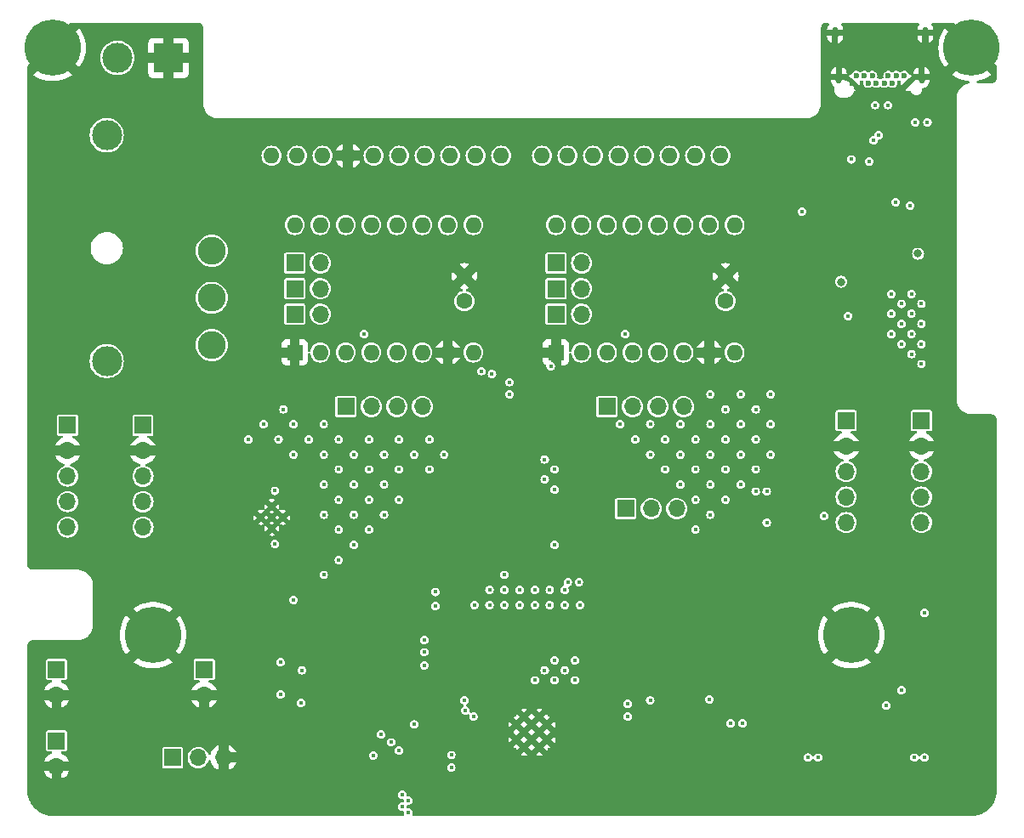
<source format=gbr>
%TF.GenerationSoftware,KiCad,Pcbnew,7.0.1*%
%TF.CreationDate,2023-05-31T14:16:02+01:00*%
%TF.ProjectId,DE10-lite_shield,44453130-2d6c-4697-9465-5f736869656c,rev?*%
%TF.SameCoordinates,Original*%
%TF.FileFunction,Copper,L2,Inr*%
%TF.FilePolarity,Positive*%
%FSLAX46Y46*%
G04 Gerber Fmt 4.6, Leading zero omitted, Abs format (unit mm)*
G04 Created by KiCad (PCBNEW 7.0.1) date 2023-05-31 14:16:02*
%MOMM*%
%LPD*%
G01*
G04 APERTURE LIST*
%TA.AperFunction,ComponentPad*%
%ADD10R,1.700000X1.700000*%
%TD*%
%TA.AperFunction,ComponentPad*%
%ADD11O,1.700000X1.700000*%
%TD*%
%TA.AperFunction,ComponentPad*%
%ADD12R,1.600000X1.600000*%
%TD*%
%TA.AperFunction,ComponentPad*%
%ADD13O,1.600000X1.600000*%
%TD*%
%TA.AperFunction,ComponentPad*%
%ADD14C,0.600000*%
%TD*%
%TA.AperFunction,ComponentPad*%
%ADD15O,0.600000X1.200000*%
%TD*%
%TA.AperFunction,ComponentPad*%
%ADD16C,5.600000*%
%TD*%
%TA.AperFunction,ComponentPad*%
%ADD17R,3.000000X3.000000*%
%TD*%
%TA.AperFunction,ComponentPad*%
%ADD18C,3.000000*%
%TD*%
%TA.AperFunction,ComponentPad*%
%ADD19C,1.600000*%
%TD*%
%TA.AperFunction,ComponentPad*%
%ADD20C,0.499999*%
%TD*%
%TA.AperFunction,HeatsinkPad*%
%ADD21C,0.600000*%
%TD*%
%TA.AperFunction,ComponentPad*%
%ADD22C,2.781000*%
%TD*%
%TA.AperFunction,ViaPad*%
%ADD23C,0.800000*%
%TD*%
%TA.AperFunction,ViaPad*%
%ADD24C,0.450000*%
%TD*%
G04 APERTURE END LIST*
D10*
%TO.N,+3V3*%
%TO.C,JP2*%
X153125000Y-76980000D03*
D11*
%TO.N,/MOTOR2_MS2*%
X155665000Y-76980000D03*
%TD*%
D10*
%TO.N,+3V3*%
%TO.C,J8*%
X104500000Y-90585000D03*
D11*
%TO.N,GND*%
X104500000Y-93125000D03*
%TO.N,SCL3*%
X104500000Y-95665000D03*
%TO.N,SDA3*%
X104500000Y-98205000D03*
%TO.N,I2C3_INT*%
X104500000Y-100745000D03*
%TD*%
D10*
%TO.N,+3V3*%
%TO.C,JP6*%
X127125000Y-74430000D03*
D11*
%TO.N,/MOTOR1_MS3*%
X129665000Y-74430000D03*
%TD*%
D12*
%TO.N,GND*%
%TO.C,A3*%
X153110000Y-83340000D03*
D13*
%TO.N,+3V3*%
X155650000Y-83340000D03*
%TO.N,/MOTOR2_1B*%
X158190000Y-83340000D03*
%TO.N,/MOTOR2_1A*%
X160730000Y-83340000D03*
%TO.N,/MOTOR2_2A*%
X163270000Y-83340000D03*
%TO.N,/MOTOR2_2B*%
X165810000Y-83340000D03*
%TO.N,GND*%
X168350000Y-83340000D03*
%TO.N,+BATT*%
X170890000Y-83340000D03*
%TO.N,MOTOR_EN*%
X170890000Y-70640000D03*
%TO.N,/MOTOR2_MS1*%
X168350000Y-70640000D03*
%TO.N,/MOTOR2_MS2*%
X165810000Y-70640000D03*
%TO.N,/MOTOR2_MS3*%
X163270000Y-70640000D03*
%TO.N,/MOTOR2_RST*%
X160730000Y-70640000D03*
X158190000Y-70640000D03*
%TO.N,MOTOR2_STEP_IN*%
X155650000Y-70640000D03*
%TO.N,MOTOR2_DIR*%
X153110000Y-70640000D03*
%TD*%
D10*
%TO.N,+3V3*%
%TO.C,JP4*%
X127125000Y-79530000D03*
D11*
%TO.N,/MOTOR1_MS1*%
X129665000Y-79530000D03*
%TD*%
D14*
%TO.N,GND*%
%TO.C,J4*%
X182600000Y-56490000D03*
%TO.N,unconnected-(J4-TX2+-PadB2)*%
X183000000Y-55790000D03*
%TO.N,unconnected-(J4-TX2--PadB3)*%
X183800000Y-55790000D03*
%TO.N,VBUS*%
X184200000Y-56490000D03*
%TO.N,/CC2*%
X184600000Y-55790000D03*
%TO.N,/DP*%
X185000000Y-56490000D03*
%TO.N,/DN*%
X185800000Y-56490000D03*
%TO.N,unconnected-(J4-SBU2-PadB8)*%
X186200000Y-55790000D03*
%TO.N,VBUS*%
X186600000Y-56490000D03*
%TO.N,unconnected-(J4-RX1--PadB10)*%
X187000000Y-55790000D03*
%TO.N,unconnected-(J4-RX1+-PadB11)*%
X187800000Y-55790000D03*
%TO.N,GND*%
X188200000Y-56490000D03*
D15*
X189530000Y-55900000D03*
X181270000Y-55900000D03*
X189890000Y-51500000D03*
X180910000Y-51500000D03*
%TD*%
D10*
%TO.N,MOTOR1_STEP*%
%TO.C,JP9*%
X160060000Y-98900000D03*
D11*
%TO.N,MOTOR2_STEP_IN*%
X162600000Y-98900000D03*
%TO.N,MOTOR2_STEP*%
X165140000Y-98900000D03*
%TD*%
D10*
%TO.N,+3V3*%
%TO.C,J7*%
X112000000Y-90590000D03*
D11*
%TO.N,GND*%
X112000000Y-93130000D03*
%TO.N,SCL2*%
X112000000Y-95670000D03*
%TO.N,SDA2*%
X112000000Y-98210000D03*
%TO.N,I2C2_INT*%
X112000000Y-100750000D03*
%TD*%
D10*
%TO.N,+3V3*%
%TO.C,JP1*%
X153125000Y-79530000D03*
D11*
%TO.N,/MOTOR2_MS1*%
X155665000Y-79530000D03*
%TD*%
D10*
%TO.N,+3V3*%
%TO.C,JP5*%
X127125000Y-76980000D03*
D11*
%TO.N,/MOTOR1_MS2*%
X129665000Y-76980000D03*
%TD*%
D16*
%TO.N,GND*%
%TO.C,H2*%
X194500000Y-53000000D03*
%TD*%
D10*
%TO.N,+3V3*%
%TO.C,JP3*%
X153125000Y-74430000D03*
D11*
%TO.N,/MOTOR2_MS3*%
X155665000Y-74430000D03*
%TD*%
D16*
%TO.N,GND*%
%TO.C,H4*%
X182500000Y-111500000D03*
%TD*%
D17*
%TO.N,GND*%
%TO.C,J3*%
X114540000Y-54000000D03*
D18*
%TO.N,/VIN*%
X109460000Y-54000000D03*
%TD*%
D19*
%TO.N,+BATT*%
%TO.C,C1*%
X144000000Y-78230000D03*
%TO.N,GND*%
X144000000Y-75730000D03*
%TD*%
D18*
%TO.N,/VIN*%
%TO.C,F1*%
X108400000Y-61700000D03*
%TO.N,/VIN_FUSED*%
X108400000Y-84200000D03*
%TD*%
D12*
%TO.N,GND*%
%TO.C,A2*%
X127110000Y-83340000D03*
D13*
%TO.N,+3V3*%
X129650000Y-83340000D03*
%TO.N,/MOTOR1_1B*%
X132190000Y-83340000D03*
%TO.N,/MOTOR1_1A*%
X134730000Y-83340000D03*
%TO.N,/MOTOR1_2A*%
X137270000Y-83340000D03*
%TO.N,/MOTOR1_2B*%
X139810000Y-83340000D03*
%TO.N,GND*%
X142350000Y-83340000D03*
%TO.N,+BATT*%
X144890000Y-83340000D03*
%TO.N,MOTOR_EN*%
X144890000Y-70640000D03*
%TO.N,/MOTOR1_MS1*%
X142350000Y-70640000D03*
%TO.N,/MOTOR1_MS2*%
X139810000Y-70640000D03*
%TO.N,/MOTOR1_MS3*%
X137270000Y-70640000D03*
%TO.N,/MOTOR1_RST*%
X134730000Y-70640000D03*
X132190000Y-70640000D03*
%TO.N,MOTOR1_STEP*%
X129650000Y-70640000D03*
%TO.N,MOTOR1_DIR*%
X127110000Y-70640000D03*
%TD*%
D20*
%TO.N,GND*%
%TO.C,U3*%
X123725001Y-99772182D03*
X124825001Y-98672182D03*
X124825001Y-99772182D03*
X124825001Y-100872182D03*
X125925001Y-99772182D03*
%TD*%
D19*
%TO.N,+BATT*%
%TO.C,C2*%
X170000000Y-78230000D03*
%TO.N,GND*%
X170000000Y-75730000D03*
%TD*%
D16*
%TO.N,GND*%
%TO.C,H3*%
X113000000Y-111500000D03*
%TD*%
D10*
%TO.N,/MOTOR2_1B*%
%TO.C,J1*%
X158200000Y-88730000D03*
D11*
%TO.N,/MOTOR2_1A*%
X160740000Y-88730000D03*
%TO.N,/MOTOR2_2A*%
X163280000Y-88730000D03*
%TO.N,/MOTOR2_2B*%
X165820000Y-88730000D03*
%TD*%
D10*
%TO.N,+3V3*%
%TO.C,J5*%
X189500000Y-90130000D03*
D11*
%TO.N,GND*%
X189500000Y-92670000D03*
%TO.N,SCL0*%
X189500000Y-95210000D03*
%TO.N,SDA0*%
X189500000Y-97750000D03*
%TO.N,I2C0_INT*%
X189500000Y-100290000D03*
%TD*%
D10*
%TO.N,/MOTOR1_1B*%
%TO.C,J2*%
X132200000Y-88730000D03*
D11*
%TO.N,/MOTOR1_1A*%
X134740000Y-88730000D03*
%TO.N,/MOTOR1_2A*%
X137280000Y-88730000D03*
%TO.N,/MOTOR1_2B*%
X139820000Y-88730000D03*
%TD*%
D16*
%TO.N,GND*%
%TO.C,H1*%
X103000000Y-53000000D03*
%TD*%
D21*
%TO.N,GND*%
%TO.C,U1*%
X152250000Y-121932500D03*
X152250000Y-120407500D03*
X151487500Y-122695000D03*
X151487500Y-121170000D03*
X151487500Y-119645000D03*
X150725000Y-121932500D03*
X150725000Y-120407500D03*
X149962500Y-122695000D03*
X149962500Y-121170000D03*
X149962500Y-119645000D03*
X149200000Y-121932500D03*
X149200000Y-120407500D03*
%TD*%
D22*
%TO.N,/VIN_FUSED*%
%TO.C,SW1*%
X118850000Y-82599500D03*
%TO.N,+BATT*%
X118850000Y-77900500D03*
%TO.N,/SW3*%
X118850000Y-73201500D03*
%TD*%
D10*
%TO.N,+5V*%
%TO.C,J10*%
X103400000Y-114925000D03*
D11*
%TO.N,GND*%
X103400000Y-117465000D03*
%TD*%
D10*
%TO.N,+5V*%
%TO.C,J10*%
X103400000Y-122025000D03*
D11*
%TO.N,GND*%
X103400000Y-124565000D03*
%TD*%
D10*
%TO.N,+5V*%
%TO.C,J10*%
X118100000Y-114925000D03*
D11*
%TO.N,GND*%
X118100000Y-117465000D03*
%TD*%
D10*
%TO.N,+3V3*%
%TO.C,J6*%
X182000000Y-90130000D03*
D11*
%TO.N,GND*%
X182000000Y-92670000D03*
%TO.N,SCL1*%
X182000000Y-95210000D03*
%TO.N,SDA1*%
X182000000Y-97750000D03*
%TO.N,I2C1_INT*%
X182000000Y-100290000D03*
%TD*%
D13*
%TO.N,ESP32_TX*%
%TO.C,A1*%
X169500000Y-63740000D03*
%TO.N,ESP32_RX*%
X166960000Y-63740000D03*
%TO.N,unconnected-(A1-D2-Pad17)*%
X164420000Y-63740000D03*
%TO.N,unconnected-(A1-D3-Pad18)*%
X161880000Y-63740000D03*
%TO.N,unconnected-(A1-D4-Pad19)*%
X159340000Y-63740000D03*
%TO.N,unconnected-(A1-D5-Pad20)*%
X156800000Y-63740000D03*
%TO.N,unconnected-(A1-D6-Pad21)*%
X154260000Y-63740000D03*
%TO.N,unconnected-(A1-D7-Pad22)*%
X151720000Y-63740000D03*
%TO.N,unconnected-(A1-D8-Pad23)*%
X147660000Y-63740000D03*
%TO.N,unconnected-(A1-D9-Pad24)*%
X145120000Y-63740000D03*
%TO.N,unconnected-(A1-D10-Pad25)*%
X142580000Y-63740000D03*
%TO.N,/FPGA_LED_A*%
X140040000Y-63740000D03*
%TO.N,FPGA_GPIO*%
X137500000Y-63740000D03*
%TO.N,FPGA_INT*%
X134960000Y-63740000D03*
%TO.N,GND*%
X132420000Y-63740000D03*
%TO.N,unconnected-(A1-NC-Pad30)*%
X129880000Y-63740000D03*
%TO.N,ESP32_SDA*%
X127340000Y-63740000D03*
%TO.N,ESP32_SCL*%
X124800000Y-63740000D03*
%TD*%
D10*
%TO.N,SERVO*%
%TO.C,J9*%
X114960000Y-123700000D03*
D11*
%TO.N,+5V*%
X117500000Y-123700000D03*
%TO.N,GND*%
X120040000Y-123700000D03*
%TD*%
D23*
%TO.N,DTR*%
X189162500Y-73500000D03*
X181500000Y-76300000D03*
D24*
%TO.N,GND*%
X190100000Y-63000000D03*
X128000000Y-89800000D03*
X140050000Y-128500000D03*
X126900000Y-117400000D03*
X196100000Y-107100000D03*
X188950000Y-113250000D03*
X163000000Y-114500000D03*
X140800000Y-101800000D03*
X185200000Y-62900000D03*
X119850002Y-96522183D03*
X151620000Y-99795000D03*
X147700000Y-92300000D03*
X172500000Y-86200000D03*
X128200000Y-120900000D03*
X185900000Y-61000000D03*
X163000000Y-119500000D03*
X142550000Y-128500000D03*
X189300000Y-123100000D03*
X150400000Y-87200000D03*
X140800000Y-104200000D03*
X128150002Y-104022183D03*
X120550002Y-95822183D03*
X187600000Y-62700000D03*
X120450002Y-103822183D03*
X120450002Y-103122183D03*
X119750002Y-103822183D03*
X120550002Y-96522183D03*
X157550000Y-128500000D03*
X180920000Y-66030000D03*
X121250002Y-96522183D03*
X187800000Y-68100000D03*
X137600000Y-119200000D03*
X155750000Y-109500000D03*
X121250002Y-95822183D03*
X186800000Y-123700000D03*
X119850002Y-95822183D03*
X146800000Y-91000000D03*
X163275000Y-128350000D03*
X178700000Y-123100000D03*
X132830000Y-126890000D03*
X177600000Y-66250000D03*
X155750000Y-112000000D03*
X189025000Y-106800000D03*
X135700000Y-122800000D03*
X129900000Y-106550000D03*
X188900000Y-63000000D03*
X121150002Y-103822183D03*
X128150002Y-95522183D03*
X121150002Y-103122183D03*
X143200000Y-124100000D03*
X196100000Y-113500000D03*
X176200000Y-123700000D03*
X151600000Y-97895000D03*
X119750002Y-103122183D03*
%TO.N,FPGA_INT*%
X154300000Y-106200000D03*
%TO.N,ESP32_SDA*%
X136700000Y-122175000D03*
%TO.N,/FPGA_LED_A*%
X162500000Y-118000000D03*
%TO.N,FPGA_GPIO*%
X155400000Y-106200000D03*
%TO.N,I2C2_INT*%
X144000000Y-118000000D03*
%TO.N,I2C3_INT*%
X144100000Y-119000000D03*
%TO.N,SERVO*%
X144900000Y-119600000D03*
%TO.N,SCL4*%
X137800000Y-128600000D03*
X188800000Y-123700000D03*
%TO.N,SDA4*%
X138400000Y-129200000D03*
X189800000Y-123700000D03*
%TO.N,SCL5*%
X137800000Y-127400000D03*
X178200000Y-123700000D03*
%TO.N,SDA5*%
X138400000Y-128000000D03*
X179200000Y-123700000D03*
%TO.N,ESP32_SCL*%
X134925000Y-123475000D03*
%TO.N,+3V3*%
X165500000Y-96500000D03*
X165500000Y-90500000D03*
X146500000Y-107000000D03*
X171500000Y-96500000D03*
X174500000Y-90500000D03*
X188500000Y-77500000D03*
X133000000Y-96500000D03*
X122500000Y-92000000D03*
X139000000Y-93500000D03*
X168500000Y-87500000D03*
X174500000Y-93500000D03*
X148000000Y-108500000D03*
X155000000Y-114000000D03*
X142000000Y-93500000D03*
X189500000Y-80500000D03*
X154000000Y-107000000D03*
X146500000Y-108500000D03*
X133000000Y-102500000D03*
X130000000Y-99500000D03*
X168500000Y-93500000D03*
X167000000Y-92000000D03*
X170000000Y-98000000D03*
X136000000Y-99500000D03*
X153000000Y-114000000D03*
X153000000Y-97000000D03*
X134500000Y-101000000D03*
X164000000Y-92000000D03*
X170000000Y-89000000D03*
X154000000Y-115000000D03*
X170000000Y-95000000D03*
X130000000Y-93500000D03*
X136000000Y-96500000D03*
X153000000Y-116000000D03*
X188500000Y-83500000D03*
X152500000Y-108500000D03*
X182200000Y-79700000D03*
X133000000Y-93500000D03*
X128500000Y-92000000D03*
X152000000Y-115000000D03*
X153000000Y-95000000D03*
X137500000Y-123000000D03*
X177600000Y-69300000D03*
X149500000Y-108500000D03*
X187500000Y-117000000D03*
X134500000Y-95000000D03*
X184300000Y-64300000D03*
X182500000Y-64100000D03*
X173000000Y-95000000D03*
X186500000Y-77500000D03*
X134500000Y-92000000D03*
X162500000Y-93500000D03*
X168500000Y-96500000D03*
X137500000Y-98000000D03*
X140500000Y-95000000D03*
X127000000Y-108000000D03*
X130000000Y-90500000D03*
X131500000Y-95000000D03*
X173000000Y-89000000D03*
X154000000Y-108500000D03*
X127000000Y-93500000D03*
X125500000Y-92000000D03*
X131500000Y-104000000D03*
X152000000Y-94000000D03*
X131500000Y-101000000D03*
X148000000Y-107000000D03*
X134500000Y-98000000D03*
X137500000Y-95000000D03*
X140500000Y-92000000D03*
X137500000Y-92000000D03*
X159500000Y-90500000D03*
X189500000Y-84500000D03*
X127000000Y-90500000D03*
X151000000Y-108500000D03*
X148000000Y-105500000D03*
X173000000Y-92000000D03*
X153000000Y-102500000D03*
X167000000Y-95000000D03*
X189500000Y-78500000D03*
X171500000Y-93500000D03*
X167000000Y-101000000D03*
X187500000Y-82500000D03*
X188500000Y-81500000D03*
X139000000Y-120400000D03*
X151000000Y-116000000D03*
X168500000Y-99500000D03*
X189500000Y-82500000D03*
X152500000Y-107000000D03*
X187500000Y-78500000D03*
X152000000Y-96000000D03*
X164000000Y-95000000D03*
X188500000Y-79500000D03*
X186500000Y-81500000D03*
X174500000Y-87500000D03*
X187500000Y-80500000D03*
X171500000Y-87500000D03*
X168500000Y-90500000D03*
X131500000Y-98000000D03*
X165500000Y-93500000D03*
X149500000Y-107000000D03*
X167000000Y-98000000D03*
X135712500Y-121412500D03*
X151000000Y-107000000D03*
X155500000Y-108500000D03*
X130000000Y-105500000D03*
X161000000Y-92000000D03*
X133000000Y-99500000D03*
X145000000Y-108500000D03*
X170000000Y-92000000D03*
X130000000Y-96500000D03*
X171500000Y-90500000D03*
X124000000Y-90500000D03*
X131500000Y-92000000D03*
X186000000Y-118500000D03*
X136000000Y-93500000D03*
X155000000Y-116000000D03*
X162500000Y-90500000D03*
X186500000Y-79500000D03*
%TO.N,BATT{slash}4*%
X171700000Y-120300000D03*
X173000000Y-97200000D03*
%TO.N,VBUS{slash}2*%
X168400000Y-117900000D03*
X174100000Y-97200000D03*
X174100000Y-100300000D03*
X170500000Y-120300000D03*
%TO.N,/REGOUT*%
X148500000Y-86300000D03*
X148500000Y-87500000D03*
%TO.N,+BATT*%
X125150002Y-102422183D03*
X125150002Y-97122183D03*
%TO.N,MOTOR2_STEP*%
X160250000Y-118350000D03*
%TO.N,MOTOR2_DIR*%
X160280000Y-119620000D03*
%TO.N,MOTOR1_STEP*%
X146750000Y-85500000D03*
X140000000Y-113200000D03*
%TO.N,MOTOR1_DIR*%
X140000000Y-114500000D03*
%TO.N,IO0*%
X189800000Y-109300000D03*
X140000000Y-112000000D03*
%TO.N,IMU_INT*%
X141100000Y-108600000D03*
X141100000Y-107200000D03*
%TO.N,ESP32_RX*%
X142700000Y-123450000D03*
X186950000Y-68375500D03*
%TO.N,ESP32_TX*%
X142700000Y-124700000D03*
X188386450Y-68713550D03*
%TO.N,SDA0*%
X179800000Y-99650000D03*
%TO.N,/CC1*%
X186150000Y-58700000D03*
X188900000Y-60400000D03*
%TO.N,/CC2*%
X190100000Y-60400000D03*
%TO.N,/DP*%
X184750000Y-62202512D03*
X184900000Y-58700000D03*
%TO.N,/DN*%
X185247488Y-61700000D03*
%TO.N,SDA2*%
X127800000Y-115000000D03*
%TO.N,SCL2*%
X125700000Y-114200000D03*
%TO.N,SDA3*%
X127737500Y-118262500D03*
%TO.N,SCL3*%
X125700000Y-117400000D03*
%TO.N,MOTOR_EN*%
X152600000Y-84700000D03*
X160030000Y-81500000D03*
X145700000Y-85200000D03*
X134030000Y-81500000D03*
%TO.N,/SW3*%
X126000000Y-89000000D03*
%TD*%
%TA.AperFunction,Conductor*%
%TO.N,GND*%
G36*
X117506922Y-50501280D02*
G01*
X117597266Y-50511459D01*
X117624331Y-50517636D01*
X117703540Y-50545352D01*
X117728553Y-50557398D01*
X117799606Y-50602043D01*
X117821313Y-50619355D01*
X117880644Y-50678686D01*
X117897957Y-50700395D01*
X117942600Y-50771444D01*
X117954648Y-50796462D01*
X117982362Y-50875666D01*
X117988540Y-50902735D01*
X117998720Y-50993077D01*
X117999500Y-51006962D01*
X117999500Y-58607317D01*
X118030046Y-58819770D01*
X118090515Y-59025709D01*
X118138511Y-59130804D01*
X118179679Y-59220950D01*
X118295719Y-59401513D01*
X118436276Y-59563724D01*
X118598487Y-59704281D01*
X118779050Y-59820321D01*
X118974290Y-59909484D01*
X119180231Y-59969954D01*
X119392682Y-60000500D01*
X119464201Y-60000500D01*
X119500000Y-60000500D01*
X119565892Y-60000500D01*
X177934108Y-60000500D01*
X178035799Y-60000500D01*
X178107317Y-60000500D01*
X178107318Y-60000500D01*
X178319769Y-59969954D01*
X178525710Y-59909484D01*
X178720950Y-59820321D01*
X178901513Y-59704281D01*
X179063724Y-59563724D01*
X179204281Y-59401513D01*
X179320321Y-59220950D01*
X179409484Y-59025710D01*
X179469954Y-58819769D01*
X179487174Y-58700000D01*
X184469195Y-58700000D01*
X184490280Y-58833124D01*
X184551472Y-58953221D01*
X184646778Y-59048527D01*
X184646780Y-59048528D01*
X184766874Y-59109719D01*
X184900000Y-59130804D01*
X185033126Y-59109719D01*
X185153220Y-59048528D01*
X185248528Y-58953220D01*
X185309719Y-58833126D01*
X185330804Y-58700000D01*
X185719195Y-58700000D01*
X185740280Y-58833124D01*
X185801472Y-58953221D01*
X185896778Y-59048527D01*
X185896780Y-59048528D01*
X186016874Y-59109719D01*
X186150000Y-59130804D01*
X186283126Y-59109719D01*
X186403220Y-59048528D01*
X186498528Y-58953220D01*
X186559719Y-58833126D01*
X186580804Y-58700000D01*
X186559719Y-58566874D01*
X186498528Y-58446780D01*
X186498527Y-58446778D01*
X186403221Y-58351472D01*
X186283124Y-58290280D01*
X186149999Y-58269195D01*
X186016875Y-58290280D01*
X185896778Y-58351472D01*
X185801472Y-58446778D01*
X185740280Y-58566875D01*
X185719195Y-58700000D01*
X185330804Y-58700000D01*
X185309719Y-58566874D01*
X185248528Y-58446780D01*
X185248527Y-58446778D01*
X185153221Y-58351472D01*
X185033124Y-58290280D01*
X184899999Y-58269195D01*
X184766875Y-58290280D01*
X184646778Y-58351472D01*
X184551472Y-58446778D01*
X184490280Y-58566875D01*
X184469195Y-58700000D01*
X179487174Y-58700000D01*
X179500500Y-58607318D01*
X179500500Y-58500000D01*
X179500500Y-58434108D01*
X179500500Y-56200000D01*
X180470000Y-56200000D01*
X180470000Y-56244929D01*
X180485122Y-56379140D01*
X180544664Y-56549303D01*
X180640578Y-56701950D01*
X180768051Y-56829423D01*
X180786459Y-56840989D01*
X180822285Y-56875176D01*
X180841876Y-56920656D01*
X180842107Y-56970175D01*
X180824500Y-57058693D01*
X180824500Y-57221307D01*
X180856222Y-57380787D01*
X180918453Y-57531023D01*
X180933341Y-57553304D01*
X181008792Y-57666225D01*
X181123775Y-57781208D01*
X181258979Y-57871548D01*
X181310004Y-57892683D01*
X181409212Y-57933777D01*
X181568693Y-57965500D01*
X181568695Y-57965500D01*
X181614201Y-57965500D01*
X181650000Y-57965500D01*
X181715892Y-57965500D01*
X181884108Y-57965500D01*
X181985799Y-57965500D01*
X182031305Y-57965500D01*
X182031307Y-57965500D01*
X182190787Y-57933777D01*
X182209978Y-57925827D01*
X182341021Y-57871548D01*
X182476225Y-57781208D01*
X182591208Y-57666225D01*
X182681548Y-57531021D01*
X182743776Y-57380789D01*
X182749957Y-57349712D01*
X182777964Y-57292583D01*
X182830621Y-57256863D01*
X182913574Y-57227837D01*
X187886424Y-57227837D01*
X188020859Y-57274877D01*
X188199999Y-57295062D01*
X188333681Y-57279999D01*
X188386324Y-57285432D01*
X188431907Y-57312320D01*
X188462127Y-57355766D01*
X188493808Y-57432250D01*
X188586695Y-57553304D01*
X188659899Y-57609475D01*
X188707750Y-57646192D01*
X188848720Y-57704584D01*
X188947103Y-57717536D01*
X188962019Y-57719500D01*
X188962020Y-57719500D01*
X189037980Y-57719500D01*
X189037981Y-57719500D01*
X189051161Y-57717764D01*
X189151280Y-57704584D01*
X189292250Y-57646192D01*
X189413304Y-57553304D01*
X189506192Y-57432250D01*
X189564584Y-57291280D01*
X189584500Y-57140000D01*
X189582688Y-57126241D01*
X189591363Y-57061893D01*
X189631373Y-57010747D01*
X189691746Y-56986836D01*
X189709144Y-56984876D01*
X189879303Y-56925335D01*
X190031950Y-56829421D01*
X190159421Y-56701950D01*
X190255335Y-56549303D01*
X190314877Y-56379140D01*
X190330000Y-56244929D01*
X190330000Y-56200000D01*
X188914263Y-56200000D01*
X188200000Y-56914264D01*
X187886424Y-57227837D01*
X182913574Y-57227837D01*
X182809812Y-57124076D01*
X182788135Y-57094848D01*
X182775876Y-57060586D01*
X182775499Y-57058693D01*
X182757892Y-56970175D01*
X182743777Y-56899212D01*
X182704162Y-56803574D01*
X182681548Y-56748979D01*
X182591208Y-56613775D01*
X182476225Y-56498792D01*
X182476224Y-56498791D01*
X182341023Y-56408453D01*
X182333336Y-56405269D01*
X182265905Y-56377338D01*
X182190787Y-56346223D01*
X182029412Y-56314123D01*
X181995151Y-56301864D01*
X181965923Y-56280187D01*
X181885736Y-56200000D01*
X180470000Y-56200000D01*
X179500500Y-56200000D01*
X179500500Y-55752160D01*
X182286424Y-55752160D01*
X182539458Y-56005194D01*
X182564571Y-56041363D01*
X182574623Y-56063374D01*
X182668869Y-56172141D01*
X182668871Y-56172142D01*
X182668872Y-56172143D01*
X182762700Y-56232442D01*
X182783339Y-56249075D01*
X183337837Y-56803573D01*
X183384877Y-56669140D01*
X183405062Y-56490000D01*
X183390680Y-56362364D01*
X183402317Y-56294393D01*
X183448464Y-56243150D01*
X183514849Y-56224483D01*
X183580938Y-56244163D01*
X183589947Y-56249953D01*
X183620143Y-56258819D01*
X183670778Y-56288052D01*
X183702389Y-56337238D01*
X183707947Y-56395441D01*
X183694352Y-56489998D01*
X183714834Y-56632457D01*
X183774623Y-56763374D01*
X183852736Y-56853521D01*
X183868872Y-56872143D01*
X183989947Y-56949953D01*
X184128039Y-56990500D01*
X184271961Y-56990500D01*
X184410053Y-56949953D01*
X184531128Y-56872143D01*
X184531129Y-56872141D01*
X184532960Y-56870965D01*
X184576533Y-56853521D01*
X184623467Y-56853521D01*
X184667040Y-56870965D01*
X184668870Y-56872141D01*
X184668872Y-56872143D01*
X184789947Y-56949953D01*
X184928039Y-56990500D01*
X185071961Y-56990500D01*
X185210053Y-56949953D01*
X185331128Y-56872143D01*
X185331129Y-56872141D01*
X185332960Y-56870965D01*
X185376533Y-56853521D01*
X185423467Y-56853521D01*
X185467040Y-56870965D01*
X185468870Y-56872141D01*
X185468872Y-56872143D01*
X185589947Y-56949953D01*
X185728039Y-56990500D01*
X185871961Y-56990500D01*
X186010053Y-56949953D01*
X186131128Y-56872143D01*
X186131129Y-56872141D01*
X186132960Y-56870965D01*
X186176533Y-56853521D01*
X186223467Y-56853521D01*
X186267040Y-56870965D01*
X186268870Y-56872141D01*
X186268872Y-56872143D01*
X186389947Y-56949953D01*
X186528039Y-56990500D01*
X186671961Y-56990500D01*
X186810053Y-56949953D01*
X186931128Y-56872143D01*
X187025377Y-56763373D01*
X187085165Y-56632457D01*
X187105647Y-56490000D01*
X187092052Y-56395441D01*
X187097610Y-56337239D01*
X187129221Y-56288052D01*
X187179852Y-56258820D01*
X187210053Y-56249953D01*
X187219061Y-56244163D01*
X187285148Y-56224483D01*
X187351533Y-56243149D01*
X187397681Y-56294392D01*
X187409319Y-56362363D01*
X187394937Y-56489999D01*
X187415122Y-56669142D01*
X187462160Y-56803574D01*
X188016659Y-56249075D01*
X188037294Y-56232445D01*
X188131128Y-56172143D01*
X188225377Y-56063373D01*
X188235428Y-56041363D01*
X188260541Y-56005193D01*
X188513574Y-55752160D01*
X188379142Y-55705122D01*
X188377539Y-55704942D01*
X188367443Y-55701029D01*
X188365957Y-55700509D01*
X188365974Y-55700459D01*
X188318641Y-55682114D01*
X188278630Y-55633234D01*
X188266820Y-55607375D01*
X188263452Y-55600000D01*
X188730000Y-55600000D01*
X189230000Y-55600000D01*
X189230000Y-54857413D01*
X189229999Y-54857411D01*
X189830000Y-54857411D01*
X189830000Y-55600000D01*
X190330000Y-55600000D01*
X190330000Y-55555071D01*
X190314877Y-55420859D01*
X190255335Y-55250696D01*
X190159421Y-55098049D01*
X190031950Y-54970578D01*
X189879300Y-54874662D01*
X189830000Y-54857411D01*
X189229999Y-54857411D01*
X189180699Y-54874662D01*
X189028049Y-54970578D01*
X188900578Y-55098049D01*
X188804664Y-55250696D01*
X188745122Y-55420859D01*
X188730000Y-55555071D01*
X188730000Y-55600000D01*
X188263452Y-55600000D01*
X188225377Y-55516627D01*
X188225376Y-55516626D01*
X188225376Y-55516625D01*
X188131129Y-55407858D01*
X188131128Y-55407857D01*
X188010053Y-55330047D01*
X187871961Y-55289500D01*
X187728039Y-55289500D01*
X187589945Y-55330047D01*
X187467038Y-55409034D01*
X187400000Y-55428718D01*
X187332962Y-55409034D01*
X187210054Y-55330047D01*
X187071961Y-55289500D01*
X186928039Y-55289500D01*
X186789945Y-55330047D01*
X186667038Y-55409034D01*
X186600000Y-55428718D01*
X186532962Y-55409034D01*
X186410054Y-55330047D01*
X186271961Y-55289500D01*
X186128039Y-55289500D01*
X185989947Y-55330047D01*
X185868870Y-55407858D01*
X185774623Y-55516625D01*
X185714834Y-55647542D01*
X185694353Y-55790000D01*
X185707947Y-55884557D01*
X185702389Y-55942760D01*
X185670779Y-55991946D01*
X185620145Y-56021180D01*
X185589945Y-56030047D01*
X185467038Y-56109034D01*
X185400000Y-56128718D01*
X185332962Y-56109034D01*
X185210054Y-56030047D01*
X185179854Y-56021180D01*
X185129220Y-55991946D01*
X185097610Y-55942759D01*
X185092052Y-55884556D01*
X185095987Y-55857188D01*
X185105647Y-55790000D01*
X185085165Y-55647543D01*
X185078630Y-55633234D01*
X185025376Y-55516625D01*
X184931129Y-55407858D01*
X184931128Y-55407857D01*
X184810053Y-55330047D01*
X184671961Y-55289500D01*
X184528039Y-55289500D01*
X184389945Y-55330047D01*
X184267038Y-55409034D01*
X184200000Y-55428718D01*
X184132962Y-55409034D01*
X184010054Y-55330047D01*
X183871961Y-55289500D01*
X183728039Y-55289500D01*
X183589945Y-55330047D01*
X183467038Y-55409034D01*
X183400000Y-55428718D01*
X183332962Y-55409034D01*
X183210054Y-55330047D01*
X183071961Y-55289500D01*
X182928039Y-55289500D01*
X182789947Y-55330047D01*
X182668870Y-55407858D01*
X182574623Y-55516625D01*
X182521369Y-55633234D01*
X182481358Y-55682114D01*
X182434025Y-55700459D01*
X182434043Y-55700509D01*
X182432555Y-55701029D01*
X182422461Y-55704942D01*
X182420856Y-55705122D01*
X182286424Y-55752160D01*
X179500500Y-55752160D01*
X179500500Y-55600000D01*
X180470000Y-55600000D01*
X180970000Y-55600000D01*
X180970000Y-54857413D01*
X180969999Y-54857411D01*
X181570000Y-54857411D01*
X181570000Y-55600000D01*
X182069999Y-55600000D01*
X182070000Y-55599999D01*
X182070000Y-55555071D01*
X182054877Y-55420859D01*
X181995335Y-55250696D01*
X181899421Y-55098049D01*
X181771950Y-54970578D01*
X181619300Y-54874662D01*
X181570000Y-54857411D01*
X180969999Y-54857411D01*
X180920699Y-54874662D01*
X180768049Y-54970578D01*
X180640578Y-55098049D01*
X180544664Y-55250696D01*
X180485122Y-55420859D01*
X180470000Y-55555071D01*
X180470000Y-55600000D01*
X179500500Y-55600000D01*
X179500500Y-52999999D01*
X191195152Y-52999999D01*
X191214525Y-53357310D01*
X191272419Y-53710451D01*
X191368149Y-54055241D01*
X191500601Y-54387670D01*
X191668218Y-54703829D01*
X191838265Y-54954627D01*
X193792893Y-53000000D01*
X191838265Y-51045371D01*
X191668215Y-51296178D01*
X191500601Y-51612329D01*
X191368149Y-51944758D01*
X191272419Y-52289548D01*
X191214525Y-52642689D01*
X191195152Y-52999999D01*
X179500500Y-52999999D01*
X179500500Y-51800000D01*
X180110000Y-51800000D01*
X180110000Y-51844929D01*
X180125122Y-51979140D01*
X180184664Y-52149303D01*
X180280578Y-52301950D01*
X180408049Y-52429421D01*
X180560699Y-52525337D01*
X180609999Y-52542588D01*
X180610000Y-52542587D01*
X180610000Y-51800000D01*
X181210000Y-51800000D01*
X181210000Y-52542588D01*
X181259300Y-52525337D01*
X181411950Y-52429421D01*
X181539421Y-52301950D01*
X181635335Y-52149303D01*
X181694877Y-51979140D01*
X181710000Y-51844929D01*
X181710000Y-51800000D01*
X189090000Y-51800000D01*
X189090000Y-51844929D01*
X189105122Y-51979140D01*
X189164664Y-52149303D01*
X189260578Y-52301950D01*
X189388049Y-52429421D01*
X189540699Y-52525337D01*
X189589999Y-52542588D01*
X189590000Y-52542588D01*
X189590000Y-51800000D01*
X190190000Y-51800000D01*
X190190000Y-52542588D01*
X190239300Y-52525337D01*
X190391950Y-52429421D01*
X190519421Y-52301950D01*
X190615335Y-52149303D01*
X190674877Y-51979140D01*
X190690000Y-51844929D01*
X190690000Y-51800000D01*
X190190000Y-51800000D01*
X189590000Y-51800000D01*
X189090000Y-51800000D01*
X181710000Y-51800000D01*
X181210000Y-51800000D01*
X180610000Y-51800000D01*
X180110000Y-51800000D01*
X179500500Y-51800000D01*
X179500500Y-51006962D01*
X179501280Y-50993079D01*
X179506928Y-50942952D01*
X179511459Y-50902733D01*
X179517635Y-50875670D01*
X179545353Y-50796456D01*
X179557396Y-50771450D01*
X179602046Y-50700389D01*
X179619351Y-50678690D01*
X179678690Y-50619351D01*
X179700389Y-50602046D01*
X179771450Y-50557396D01*
X179796456Y-50545353D01*
X179875670Y-50517635D01*
X179902733Y-50511459D01*
X179965419Y-50504396D01*
X179993079Y-50501280D01*
X180006962Y-50500500D01*
X180065892Y-50500500D01*
X180180346Y-50500500D01*
X180243347Y-50517697D01*
X180288874Y-50564519D01*
X180304297Y-50627978D01*
X180285340Y-50690472D01*
X180184664Y-50850696D01*
X180125122Y-51020859D01*
X180110000Y-51155071D01*
X180110000Y-51200000D01*
X181710000Y-51200000D01*
X181710000Y-51155071D01*
X181694877Y-51020859D01*
X181635335Y-50850696D01*
X181534660Y-50690472D01*
X181515703Y-50627978D01*
X181531126Y-50564519D01*
X181576653Y-50517697D01*
X181639654Y-50500500D01*
X189160346Y-50500500D01*
X189223347Y-50517697D01*
X189268874Y-50564519D01*
X189284297Y-50627978D01*
X189265340Y-50690472D01*
X189164664Y-50850696D01*
X189105122Y-51020859D01*
X189090000Y-51155071D01*
X189090000Y-51200000D01*
X190690000Y-51200000D01*
X190690000Y-51155071D01*
X190674877Y-51020859D01*
X190615335Y-50850696D01*
X190514660Y-50690472D01*
X190495703Y-50627978D01*
X190511126Y-50564519D01*
X190556653Y-50517697D01*
X190619654Y-50500500D01*
X192656245Y-50500500D01*
X192703698Y-50509939D01*
X192743926Y-50536819D01*
X196963181Y-54756074D01*
X196990061Y-54796302D01*
X196999500Y-54843755D01*
X196999500Y-55993038D01*
X196998720Y-56006923D01*
X196988540Y-56097264D01*
X196982362Y-56124333D01*
X196954648Y-56203537D01*
X196942600Y-56228555D01*
X196897957Y-56299604D01*
X196880644Y-56321313D01*
X196821313Y-56380644D01*
X196799604Y-56397957D01*
X196728555Y-56442600D01*
X196703537Y-56454648D01*
X196624333Y-56482362D01*
X196597264Y-56488540D01*
X196517075Y-56497576D01*
X196506921Y-56498720D01*
X196493038Y-56499500D01*
X195092721Y-56499500D01*
X195034638Y-56485055D01*
X194990088Y-56445087D01*
X194969448Y-56388907D01*
X194977528Y-56329603D01*
X195012445Y-56280992D01*
X195066065Y-56254399D01*
X195384140Y-56184385D01*
X195723253Y-56070124D01*
X196048015Y-55919873D01*
X196354637Y-55735385D01*
X196453286Y-55660393D01*
X194500000Y-53707107D01*
X192546712Y-55660393D01*
X192546712Y-55660394D01*
X192645363Y-55735386D01*
X192951984Y-55919873D01*
X193276746Y-56070124D01*
X193615859Y-56184385D01*
X193965336Y-56261311D01*
X194175252Y-56284140D01*
X194230840Y-56304380D01*
X194270725Y-56348071D01*
X194285827Y-56405269D01*
X194272711Y-56462955D01*
X194234361Y-56507999D01*
X194188444Y-56526539D01*
X194188740Y-56527547D01*
X193974290Y-56590515D01*
X193779052Y-56679678D01*
X193779050Y-56679679D01*
X193598487Y-56795719D01*
X193436276Y-56936276D01*
X193295719Y-57098487D01*
X193212592Y-57227837D01*
X193179678Y-57279052D01*
X193090515Y-57474290D01*
X193030046Y-57680229D01*
X192999500Y-57892683D01*
X192999500Y-88107317D01*
X193030046Y-88319770D01*
X193090515Y-88525709D01*
X193120112Y-88590516D01*
X193179679Y-88720950D01*
X193295719Y-88901513D01*
X193436276Y-89063724D01*
X193598487Y-89204281D01*
X193779050Y-89320321D01*
X193974290Y-89409484D01*
X194180231Y-89469954D01*
X194392682Y-89500500D01*
X194464201Y-89500500D01*
X194500000Y-89500500D01*
X194565892Y-89500500D01*
X196434108Y-89500500D01*
X196493038Y-89500500D01*
X196506922Y-89501280D01*
X196597266Y-89511459D01*
X196624331Y-89517636D01*
X196703540Y-89545352D01*
X196728553Y-89557398D01*
X196799606Y-89602043D01*
X196821313Y-89619355D01*
X196880644Y-89678686D01*
X196897957Y-89700395D01*
X196942600Y-89771444D01*
X196954648Y-89796462D01*
X196982362Y-89875666D01*
X196988540Y-89902735D01*
X196998720Y-89993077D01*
X196999500Y-90006962D01*
X196999500Y-126985467D01*
X196999501Y-126985472D01*
X196999501Y-126996250D01*
X196999275Y-127003737D01*
X196981729Y-127293795D01*
X196979924Y-127308660D01*
X196928220Y-127590798D01*
X196924636Y-127605336D01*
X196839305Y-127879175D01*
X196833995Y-127893177D01*
X196716278Y-128154731D01*
X196709320Y-128167988D01*
X196560929Y-128413459D01*
X196552423Y-128425783D01*
X196375526Y-128651574D01*
X196365596Y-128662782D01*
X196162782Y-128865596D01*
X196151574Y-128875526D01*
X195925783Y-129052423D01*
X195913459Y-129060929D01*
X195667988Y-129209320D01*
X195654731Y-129216278D01*
X195393177Y-129333995D01*
X195379175Y-129339305D01*
X195105336Y-129424636D01*
X195090798Y-129428220D01*
X194808660Y-129479924D01*
X194793795Y-129481729D01*
X194503737Y-129499275D01*
X194496250Y-129499501D01*
X138927296Y-129499501D01*
X138866705Y-129483689D01*
X138821566Y-129440286D01*
X138803391Y-129380361D01*
X138809405Y-129352960D01*
X138806647Y-129352524D01*
X138830804Y-129199999D01*
X138809719Y-129066875D01*
X138809719Y-129066874D01*
X138748528Y-128946780D01*
X138748527Y-128946778D01*
X138653221Y-128851472D01*
X138533124Y-128790280D01*
X138400001Y-128769195D01*
X138367531Y-128774338D01*
X138309816Y-128769795D01*
X138260453Y-128739544D01*
X138230204Y-128690181D01*
X138225662Y-128632465D01*
X138230804Y-128599999D01*
X138225662Y-128567534D01*
X138230204Y-128509817D01*
X138260454Y-128460454D01*
X138309817Y-128430204D01*
X138367534Y-128425662D01*
X138400000Y-128430804D01*
X138533126Y-128409719D01*
X138653220Y-128348528D01*
X138748528Y-128253220D01*
X138809719Y-128133126D01*
X138830804Y-128000000D01*
X138809719Y-127866874D01*
X138748528Y-127746780D01*
X138748527Y-127746778D01*
X138653221Y-127651472D01*
X138533124Y-127590280D01*
X138400001Y-127569195D01*
X138367531Y-127574338D01*
X138309816Y-127569795D01*
X138260453Y-127539544D01*
X138230204Y-127490181D01*
X138225662Y-127432465D01*
X138230804Y-127399998D01*
X138209719Y-127266875D01*
X138209719Y-127266874D01*
X138148528Y-127146780D01*
X138148527Y-127146778D01*
X138053221Y-127051472D01*
X137933124Y-126990280D01*
X137800000Y-126969195D01*
X137666875Y-126990280D01*
X137546778Y-127051472D01*
X137451472Y-127146778D01*
X137390280Y-127266875D01*
X137369195Y-127400000D01*
X137390280Y-127533124D01*
X137451472Y-127653221D01*
X137546778Y-127748527D01*
X137546780Y-127748528D01*
X137666874Y-127809719D01*
X137711249Y-127816747D01*
X137799998Y-127830804D01*
X137799999Y-127830803D01*
X137800000Y-127830804D01*
X137832465Y-127825662D01*
X137890181Y-127830204D01*
X137939544Y-127860453D01*
X137969795Y-127909816D01*
X137974338Y-127967531D01*
X137969195Y-127999999D01*
X137974338Y-128032467D01*
X137969795Y-128090183D01*
X137939545Y-128139545D01*
X137890183Y-128169795D01*
X137832467Y-128174338D01*
X137799997Y-128169195D01*
X137666875Y-128190280D01*
X137546778Y-128251472D01*
X137451472Y-128346778D01*
X137390280Y-128466875D01*
X137369195Y-128599999D01*
X137390280Y-128733124D01*
X137451472Y-128853221D01*
X137546778Y-128948527D01*
X137546780Y-128948528D01*
X137666874Y-129009719D01*
X137711249Y-129016747D01*
X137799998Y-129030804D01*
X137799999Y-129030803D01*
X137800000Y-129030804D01*
X137832465Y-129025662D01*
X137890181Y-129030204D01*
X137939544Y-129060453D01*
X137969795Y-129109816D01*
X137974338Y-129167531D01*
X137969195Y-129200001D01*
X137993353Y-129352524D01*
X137990594Y-129352960D01*
X137996609Y-129380361D01*
X137978434Y-129440286D01*
X137933295Y-129483689D01*
X137872704Y-129499501D01*
X103003750Y-129499501D01*
X102996263Y-129499275D01*
X102706204Y-129481729D01*
X102691339Y-129479924D01*
X102409201Y-129428220D01*
X102394663Y-129424636D01*
X102120824Y-129339305D01*
X102106826Y-129333996D01*
X101954095Y-129265257D01*
X101845268Y-129216278D01*
X101832011Y-129209320D01*
X101586540Y-129060929D01*
X101574216Y-129052423D01*
X101540058Y-129025662D01*
X101348425Y-128875526D01*
X101337217Y-128865596D01*
X101134403Y-128662782D01*
X101124473Y-128651574D01*
X101084066Y-128599999D01*
X100947572Y-128425777D01*
X100939070Y-128413459D01*
X100790679Y-128167988D01*
X100783721Y-128154731D01*
X100665999Y-127893164D01*
X100660697Y-127879183D01*
X100575362Y-127605335D01*
X100571779Y-127590798D01*
X100520075Y-127308660D01*
X100518270Y-127293795D01*
X100500725Y-127003737D01*
X100500499Y-126996250D01*
X100500499Y-125065000D01*
X102143593Y-125065000D01*
X102226399Y-125242576D01*
X102361893Y-125436081D01*
X102528918Y-125603106D01*
X102722423Y-125738600D01*
X102899999Y-125821406D01*
X102900000Y-125821407D01*
X102900000Y-125065000D01*
X103900000Y-125065000D01*
X103900000Y-125821406D01*
X104077576Y-125738600D01*
X104271081Y-125603106D01*
X104438106Y-125436081D01*
X104573600Y-125242576D01*
X104656406Y-125065000D01*
X103900000Y-125065000D01*
X102900000Y-125065000D01*
X102143593Y-125065000D01*
X100500499Y-125065000D01*
X100500499Y-124569749D01*
X113909500Y-124569749D01*
X113921132Y-124628230D01*
X113965447Y-124694552D01*
X114031769Y-124738867D01*
X114090251Y-124750500D01*
X114090252Y-124750500D01*
X115829748Y-124750500D01*
X115829749Y-124750500D01*
X115858989Y-124744683D01*
X115888231Y-124738867D01*
X115954552Y-124694552D01*
X115998867Y-124628231D01*
X116010500Y-124569748D01*
X116010500Y-123699999D01*
X116444417Y-123699999D01*
X116464699Y-123905932D01*
X116479044Y-123953220D01*
X116524768Y-124103954D01*
X116622315Y-124286450D01*
X116673608Y-124348952D01*
X116753589Y-124446410D01*
X116833570Y-124512047D01*
X116913550Y-124577685D01*
X117096046Y-124675232D01*
X117294066Y-124735300D01*
X117500000Y-124755583D01*
X117705934Y-124735300D01*
X117903954Y-124675232D01*
X118086450Y-124577685D01*
X118246410Y-124446410D01*
X118377685Y-124286450D01*
X118475232Y-124103954D01*
X118495406Y-124037446D01*
X118528709Y-123983497D01*
X118584330Y-123953061D01*
X118647724Y-123954098D01*
X118702319Y-123986337D01*
X118733841Y-124041349D01*
X118766569Y-124163492D01*
X118866399Y-124377576D01*
X119001893Y-124571081D01*
X119168918Y-124738106D01*
X119362423Y-124873600D01*
X119539999Y-124956406D01*
X119540000Y-124956407D01*
X119540000Y-124200000D01*
X120540000Y-124200000D01*
X120540000Y-124956406D01*
X120717576Y-124873600D01*
X120911081Y-124738106D01*
X120949187Y-124700000D01*
X142269195Y-124700000D01*
X142290280Y-124833124D01*
X142351472Y-124953221D01*
X142446778Y-125048527D01*
X142446780Y-125048528D01*
X142566874Y-125109719D01*
X142700000Y-125130804D01*
X142833126Y-125109719D01*
X142953220Y-125048528D01*
X143048528Y-124953220D01*
X143109719Y-124833126D01*
X143130804Y-124700000D01*
X143109719Y-124566874D01*
X143048528Y-124446780D01*
X143048527Y-124446778D01*
X142953221Y-124351472D01*
X142833124Y-124290280D01*
X142700000Y-124269195D01*
X142566875Y-124290280D01*
X142446778Y-124351472D01*
X142351472Y-124446778D01*
X142290280Y-124566875D01*
X142269195Y-124700000D01*
X120949187Y-124700000D01*
X121078106Y-124571081D01*
X121213600Y-124377576D01*
X121296406Y-124200000D01*
X120540000Y-124200000D01*
X119540000Y-124200000D01*
X119540000Y-123474999D01*
X134494195Y-123474999D01*
X134515280Y-123608124D01*
X134576472Y-123728221D01*
X134671778Y-123823527D01*
X134671780Y-123823528D01*
X134791874Y-123884719D01*
X134925000Y-123905804D01*
X135058126Y-123884719D01*
X135178220Y-123823528D01*
X135273528Y-123728220D01*
X135334719Y-123608126D01*
X135355804Y-123475000D01*
X135351844Y-123450000D01*
X135351844Y-123449999D01*
X142269195Y-123449999D01*
X142290280Y-123583124D01*
X142351472Y-123703221D01*
X142446778Y-123798527D01*
X142446780Y-123798528D01*
X142566874Y-123859719D01*
X142700000Y-123880804D01*
X142833126Y-123859719D01*
X142953220Y-123798528D01*
X143048528Y-123703220D01*
X143050169Y-123700000D01*
X177769195Y-123700000D01*
X177790280Y-123833124D01*
X177851472Y-123953221D01*
X177946778Y-124048527D01*
X177946780Y-124048528D01*
X178066874Y-124109719D01*
X178200000Y-124130804D01*
X178333126Y-124109719D01*
X178453220Y-124048528D01*
X178548528Y-123953220D01*
X178548609Y-123953061D01*
X178589515Y-123872779D01*
X178635210Y-123823346D01*
X178700000Y-123805073D01*
X178764790Y-123823346D01*
X178810485Y-123872779D01*
X178851471Y-123953220D01*
X178946778Y-124048527D01*
X178946780Y-124048528D01*
X179066874Y-124109719D01*
X179200000Y-124130804D01*
X179333126Y-124109719D01*
X179453220Y-124048528D01*
X179548528Y-123953220D01*
X179609719Y-123833126D01*
X179630804Y-123700000D01*
X188369195Y-123700000D01*
X188390280Y-123833124D01*
X188451472Y-123953221D01*
X188546778Y-124048527D01*
X188546780Y-124048528D01*
X188666874Y-124109719D01*
X188800000Y-124130804D01*
X188933126Y-124109719D01*
X189053220Y-124048528D01*
X189148528Y-123953220D01*
X189148609Y-123953061D01*
X189189515Y-123872779D01*
X189235210Y-123823346D01*
X189300000Y-123805073D01*
X189364790Y-123823346D01*
X189410485Y-123872779D01*
X189451471Y-123953220D01*
X189546778Y-124048527D01*
X189546780Y-124048528D01*
X189666874Y-124109719D01*
X189800000Y-124130804D01*
X189933126Y-124109719D01*
X190053220Y-124048528D01*
X190148528Y-123953220D01*
X190209719Y-123833126D01*
X190230804Y-123700000D01*
X190209719Y-123566874D01*
X190148528Y-123446780D01*
X190148527Y-123446778D01*
X190053221Y-123351472D01*
X189933124Y-123290280D01*
X189800000Y-123269195D01*
X189666875Y-123290280D01*
X189546778Y-123351472D01*
X189451472Y-123446778D01*
X189410485Y-123527221D01*
X189364790Y-123576653D01*
X189300000Y-123594926D01*
X189235210Y-123576653D01*
X189189515Y-123527221D01*
X189148527Y-123446778D01*
X189053221Y-123351472D01*
X188933124Y-123290280D01*
X188800000Y-123269195D01*
X188666875Y-123290280D01*
X188546778Y-123351472D01*
X188451472Y-123446778D01*
X188390280Y-123566875D01*
X188369195Y-123700000D01*
X179630804Y-123700000D01*
X179609719Y-123566874D01*
X179548528Y-123446780D01*
X179548527Y-123446778D01*
X179453221Y-123351472D01*
X179333124Y-123290280D01*
X179200000Y-123269195D01*
X179066875Y-123290280D01*
X178946778Y-123351472D01*
X178851472Y-123446778D01*
X178810485Y-123527221D01*
X178764790Y-123576653D01*
X178700000Y-123594926D01*
X178635210Y-123576653D01*
X178589515Y-123527221D01*
X178548527Y-123446778D01*
X178453221Y-123351472D01*
X178333124Y-123290280D01*
X178200000Y-123269195D01*
X178066875Y-123290280D01*
X177946778Y-123351472D01*
X177851472Y-123446778D01*
X177790280Y-123566875D01*
X177769195Y-123700000D01*
X143050169Y-123700000D01*
X143109719Y-123583126D01*
X143130804Y-123450000D01*
X143128085Y-123432837D01*
X149648924Y-123432837D01*
X149783359Y-123479877D01*
X149962500Y-123500062D01*
X150141640Y-123479877D01*
X150276074Y-123432837D01*
X151173924Y-123432837D01*
X151308359Y-123479877D01*
X151487500Y-123500062D01*
X151666640Y-123479877D01*
X151801074Y-123432837D01*
X151487501Y-123119264D01*
X151487500Y-123119264D01*
X151173924Y-123432837D01*
X150276074Y-123432837D01*
X149962501Y-123119264D01*
X149962500Y-123119264D01*
X149648924Y-123432837D01*
X143128085Y-123432837D01*
X143125498Y-123416502D01*
X143113679Y-123341875D01*
X143109719Y-123316874D01*
X143048528Y-123196780D01*
X143048527Y-123196778D01*
X142953221Y-123101472D01*
X142833124Y-123040280D01*
X142700000Y-123019195D01*
X142566875Y-123040280D01*
X142446778Y-123101472D01*
X142351472Y-123196778D01*
X142290280Y-123316875D01*
X142269195Y-123449999D01*
X135351844Y-123449999D01*
X135334719Y-123341875D01*
X135334719Y-123341874D01*
X135273528Y-123221780D01*
X135273527Y-123221778D01*
X135178221Y-123126472D01*
X135058124Y-123065280D01*
X134925000Y-123044195D01*
X134791875Y-123065280D01*
X134671778Y-123126472D01*
X134576472Y-123221778D01*
X134515280Y-123341875D01*
X134494195Y-123474999D01*
X119540000Y-123474999D01*
X119540000Y-122443595D01*
X119539999Y-122443594D01*
X119362421Y-122526400D01*
X119168921Y-122661890D01*
X119001890Y-122828921D01*
X118866400Y-123022421D01*
X118766569Y-123236507D01*
X118733841Y-123358650D01*
X118702319Y-123413662D01*
X118647724Y-123445901D01*
X118584330Y-123446938D01*
X118528710Y-123416502D01*
X118495406Y-123362553D01*
X118475232Y-123296046D01*
X118377685Y-123113550D01*
X118300250Y-123019195D01*
X118246410Y-122953589D01*
X118140746Y-122866874D01*
X118086450Y-122822315D01*
X117945135Y-122746780D01*
X117903956Y-122724769D01*
X117903955Y-122724768D01*
X117903954Y-122724768D01*
X117804944Y-122694734D01*
X117705932Y-122664699D01*
X117500000Y-122644417D01*
X117294067Y-122664699D01*
X117096043Y-122724769D01*
X116913551Y-122822314D01*
X116753589Y-122953589D01*
X116622314Y-123113551D01*
X116524769Y-123296043D01*
X116464699Y-123494067D01*
X116444417Y-123699999D01*
X116010500Y-123699999D01*
X116010500Y-122830252D01*
X115998867Y-122771769D01*
X115982170Y-122746780D01*
X115954552Y-122705447D01*
X115888230Y-122661132D01*
X115829749Y-122649500D01*
X115829748Y-122649500D01*
X114090252Y-122649500D01*
X114090251Y-122649500D01*
X114031769Y-122661132D01*
X113965447Y-122705447D01*
X113921132Y-122771769D01*
X113909500Y-122830251D01*
X113909500Y-124569749D01*
X100500499Y-124569749D01*
X100500499Y-124065000D01*
X102143594Y-124065000D01*
X104656406Y-124065000D01*
X104656405Y-124064999D01*
X104573599Y-123887421D01*
X104438109Y-123693921D01*
X104271081Y-123526893D01*
X104077576Y-123391399D01*
X103907053Y-123311882D01*
X103856657Y-123268840D01*
X103835628Y-123205989D01*
X103849973Y-123141285D01*
X103895593Y-123093211D01*
X103959458Y-123075500D01*
X104269749Y-123075500D01*
X104321127Y-123065280D01*
X104328231Y-123063867D01*
X104394552Y-123019552D01*
X104438867Y-122953231D01*
X104450500Y-122894748D01*
X104450500Y-122443593D01*
X120540000Y-122443593D01*
X120540000Y-123200000D01*
X121296406Y-123200000D01*
X121296405Y-123199999D01*
X121213599Y-123022421D01*
X121197900Y-123000000D01*
X137069195Y-123000000D01*
X137090280Y-123133124D01*
X137151472Y-123253221D01*
X137246778Y-123348527D01*
X137246780Y-123348528D01*
X137366874Y-123409719D01*
X137500000Y-123430804D01*
X137633126Y-123409719D01*
X137753220Y-123348528D01*
X137848528Y-123253220D01*
X137909719Y-123133126D01*
X137930804Y-123000000D01*
X137909719Y-122866874D01*
X137848528Y-122746780D01*
X137848527Y-122746778D01*
X137772086Y-122670337D01*
X148886424Y-122670337D01*
X149020855Y-122717376D01*
X149063480Y-122722178D01*
X149115569Y-122740404D01*
X149154592Y-122779425D01*
X149172819Y-122831514D01*
X149177622Y-122874142D01*
X149224660Y-123008574D01*
X149224661Y-123008574D01*
X149538236Y-122695001D01*
X149538236Y-122695000D01*
X150386764Y-122695000D01*
X150701004Y-123009241D01*
X150748994Y-123009241D01*
X151063236Y-122695001D01*
X151063236Y-122695000D01*
X151911764Y-122695000D01*
X152225337Y-123008573D01*
X152272376Y-122874144D01*
X152277178Y-122831518D01*
X152295405Y-122779428D01*
X152334428Y-122740405D01*
X152386518Y-122722178D01*
X152429144Y-122717376D01*
X152563574Y-122670337D01*
X152250000Y-122356764D01*
X151911764Y-122695000D01*
X151063236Y-122695000D01*
X150725000Y-122356764D01*
X150386764Y-122695000D01*
X149538236Y-122695000D01*
X149200001Y-122356764D01*
X149200000Y-122356764D01*
X148886424Y-122670337D01*
X137772086Y-122670337D01*
X137753221Y-122651472D01*
X137633124Y-122590280D01*
X137500000Y-122569195D01*
X137366875Y-122590280D01*
X137246778Y-122651472D01*
X137151472Y-122746778D01*
X137090280Y-122866875D01*
X137069195Y-123000000D01*
X121197900Y-123000000D01*
X121078109Y-122828921D01*
X120911081Y-122661893D01*
X120717576Y-122526399D01*
X120540000Y-122443593D01*
X104450500Y-122443593D01*
X104450500Y-122175000D01*
X136269195Y-122175000D01*
X136290280Y-122308124D01*
X136351472Y-122428221D01*
X136446778Y-122523527D01*
X136446780Y-122523528D01*
X136566874Y-122584719D01*
X136700000Y-122605804D01*
X136833126Y-122584719D01*
X136953220Y-122523528D01*
X137048528Y-122428220D01*
X137109719Y-122308126D01*
X137130804Y-122175000D01*
X137109719Y-122041874D01*
X137053990Y-121932499D01*
X148394937Y-121932499D01*
X148415122Y-122111642D01*
X148462160Y-122246074D01*
X148462161Y-122246074D01*
X148775736Y-121932501D01*
X148775736Y-121932500D01*
X149624264Y-121932500D01*
X149962500Y-122270736D01*
X150300736Y-121932500D01*
X151149264Y-121932500D01*
X151487500Y-122270736D01*
X151825735Y-121932501D01*
X152674264Y-121932501D01*
X152987837Y-122246073D01*
X153034877Y-122111640D01*
X153055062Y-121932499D01*
X153034877Y-121753359D01*
X152987837Y-121618925D01*
X152987837Y-121618924D01*
X152674264Y-121932500D01*
X152674264Y-121932501D01*
X151825735Y-121932501D01*
X151825736Y-121932500D01*
X151487500Y-121594264D01*
X151149264Y-121932500D01*
X150300736Y-121932500D01*
X149962500Y-121594264D01*
X149624264Y-121932500D01*
X148775736Y-121932500D01*
X148462160Y-121618924D01*
X148415122Y-121753357D01*
X148394937Y-121932499D01*
X137053990Y-121932499D01*
X137048528Y-121921780D01*
X137048527Y-121921778D01*
X136953221Y-121826472D01*
X136833124Y-121765280D01*
X136700000Y-121744195D01*
X136566875Y-121765280D01*
X136446778Y-121826472D01*
X136351472Y-121921778D01*
X136290280Y-122041875D01*
X136269195Y-122175000D01*
X104450500Y-122175000D01*
X104450500Y-121412500D01*
X135281695Y-121412500D01*
X135302780Y-121545624D01*
X135363972Y-121665721D01*
X135459278Y-121761027D01*
X135459280Y-121761028D01*
X135579374Y-121822219D01*
X135712500Y-121843304D01*
X135845626Y-121822219D01*
X135965720Y-121761028D01*
X136061028Y-121665720D01*
X136122219Y-121545626D01*
X136143304Y-121412500D01*
X136122219Y-121279374D01*
X136078715Y-121193992D01*
X148885756Y-121193992D01*
X149200000Y-121508236D01*
X149538236Y-121170000D01*
X150386764Y-121170000D01*
X150725000Y-121508236D01*
X151063236Y-121170000D01*
X151911764Y-121170000D01*
X152250000Y-121508236D01*
X152250001Y-121508236D01*
X152564241Y-121193994D01*
X152564241Y-121146004D01*
X152250000Y-120831764D01*
X151911764Y-121170000D01*
X151063236Y-121170000D01*
X150725000Y-120831764D01*
X150386764Y-121170000D01*
X149538236Y-121170000D01*
X149200001Y-120831764D01*
X149200000Y-120831764D01*
X148885756Y-121146006D01*
X148885756Y-121193992D01*
X136078715Y-121193992D01*
X136061028Y-121159280D01*
X136061027Y-121159278D01*
X135965721Y-121063972D01*
X135845624Y-121002780D01*
X135712500Y-120981695D01*
X135579375Y-121002780D01*
X135459278Y-121063972D01*
X135363972Y-121159278D01*
X135302780Y-121279375D01*
X135281695Y-121412500D01*
X104450500Y-121412500D01*
X104450500Y-121155252D01*
X104448660Y-121146004D01*
X104438867Y-121096769D01*
X104394552Y-121030447D01*
X104328230Y-120986132D01*
X104269749Y-120974500D01*
X104269748Y-120974500D01*
X102530252Y-120974500D01*
X102530251Y-120974500D01*
X102471769Y-120986132D01*
X102405447Y-121030447D01*
X102361132Y-121096769D01*
X102349500Y-121155251D01*
X102349500Y-122894749D01*
X102361132Y-122953230D01*
X102405447Y-123019552D01*
X102471769Y-123063867D01*
X102530251Y-123075500D01*
X102840543Y-123075500D01*
X102904408Y-123093211D01*
X102950028Y-123141285D01*
X102964373Y-123205989D01*
X102943344Y-123268840D01*
X102892948Y-123311882D01*
X102722421Y-123391400D01*
X102528921Y-123526890D01*
X102361890Y-123693921D01*
X102226400Y-123887421D01*
X102143594Y-124064999D01*
X102143594Y-124065000D01*
X100500499Y-124065000D01*
X100500499Y-120400000D01*
X138569195Y-120400000D01*
X138590280Y-120533124D01*
X138651472Y-120653221D01*
X138746778Y-120748527D01*
X138746780Y-120748528D01*
X138866874Y-120809719D01*
X139000000Y-120830804D01*
X139133126Y-120809719D01*
X139253220Y-120748528D01*
X139348528Y-120653220D01*
X139409719Y-120533126D01*
X139429616Y-120407500D01*
X148394937Y-120407500D01*
X148415122Y-120586642D01*
X148462160Y-120721074D01*
X148462161Y-120721074D01*
X148775736Y-120407501D01*
X148775736Y-120407500D01*
X149624264Y-120407500D01*
X149962500Y-120745736D01*
X150300736Y-120407500D01*
X151149264Y-120407500D01*
X151487500Y-120745736D01*
X151825735Y-120407501D01*
X152674264Y-120407501D01*
X152987837Y-120721073D01*
X153034877Y-120586640D01*
X153055062Y-120407500D01*
X153042949Y-120300000D01*
X170069195Y-120300000D01*
X170090280Y-120433124D01*
X170151472Y-120553221D01*
X170246778Y-120648527D01*
X170246780Y-120648528D01*
X170366874Y-120709719D01*
X170500000Y-120730804D01*
X170633126Y-120709719D01*
X170753220Y-120648528D01*
X170848528Y-120553220D01*
X170909719Y-120433126D01*
X170930804Y-120300000D01*
X171269195Y-120300000D01*
X171290280Y-120433124D01*
X171351472Y-120553221D01*
X171446778Y-120648527D01*
X171446780Y-120648528D01*
X171566874Y-120709719D01*
X171700000Y-120730804D01*
X171833126Y-120709719D01*
X171953220Y-120648528D01*
X172048528Y-120553220D01*
X172109719Y-120433126D01*
X172130804Y-120300000D01*
X172109719Y-120166874D01*
X172048528Y-120046780D01*
X172048527Y-120046778D01*
X171953221Y-119951472D01*
X171833124Y-119890280D01*
X171700000Y-119869195D01*
X171566875Y-119890280D01*
X171446778Y-119951472D01*
X171351472Y-120046778D01*
X171290280Y-120166875D01*
X171269195Y-120300000D01*
X170930804Y-120300000D01*
X170909719Y-120166874D01*
X170848528Y-120046780D01*
X170848527Y-120046778D01*
X170753221Y-119951472D01*
X170633124Y-119890280D01*
X170500000Y-119869195D01*
X170366875Y-119890280D01*
X170246778Y-119951472D01*
X170151472Y-120046778D01*
X170090280Y-120166875D01*
X170069195Y-120300000D01*
X153042949Y-120300000D01*
X153034877Y-120228359D01*
X152987837Y-120093925D01*
X152987837Y-120093924D01*
X152674264Y-120407500D01*
X152674264Y-120407501D01*
X151825735Y-120407501D01*
X151825736Y-120407500D01*
X151487500Y-120069264D01*
X151149264Y-120407500D01*
X150300736Y-120407500D01*
X149962500Y-120069264D01*
X149624264Y-120407500D01*
X148775736Y-120407500D01*
X148462160Y-120093924D01*
X148415122Y-120228357D01*
X148394937Y-120407500D01*
X139429616Y-120407500D01*
X139430804Y-120400000D01*
X139409719Y-120266874D01*
X139348528Y-120146780D01*
X139348527Y-120146778D01*
X139253221Y-120051472D01*
X139133124Y-119990280D01*
X139000000Y-119969195D01*
X138866875Y-119990280D01*
X138746778Y-120051472D01*
X138651472Y-120146778D01*
X138590280Y-120266875D01*
X138569195Y-120400000D01*
X100500499Y-120400000D01*
X100500499Y-117965000D01*
X102143593Y-117965000D01*
X102226399Y-118142576D01*
X102361893Y-118336081D01*
X102528918Y-118503106D01*
X102722423Y-118638600D01*
X102899999Y-118721406D01*
X102900000Y-118721407D01*
X102900000Y-117965000D01*
X103900000Y-117965000D01*
X103900000Y-118721406D01*
X104077576Y-118638600D01*
X104271081Y-118503106D01*
X104438106Y-118336081D01*
X104573600Y-118142576D01*
X104656406Y-117965000D01*
X116843593Y-117965000D01*
X116926399Y-118142576D01*
X117061893Y-118336081D01*
X117228918Y-118503106D01*
X117422423Y-118638600D01*
X117599999Y-118721406D01*
X117600000Y-118721406D01*
X117600000Y-117965000D01*
X118600000Y-117965000D01*
X118600000Y-118721406D01*
X118777576Y-118638600D01*
X118971081Y-118503106D01*
X119138106Y-118336081D01*
X119189629Y-118262499D01*
X127306695Y-118262499D01*
X127327780Y-118395624D01*
X127388972Y-118515721D01*
X127484278Y-118611027D01*
X127484280Y-118611028D01*
X127604374Y-118672219D01*
X127737500Y-118693304D01*
X127870626Y-118672219D01*
X127990720Y-118611028D01*
X128086028Y-118515720D01*
X128147219Y-118395626D01*
X128168304Y-118262500D01*
X128147219Y-118129374D01*
X128086028Y-118009280D01*
X128086027Y-118009278D01*
X128076749Y-118000000D01*
X143569195Y-118000000D01*
X143590280Y-118133124D01*
X143651472Y-118253221D01*
X143746778Y-118348527D01*
X143877221Y-118414991D01*
X143926653Y-118460686D01*
X143944926Y-118525476D01*
X143926654Y-118590265D01*
X143877221Y-118635960D01*
X143846780Y-118651470D01*
X143751472Y-118746778D01*
X143690280Y-118866875D01*
X143669195Y-118999999D01*
X143690280Y-119133124D01*
X143751472Y-119253221D01*
X143846778Y-119348527D01*
X143846780Y-119348528D01*
X143966874Y-119409719D01*
X144100000Y-119430804D01*
X144233126Y-119409719D01*
X144305864Y-119372656D01*
X144371886Y-119359524D01*
X144435043Y-119382824D01*
X144476719Y-119435689D01*
X144484631Y-119502539D01*
X144469195Y-119599999D01*
X144490280Y-119733124D01*
X144551472Y-119853221D01*
X144646778Y-119948527D01*
X144646780Y-119948528D01*
X144766874Y-120009719D01*
X144900000Y-120030804D01*
X145033126Y-120009719D01*
X145153220Y-119948528D01*
X145248528Y-119853220D01*
X145309719Y-119733126D01*
X145319771Y-119669660D01*
X148886424Y-119669660D01*
X149200000Y-119983236D01*
X149538235Y-119645001D01*
X150386764Y-119645001D01*
X150724999Y-119983236D01*
X151063235Y-119645001D01*
X151911764Y-119645001D01*
X152250000Y-119983236D01*
X152250001Y-119983236D01*
X152563574Y-119669661D01*
X152563574Y-119669660D01*
X152429142Y-119622622D01*
X152405862Y-119619999D01*
X159849195Y-119619999D01*
X159870280Y-119753124D01*
X159931472Y-119873221D01*
X160026778Y-119968527D01*
X160026780Y-119968528D01*
X160146874Y-120029719D01*
X160280000Y-120050804D01*
X160413126Y-120029719D01*
X160533220Y-119968528D01*
X160628528Y-119873220D01*
X160689719Y-119753126D01*
X160710804Y-119620000D01*
X160689719Y-119486874D01*
X160628528Y-119366780D01*
X160628527Y-119366778D01*
X160533221Y-119271472D01*
X160413124Y-119210280D01*
X160280000Y-119189195D01*
X160146875Y-119210280D01*
X160026778Y-119271472D01*
X159931472Y-119366778D01*
X159870280Y-119486875D01*
X159849195Y-119619999D01*
X152405862Y-119619999D01*
X152386514Y-119617819D01*
X152334425Y-119599592D01*
X152295404Y-119560569D01*
X152277178Y-119508480D01*
X152272376Y-119465855D01*
X152225337Y-119331425D01*
X152225337Y-119331424D01*
X151911764Y-119645000D01*
X151911764Y-119645001D01*
X151063235Y-119645001D01*
X151063236Y-119645000D01*
X150748992Y-119330756D01*
X150701006Y-119330756D01*
X150386764Y-119645000D01*
X150386764Y-119645001D01*
X149538235Y-119645001D01*
X149538236Y-119645000D01*
X149224660Y-119331424D01*
X149177622Y-119465857D01*
X149172819Y-119508485D01*
X149154592Y-119560572D01*
X149115572Y-119599592D01*
X149063485Y-119617819D01*
X149020857Y-119622622D01*
X148886424Y-119669660D01*
X145319771Y-119669660D01*
X145330804Y-119600000D01*
X145309719Y-119466874D01*
X145248528Y-119346780D01*
X145248527Y-119346778D01*
X145153221Y-119251472D01*
X145033124Y-119190280D01*
X144900000Y-119169195D01*
X144766873Y-119190280D01*
X144694135Y-119227342D01*
X144628111Y-119240475D01*
X144564955Y-119217175D01*
X144523280Y-119164309D01*
X144515368Y-119097458D01*
X144530804Y-118999999D01*
X144516100Y-118907160D01*
X149648924Y-118907160D01*
X149962500Y-119220736D01*
X149962501Y-119220736D01*
X150276074Y-118907161D01*
X150276074Y-118907160D01*
X151173924Y-118907160D01*
X151487500Y-119220736D01*
X151487501Y-119220736D01*
X151801074Y-118907161D01*
X151801074Y-118907160D01*
X151666642Y-118860122D01*
X151487500Y-118839937D01*
X151308357Y-118860122D01*
X151173924Y-118907160D01*
X150276074Y-118907160D01*
X150141642Y-118860122D01*
X149962500Y-118839937D01*
X149783357Y-118860122D01*
X149648924Y-118907160D01*
X144516100Y-118907160D01*
X144509719Y-118866875D01*
X144509719Y-118866874D01*
X144448528Y-118746780D01*
X144448527Y-118746778D01*
X144353221Y-118651472D01*
X144222778Y-118585008D01*
X144173345Y-118539312D01*
X144155073Y-118474522D01*
X144173347Y-118409732D01*
X144222777Y-118364039D01*
X144250333Y-118349999D01*
X159819195Y-118349999D01*
X159840280Y-118483124D01*
X159901472Y-118603221D01*
X159996778Y-118698527D01*
X159996780Y-118698528D01*
X160116874Y-118759719D01*
X160250000Y-118780804D01*
X160383126Y-118759719D01*
X160503220Y-118698528D01*
X160598528Y-118603220D01*
X160651121Y-118500000D01*
X185569195Y-118500000D01*
X185590280Y-118633124D01*
X185651472Y-118753221D01*
X185746778Y-118848527D01*
X185746780Y-118848528D01*
X185866874Y-118909719D01*
X186000000Y-118930804D01*
X186133126Y-118909719D01*
X186253220Y-118848528D01*
X186348528Y-118753220D01*
X186409719Y-118633126D01*
X186430804Y-118500000D01*
X186409719Y-118366874D01*
X186348528Y-118246780D01*
X186348527Y-118246778D01*
X186253221Y-118151472D01*
X186133124Y-118090280D01*
X186000000Y-118069195D01*
X185866875Y-118090280D01*
X185746778Y-118151472D01*
X185651472Y-118246778D01*
X185590280Y-118366875D01*
X185569195Y-118500000D01*
X160651121Y-118500000D01*
X160659719Y-118483126D01*
X160680804Y-118350000D01*
X160678599Y-118336081D01*
X160659719Y-118216875D01*
X160659719Y-118216874D01*
X160598528Y-118096780D01*
X160598527Y-118096778D01*
X160503221Y-118001472D01*
X160500332Y-118000000D01*
X162069195Y-118000000D01*
X162090280Y-118133124D01*
X162151472Y-118253221D01*
X162246778Y-118348527D01*
X162246780Y-118348528D01*
X162366874Y-118409719D01*
X162500000Y-118430804D01*
X162633126Y-118409719D01*
X162753220Y-118348528D01*
X162848528Y-118253220D01*
X162909719Y-118133126D01*
X162930804Y-118000000D01*
X162914966Y-117900000D01*
X167969195Y-117900000D01*
X167990280Y-118033124D01*
X168051472Y-118153221D01*
X168146778Y-118248527D01*
X168146780Y-118248528D01*
X168266874Y-118309719D01*
X168400000Y-118330804D01*
X168533126Y-118309719D01*
X168653220Y-118248528D01*
X168748528Y-118153220D01*
X168809719Y-118033126D01*
X168830804Y-117900000D01*
X168809719Y-117766874D01*
X168748528Y-117646780D01*
X168748527Y-117646778D01*
X168653221Y-117551472D01*
X168533124Y-117490280D01*
X168400000Y-117469195D01*
X168266875Y-117490280D01*
X168146778Y-117551472D01*
X168051472Y-117646778D01*
X167990280Y-117766875D01*
X167969195Y-117900000D01*
X162914966Y-117900000D01*
X162909719Y-117866874D01*
X162848528Y-117746780D01*
X162848527Y-117746778D01*
X162753221Y-117651472D01*
X162633124Y-117590280D01*
X162500000Y-117569195D01*
X162366875Y-117590280D01*
X162246778Y-117651472D01*
X162151472Y-117746778D01*
X162090280Y-117866875D01*
X162069195Y-118000000D01*
X160500332Y-118000000D01*
X160383124Y-117940280D01*
X160250000Y-117919195D01*
X160116875Y-117940280D01*
X159996778Y-118001472D01*
X159901472Y-118096778D01*
X159840280Y-118216875D01*
X159819195Y-118349999D01*
X144250333Y-118349999D01*
X144253220Y-118348528D01*
X144348528Y-118253220D01*
X144409719Y-118133126D01*
X144430804Y-118000000D01*
X144409719Y-117866874D01*
X144348528Y-117746780D01*
X144348527Y-117746778D01*
X144253221Y-117651472D01*
X144133124Y-117590280D01*
X144000000Y-117569195D01*
X143866875Y-117590280D01*
X143746778Y-117651472D01*
X143651472Y-117746778D01*
X143590280Y-117866875D01*
X143569195Y-118000000D01*
X128076749Y-118000000D01*
X127990721Y-117913972D01*
X127870624Y-117852780D01*
X127737500Y-117831695D01*
X127604375Y-117852780D01*
X127484278Y-117913972D01*
X127388972Y-118009278D01*
X127327780Y-118129375D01*
X127306695Y-118262499D01*
X119189629Y-118262499D01*
X119273600Y-118142576D01*
X119356406Y-117965000D01*
X118600000Y-117965000D01*
X117600000Y-117965000D01*
X116843593Y-117965000D01*
X104656406Y-117965000D01*
X103900000Y-117965000D01*
X102900000Y-117965000D01*
X102143593Y-117965000D01*
X100500499Y-117965000D01*
X100500499Y-117399999D01*
X125269195Y-117399999D01*
X125290280Y-117533124D01*
X125351472Y-117653221D01*
X125446778Y-117748527D01*
X125446780Y-117748528D01*
X125566874Y-117809719D01*
X125700000Y-117830804D01*
X125833126Y-117809719D01*
X125953220Y-117748528D01*
X126048528Y-117653220D01*
X126109719Y-117533126D01*
X126130804Y-117400000D01*
X126109719Y-117266874D01*
X126048528Y-117146780D01*
X126048527Y-117146778D01*
X125953221Y-117051472D01*
X125852201Y-117000000D01*
X187069195Y-117000000D01*
X187090280Y-117133124D01*
X187151472Y-117253221D01*
X187246778Y-117348527D01*
X187246780Y-117348528D01*
X187366874Y-117409719D01*
X187500000Y-117430804D01*
X187633126Y-117409719D01*
X187753220Y-117348528D01*
X187848528Y-117253220D01*
X187909719Y-117133126D01*
X187930804Y-117000000D01*
X187909719Y-116866874D01*
X187848528Y-116746780D01*
X187848527Y-116746778D01*
X187753221Y-116651472D01*
X187633124Y-116590280D01*
X187500000Y-116569195D01*
X187366875Y-116590280D01*
X187246778Y-116651472D01*
X187151472Y-116746778D01*
X187090280Y-116866875D01*
X187069195Y-117000000D01*
X125852201Y-117000000D01*
X125833124Y-116990280D01*
X125700000Y-116969195D01*
X125566875Y-116990280D01*
X125446778Y-117051472D01*
X125351472Y-117146778D01*
X125290280Y-117266875D01*
X125269195Y-117399999D01*
X100500499Y-117399999D01*
X100500499Y-116965000D01*
X102143594Y-116965000D01*
X104656406Y-116965000D01*
X116843594Y-116965000D01*
X119356406Y-116965000D01*
X119356405Y-116964999D01*
X119273599Y-116787421D01*
X119138109Y-116593921D01*
X118971081Y-116426893D01*
X118777576Y-116291399D01*
X118607053Y-116211882D01*
X118556657Y-116168840D01*
X118535628Y-116105989D01*
X118549973Y-116041285D01*
X118589151Y-116000000D01*
X150569195Y-116000000D01*
X150590280Y-116133124D01*
X150651472Y-116253221D01*
X150746778Y-116348527D01*
X150746780Y-116348528D01*
X150866874Y-116409719D01*
X151000000Y-116430804D01*
X151133126Y-116409719D01*
X151253220Y-116348528D01*
X151348528Y-116253220D01*
X151409719Y-116133126D01*
X151430804Y-116000000D01*
X152569195Y-116000000D01*
X152590280Y-116133124D01*
X152651472Y-116253221D01*
X152746778Y-116348527D01*
X152746780Y-116348528D01*
X152866874Y-116409719D01*
X153000000Y-116430804D01*
X153133126Y-116409719D01*
X153253220Y-116348528D01*
X153348528Y-116253220D01*
X153409719Y-116133126D01*
X153430804Y-116000000D01*
X154569195Y-116000000D01*
X154590280Y-116133124D01*
X154651472Y-116253221D01*
X154746778Y-116348527D01*
X154746780Y-116348528D01*
X154866874Y-116409719D01*
X155000000Y-116430804D01*
X155133126Y-116409719D01*
X155253220Y-116348528D01*
X155348528Y-116253220D01*
X155409719Y-116133126D01*
X155430804Y-116000000D01*
X155409719Y-115866874D01*
X155348528Y-115746780D01*
X155348527Y-115746778D01*
X155253221Y-115651472D01*
X155133124Y-115590280D01*
X155000000Y-115569195D01*
X154866875Y-115590280D01*
X154746778Y-115651472D01*
X154651472Y-115746778D01*
X154590280Y-115866875D01*
X154569195Y-116000000D01*
X153430804Y-116000000D01*
X153409719Y-115866874D01*
X153348528Y-115746780D01*
X153348527Y-115746778D01*
X153253221Y-115651472D01*
X153133124Y-115590280D01*
X153000000Y-115569195D01*
X152866875Y-115590280D01*
X152746778Y-115651472D01*
X152651472Y-115746778D01*
X152590280Y-115866875D01*
X152569195Y-116000000D01*
X151430804Y-116000000D01*
X151409719Y-115866874D01*
X151348528Y-115746780D01*
X151348527Y-115746778D01*
X151253221Y-115651472D01*
X151133124Y-115590280D01*
X151000000Y-115569195D01*
X150866875Y-115590280D01*
X150746778Y-115651472D01*
X150651472Y-115746778D01*
X150590280Y-115866875D01*
X150569195Y-116000000D01*
X118589151Y-116000000D01*
X118595593Y-115993211D01*
X118659458Y-115975500D01*
X118969749Y-115975500D01*
X118998989Y-115969683D01*
X119028231Y-115963867D01*
X119094552Y-115919552D01*
X119138867Y-115853231D01*
X119150500Y-115794748D01*
X119150500Y-114999999D01*
X127369195Y-114999999D01*
X127390280Y-115133124D01*
X127451472Y-115253221D01*
X127546778Y-115348527D01*
X127546780Y-115348528D01*
X127666874Y-115409719D01*
X127800000Y-115430804D01*
X127933126Y-115409719D01*
X128053220Y-115348528D01*
X128148528Y-115253220D01*
X128209719Y-115133126D01*
X128230804Y-115000000D01*
X128230804Y-114999999D01*
X151569195Y-114999999D01*
X151590280Y-115133124D01*
X151651472Y-115253221D01*
X151746778Y-115348527D01*
X151746780Y-115348528D01*
X151866874Y-115409719D01*
X152000000Y-115430804D01*
X152133126Y-115409719D01*
X152253220Y-115348528D01*
X152348528Y-115253220D01*
X152409719Y-115133126D01*
X152430804Y-115000000D01*
X152430804Y-114999999D01*
X153569195Y-114999999D01*
X153590280Y-115133124D01*
X153651472Y-115253221D01*
X153746778Y-115348527D01*
X153746780Y-115348528D01*
X153866874Y-115409719D01*
X154000000Y-115430804D01*
X154133126Y-115409719D01*
X154253220Y-115348528D01*
X154348528Y-115253220D01*
X154409719Y-115133126D01*
X154430804Y-115000000D01*
X154409719Y-114866874D01*
X154348528Y-114746780D01*
X154348527Y-114746778D01*
X154253221Y-114651472D01*
X154133124Y-114590280D01*
X154000000Y-114569195D01*
X153866875Y-114590280D01*
X153746778Y-114651472D01*
X153651472Y-114746778D01*
X153590280Y-114866875D01*
X153569195Y-114999999D01*
X152430804Y-114999999D01*
X152409719Y-114866874D01*
X152348528Y-114746780D01*
X152348527Y-114746778D01*
X152253221Y-114651472D01*
X152133124Y-114590280D01*
X152000000Y-114569195D01*
X151866875Y-114590280D01*
X151746778Y-114651472D01*
X151651472Y-114746778D01*
X151590280Y-114866875D01*
X151569195Y-114999999D01*
X128230804Y-114999999D01*
X128209719Y-114866874D01*
X128148528Y-114746780D01*
X128148527Y-114746778D01*
X128053221Y-114651472D01*
X127933124Y-114590280D01*
X127800000Y-114569195D01*
X127666875Y-114590280D01*
X127546778Y-114651472D01*
X127451472Y-114746778D01*
X127390280Y-114866875D01*
X127369195Y-114999999D01*
X119150500Y-114999999D01*
X119150500Y-114200000D01*
X125269195Y-114200000D01*
X125290280Y-114333124D01*
X125351472Y-114453221D01*
X125446778Y-114548527D01*
X125446780Y-114548528D01*
X125566874Y-114609719D01*
X125700000Y-114630804D01*
X125833126Y-114609719D01*
X125953220Y-114548528D01*
X126001748Y-114500000D01*
X139569195Y-114500000D01*
X139590280Y-114633124D01*
X139651472Y-114753221D01*
X139746778Y-114848527D01*
X139746780Y-114848528D01*
X139866874Y-114909719D01*
X140000000Y-114930804D01*
X140133126Y-114909719D01*
X140253220Y-114848528D01*
X140348528Y-114753220D01*
X140409719Y-114633126D01*
X140430804Y-114500000D01*
X140409719Y-114366874D01*
X140348528Y-114246780D01*
X140348527Y-114246778D01*
X140253221Y-114151472D01*
X140133124Y-114090280D01*
X140000000Y-114069195D01*
X139866875Y-114090280D01*
X139746778Y-114151472D01*
X139651472Y-114246778D01*
X139590280Y-114366875D01*
X139569195Y-114500000D01*
X126001748Y-114500000D01*
X126048528Y-114453220D01*
X126109719Y-114333126D01*
X126130804Y-114200000D01*
X126109719Y-114066874D01*
X126075644Y-113999999D01*
X152569195Y-113999999D01*
X152590280Y-114133124D01*
X152651472Y-114253221D01*
X152746778Y-114348527D01*
X152746780Y-114348528D01*
X152866874Y-114409719D01*
X153000000Y-114430804D01*
X153133126Y-114409719D01*
X153253220Y-114348528D01*
X153348528Y-114253220D01*
X153409719Y-114133126D01*
X153430804Y-114000000D01*
X153430804Y-113999999D01*
X154569195Y-113999999D01*
X154590280Y-114133124D01*
X154651472Y-114253221D01*
X154746778Y-114348527D01*
X154746780Y-114348528D01*
X154866874Y-114409719D01*
X155000000Y-114430804D01*
X155133126Y-114409719D01*
X155253220Y-114348528D01*
X155348528Y-114253220D01*
X155395825Y-114160394D01*
X180546712Y-114160394D01*
X180645363Y-114235386D01*
X180951984Y-114419873D01*
X181276746Y-114570124D01*
X181615859Y-114684385D01*
X181965335Y-114761310D01*
X182321078Y-114800000D01*
X182678922Y-114800000D01*
X183034664Y-114761310D01*
X183384140Y-114684385D01*
X183723253Y-114570124D01*
X184048015Y-114419873D01*
X184354637Y-114235385D01*
X184453286Y-114160393D01*
X182500000Y-112207107D01*
X180546712Y-114160393D01*
X180546712Y-114160394D01*
X155395825Y-114160394D01*
X155409719Y-114133126D01*
X155430804Y-114000000D01*
X155422374Y-113946778D01*
X155409719Y-113866875D01*
X155409719Y-113866874D01*
X155348528Y-113746780D01*
X155348527Y-113746778D01*
X155253221Y-113651472D01*
X155133124Y-113590280D01*
X155000000Y-113569195D01*
X154866875Y-113590280D01*
X154746778Y-113651472D01*
X154651472Y-113746778D01*
X154590280Y-113866875D01*
X154569195Y-113999999D01*
X153430804Y-113999999D01*
X153422374Y-113946778D01*
X153409719Y-113866875D01*
X153409719Y-113866874D01*
X153348528Y-113746780D01*
X153348527Y-113746778D01*
X153253221Y-113651472D01*
X153133124Y-113590280D01*
X153000000Y-113569195D01*
X152866875Y-113590280D01*
X152746778Y-113651472D01*
X152651472Y-113746778D01*
X152590280Y-113866875D01*
X152569195Y-113999999D01*
X126075644Y-113999999D01*
X126048528Y-113946780D01*
X126048527Y-113946778D01*
X125953221Y-113851472D01*
X125833124Y-113790280D01*
X125700000Y-113769195D01*
X125566875Y-113790280D01*
X125446778Y-113851472D01*
X125351472Y-113946778D01*
X125290280Y-114066875D01*
X125269195Y-114200000D01*
X119150500Y-114200000D01*
X119150500Y-114055252D01*
X119138867Y-113996769D01*
X119105464Y-113946778D01*
X119094552Y-113930447D01*
X119028230Y-113886132D01*
X118969749Y-113874500D01*
X118969748Y-113874500D01*
X117230252Y-113874500D01*
X117230251Y-113874500D01*
X117171769Y-113886132D01*
X117105447Y-113930447D01*
X117061132Y-113996769D01*
X117049500Y-114055251D01*
X117049500Y-115794749D01*
X117061132Y-115853230D01*
X117105447Y-115919552D01*
X117171769Y-115963867D01*
X117230251Y-115975500D01*
X117540543Y-115975500D01*
X117604408Y-115993211D01*
X117650028Y-116041285D01*
X117664373Y-116105989D01*
X117643344Y-116168840D01*
X117592948Y-116211882D01*
X117422421Y-116291400D01*
X117228921Y-116426890D01*
X117061890Y-116593921D01*
X116926400Y-116787421D01*
X116843594Y-116964999D01*
X116843594Y-116965000D01*
X104656406Y-116965000D01*
X104656405Y-116964999D01*
X104573599Y-116787421D01*
X104438109Y-116593921D01*
X104271081Y-116426893D01*
X104077576Y-116291399D01*
X103907053Y-116211882D01*
X103856657Y-116168840D01*
X103835628Y-116105989D01*
X103849973Y-116041285D01*
X103895593Y-115993211D01*
X103959458Y-115975500D01*
X104269749Y-115975500D01*
X104298989Y-115969683D01*
X104328231Y-115963867D01*
X104394552Y-115919552D01*
X104438867Y-115853231D01*
X104450500Y-115794748D01*
X104450500Y-114160394D01*
X111046712Y-114160394D01*
X111145363Y-114235386D01*
X111451984Y-114419873D01*
X111776746Y-114570124D01*
X112115859Y-114684385D01*
X112465335Y-114761310D01*
X112821078Y-114800000D01*
X113178922Y-114800000D01*
X113534664Y-114761310D01*
X113884140Y-114684385D01*
X114223253Y-114570124D01*
X114548015Y-114419873D01*
X114854637Y-114235385D01*
X114953286Y-114160393D01*
X113000000Y-112207107D01*
X111046712Y-114160393D01*
X111046712Y-114160394D01*
X104450500Y-114160394D01*
X104450500Y-114055252D01*
X104438867Y-113996769D01*
X104405464Y-113946778D01*
X104394552Y-113930447D01*
X104328230Y-113886132D01*
X104269749Y-113874500D01*
X104269748Y-113874500D01*
X102530252Y-113874500D01*
X102530251Y-113874500D01*
X102471769Y-113886132D01*
X102405447Y-113930447D01*
X102361132Y-113996769D01*
X102349500Y-114055251D01*
X102349500Y-115794749D01*
X102361132Y-115853230D01*
X102405447Y-115919552D01*
X102471769Y-115963867D01*
X102530251Y-115975500D01*
X102840543Y-115975500D01*
X102904408Y-115993211D01*
X102950028Y-116041285D01*
X102964373Y-116105989D01*
X102943344Y-116168840D01*
X102892948Y-116211882D01*
X102722421Y-116291400D01*
X102528921Y-116426890D01*
X102361890Y-116593921D01*
X102226400Y-116787421D01*
X102143594Y-116964999D01*
X102143594Y-116965000D01*
X100500499Y-116965000D01*
X100500499Y-112506963D01*
X100501279Y-112493078D01*
X100511459Y-112402735D01*
X100517635Y-112375670D01*
X100545353Y-112296456D01*
X100557396Y-112271450D01*
X100602046Y-112200389D01*
X100619351Y-112178690D01*
X100678690Y-112119351D01*
X100700389Y-112102046D01*
X100771450Y-112057396D01*
X100796456Y-112045353D01*
X100875670Y-112017635D01*
X100902733Y-112011459D01*
X100965419Y-112004396D01*
X100993079Y-112001280D01*
X101006962Y-112000500D01*
X105607317Y-112000500D01*
X105607318Y-112000500D01*
X105819769Y-111969954D01*
X106025710Y-111909484D01*
X106220950Y-111820321D01*
X106401513Y-111704281D01*
X106563724Y-111563724D01*
X106618942Y-111499999D01*
X109695152Y-111499999D01*
X109714525Y-111857310D01*
X109772419Y-112210451D01*
X109868149Y-112555241D01*
X110000601Y-112887670D01*
X110168218Y-113203829D01*
X110338265Y-113454627D01*
X112292893Y-111500001D01*
X113707107Y-111500001D01*
X115661733Y-113454627D01*
X115831783Y-113203824D01*
X115833811Y-113199999D01*
X139569195Y-113199999D01*
X139590280Y-113333124D01*
X139651472Y-113453221D01*
X139746778Y-113548527D01*
X139746780Y-113548528D01*
X139866874Y-113609719D01*
X140000000Y-113630804D01*
X140133126Y-113609719D01*
X140253220Y-113548528D01*
X140348528Y-113453220D01*
X140409719Y-113333126D01*
X140430804Y-113200000D01*
X140409719Y-113066874D01*
X140348528Y-112946780D01*
X140348527Y-112946778D01*
X140253221Y-112851472D01*
X140133124Y-112790280D01*
X140000000Y-112769195D01*
X139866875Y-112790280D01*
X139746778Y-112851472D01*
X139651472Y-112946778D01*
X139590280Y-113066875D01*
X139569195Y-113199999D01*
X115833811Y-113199999D01*
X115999398Y-112887670D01*
X116131850Y-112555241D01*
X116227580Y-112210451D01*
X116262081Y-112000000D01*
X139569195Y-112000000D01*
X139590280Y-112133124D01*
X139651472Y-112253221D01*
X139746778Y-112348527D01*
X139746780Y-112348528D01*
X139866874Y-112409719D01*
X140000000Y-112430804D01*
X140133126Y-112409719D01*
X140253220Y-112348528D01*
X140348528Y-112253220D01*
X140409719Y-112133126D01*
X140430804Y-112000000D01*
X140409719Y-111866874D01*
X140348528Y-111746780D01*
X140348527Y-111746778D01*
X140253221Y-111651472D01*
X140133124Y-111590280D01*
X140000000Y-111569195D01*
X139866875Y-111590280D01*
X139746778Y-111651472D01*
X139651472Y-111746778D01*
X139590280Y-111866875D01*
X139569195Y-112000000D01*
X116262081Y-112000000D01*
X116285474Y-111857310D01*
X116304847Y-111500000D01*
X179195152Y-111500000D01*
X179214525Y-111857310D01*
X179272419Y-112210451D01*
X179368149Y-112555241D01*
X179500601Y-112887670D01*
X179668218Y-113203829D01*
X179838265Y-113454627D01*
X181792893Y-111500001D01*
X181792893Y-111500000D01*
X183207107Y-111500000D01*
X185161733Y-113454627D01*
X185331783Y-113203824D01*
X185499398Y-112887670D01*
X185631850Y-112555241D01*
X185727580Y-112210451D01*
X185785474Y-111857310D01*
X185804847Y-111500000D01*
X185785474Y-111142689D01*
X185727580Y-110789548D01*
X185631850Y-110444758D01*
X185499398Y-110112329D01*
X185331781Y-109796170D01*
X185161734Y-109545371D01*
X185161733Y-109545371D01*
X183207107Y-111500000D01*
X181792893Y-111500000D01*
X179838265Y-109545371D01*
X179668215Y-109796178D01*
X179500601Y-110112329D01*
X179368149Y-110444758D01*
X179272419Y-110789548D01*
X179214525Y-111142689D01*
X179195152Y-111500000D01*
X116304847Y-111500000D01*
X116304847Y-111499999D01*
X116285474Y-111142689D01*
X116227580Y-110789548D01*
X116131850Y-110444758D01*
X115999398Y-110112329D01*
X115831781Y-109796170D01*
X115661734Y-109545371D01*
X115661733Y-109545371D01*
X113707107Y-111500000D01*
X113707107Y-111500001D01*
X112292893Y-111500001D01*
X112292893Y-111500000D01*
X110338265Y-109545371D01*
X110168215Y-109796178D01*
X110000601Y-110112329D01*
X109868149Y-110444758D01*
X109772419Y-110789548D01*
X109714525Y-111142689D01*
X109695152Y-111499999D01*
X106618942Y-111499999D01*
X106704281Y-111401513D01*
X106820321Y-111220950D01*
X106909484Y-111025710D01*
X106969954Y-110819769D01*
X107000500Y-110607318D01*
X107000500Y-110500000D01*
X107000500Y-110434108D01*
X107000500Y-108839605D01*
X111046711Y-108839605D01*
X113000000Y-110792893D01*
X113000001Y-110792893D01*
X114953287Y-108839605D01*
X114854636Y-108764613D01*
X114581046Y-108600000D01*
X140669195Y-108600000D01*
X140690280Y-108733124D01*
X140751472Y-108853221D01*
X140846778Y-108948527D01*
X140846780Y-108948528D01*
X140966874Y-109009719D01*
X141100000Y-109030804D01*
X141233126Y-109009719D01*
X141353220Y-108948528D01*
X141448528Y-108853220D01*
X141509719Y-108733126D01*
X141530804Y-108600000D01*
X141514966Y-108500000D01*
X144569195Y-108500000D01*
X144590280Y-108633124D01*
X144651472Y-108753221D01*
X144746778Y-108848527D01*
X144746780Y-108848528D01*
X144866874Y-108909719D01*
X145000000Y-108930804D01*
X145133126Y-108909719D01*
X145253220Y-108848528D01*
X145348528Y-108753220D01*
X145409719Y-108633126D01*
X145430804Y-108500000D01*
X146069195Y-108500000D01*
X146090280Y-108633124D01*
X146151472Y-108753221D01*
X146246778Y-108848527D01*
X146246780Y-108848528D01*
X146366874Y-108909719D01*
X146500000Y-108930804D01*
X146633126Y-108909719D01*
X146753220Y-108848528D01*
X146848528Y-108753220D01*
X146909719Y-108633126D01*
X146930804Y-108500000D01*
X147569195Y-108500000D01*
X147590280Y-108633124D01*
X147651472Y-108753221D01*
X147746778Y-108848527D01*
X147746780Y-108848528D01*
X147866874Y-108909719D01*
X148000000Y-108930804D01*
X148133126Y-108909719D01*
X148253220Y-108848528D01*
X148348528Y-108753220D01*
X148409719Y-108633126D01*
X148430804Y-108500000D01*
X149069195Y-108500000D01*
X149090280Y-108633124D01*
X149151472Y-108753221D01*
X149246778Y-108848527D01*
X149246780Y-108848528D01*
X149366874Y-108909719D01*
X149500000Y-108930804D01*
X149633126Y-108909719D01*
X149753220Y-108848528D01*
X149848528Y-108753220D01*
X149909719Y-108633126D01*
X149930804Y-108500000D01*
X150569195Y-108500000D01*
X150590280Y-108633124D01*
X150651472Y-108753221D01*
X150746778Y-108848527D01*
X150746780Y-108848528D01*
X150866874Y-108909719D01*
X151000000Y-108930804D01*
X151133126Y-108909719D01*
X151253220Y-108848528D01*
X151348528Y-108753220D01*
X151409719Y-108633126D01*
X151430804Y-108500000D01*
X152069195Y-108500000D01*
X152090280Y-108633124D01*
X152151472Y-108753221D01*
X152246778Y-108848527D01*
X152246780Y-108848528D01*
X152366874Y-108909719D01*
X152500000Y-108930804D01*
X152633126Y-108909719D01*
X152753220Y-108848528D01*
X152848528Y-108753220D01*
X152909719Y-108633126D01*
X152930804Y-108500000D01*
X153569195Y-108500000D01*
X153590280Y-108633124D01*
X153651472Y-108753221D01*
X153746778Y-108848527D01*
X153746780Y-108848528D01*
X153866874Y-108909719D01*
X154000000Y-108930804D01*
X154133126Y-108909719D01*
X154253220Y-108848528D01*
X154348528Y-108753220D01*
X154409719Y-108633126D01*
X154430804Y-108500000D01*
X155069195Y-108500000D01*
X155090280Y-108633124D01*
X155151472Y-108753221D01*
X155246778Y-108848527D01*
X155246780Y-108848528D01*
X155366874Y-108909719D01*
X155500000Y-108930804D01*
X155633126Y-108909719D01*
X155753220Y-108848528D01*
X155762143Y-108839605D01*
X180546711Y-108839605D01*
X182500000Y-110792893D01*
X182500001Y-110792893D01*
X183992892Y-109300000D01*
X189369195Y-109300000D01*
X189390280Y-109433124D01*
X189451472Y-109553221D01*
X189546778Y-109648527D01*
X189546780Y-109648528D01*
X189666874Y-109709719D01*
X189800000Y-109730804D01*
X189933126Y-109709719D01*
X190053220Y-109648528D01*
X190148528Y-109553220D01*
X190209719Y-109433126D01*
X190230804Y-109300000D01*
X190209719Y-109166874D01*
X190148528Y-109046780D01*
X190148527Y-109046778D01*
X190053221Y-108951472D01*
X189933124Y-108890280D01*
X189800000Y-108869195D01*
X189666875Y-108890280D01*
X189546778Y-108951472D01*
X189451472Y-109046778D01*
X189390280Y-109166875D01*
X189369195Y-109300000D01*
X183992892Y-109300000D01*
X184453287Y-108839605D01*
X184354636Y-108764613D01*
X184048015Y-108580126D01*
X183723253Y-108429875D01*
X183384140Y-108315614D01*
X183034664Y-108238689D01*
X182678922Y-108200000D01*
X182321078Y-108200000D01*
X181965335Y-108238689D01*
X181615859Y-108315614D01*
X181276746Y-108429875D01*
X180951987Y-108580125D01*
X180645361Y-108764614D01*
X180546712Y-108839605D01*
X180546711Y-108839605D01*
X155762143Y-108839605D01*
X155848528Y-108753220D01*
X155909719Y-108633126D01*
X155930804Y-108500000D01*
X155909719Y-108366874D01*
X155848528Y-108246780D01*
X155848527Y-108246778D01*
X155753221Y-108151472D01*
X155633124Y-108090280D01*
X155500000Y-108069195D01*
X155366875Y-108090280D01*
X155246778Y-108151472D01*
X155151472Y-108246778D01*
X155090280Y-108366875D01*
X155069195Y-108500000D01*
X154430804Y-108500000D01*
X154409719Y-108366874D01*
X154348528Y-108246780D01*
X154348527Y-108246778D01*
X154253221Y-108151472D01*
X154133124Y-108090280D01*
X154000000Y-108069195D01*
X153866875Y-108090280D01*
X153746778Y-108151472D01*
X153651472Y-108246778D01*
X153590280Y-108366875D01*
X153569195Y-108500000D01*
X152930804Y-108500000D01*
X152909719Y-108366874D01*
X152848528Y-108246780D01*
X152848527Y-108246778D01*
X152753221Y-108151472D01*
X152633124Y-108090280D01*
X152500000Y-108069195D01*
X152366875Y-108090280D01*
X152246778Y-108151472D01*
X152151472Y-108246778D01*
X152090280Y-108366875D01*
X152069195Y-108500000D01*
X151430804Y-108500000D01*
X151409719Y-108366874D01*
X151348528Y-108246780D01*
X151348527Y-108246778D01*
X151253221Y-108151472D01*
X151133124Y-108090280D01*
X151000000Y-108069195D01*
X150866875Y-108090280D01*
X150746778Y-108151472D01*
X150651472Y-108246778D01*
X150590280Y-108366875D01*
X150569195Y-108500000D01*
X149930804Y-108500000D01*
X149909719Y-108366874D01*
X149848528Y-108246780D01*
X149848527Y-108246778D01*
X149753221Y-108151472D01*
X149633124Y-108090280D01*
X149500000Y-108069195D01*
X149366875Y-108090280D01*
X149246778Y-108151472D01*
X149151472Y-108246778D01*
X149090280Y-108366875D01*
X149069195Y-108500000D01*
X148430804Y-108500000D01*
X148409719Y-108366874D01*
X148348528Y-108246780D01*
X148348527Y-108246778D01*
X148253221Y-108151472D01*
X148133124Y-108090280D01*
X148000000Y-108069195D01*
X147866875Y-108090280D01*
X147746778Y-108151472D01*
X147651472Y-108246778D01*
X147590280Y-108366875D01*
X147569195Y-108500000D01*
X146930804Y-108500000D01*
X146909719Y-108366874D01*
X146848528Y-108246780D01*
X146848527Y-108246778D01*
X146753221Y-108151472D01*
X146633124Y-108090280D01*
X146500000Y-108069195D01*
X146366875Y-108090280D01*
X146246778Y-108151472D01*
X146151472Y-108246778D01*
X146090280Y-108366875D01*
X146069195Y-108500000D01*
X145430804Y-108500000D01*
X145409719Y-108366874D01*
X145348528Y-108246780D01*
X145348527Y-108246778D01*
X145253221Y-108151472D01*
X145133124Y-108090280D01*
X145000000Y-108069195D01*
X144866875Y-108090280D01*
X144746778Y-108151472D01*
X144651472Y-108246778D01*
X144590280Y-108366875D01*
X144569195Y-108500000D01*
X141514966Y-108500000D01*
X141509719Y-108466874D01*
X141448528Y-108346780D01*
X141448527Y-108346778D01*
X141353221Y-108251472D01*
X141233124Y-108190280D01*
X141100000Y-108169195D01*
X140966875Y-108190280D01*
X140846778Y-108251472D01*
X140751472Y-108346778D01*
X140690280Y-108466875D01*
X140669195Y-108600000D01*
X114581046Y-108600000D01*
X114548015Y-108580126D01*
X114223253Y-108429875D01*
X113884140Y-108315614D01*
X113534664Y-108238689D01*
X113178922Y-108200000D01*
X112821078Y-108200000D01*
X112465335Y-108238689D01*
X112115859Y-108315614D01*
X111776746Y-108429875D01*
X111451987Y-108580125D01*
X111145361Y-108764614D01*
X111046712Y-108839605D01*
X111046711Y-108839605D01*
X107000500Y-108839605D01*
X107000500Y-107999999D01*
X126569195Y-107999999D01*
X126590280Y-108133124D01*
X126651472Y-108253221D01*
X126746778Y-108348527D01*
X126746780Y-108348528D01*
X126866874Y-108409719D01*
X127000000Y-108430804D01*
X127133126Y-108409719D01*
X127253220Y-108348528D01*
X127348528Y-108253220D01*
X127409719Y-108133126D01*
X127430804Y-108000000D01*
X127409719Y-107866874D01*
X127348528Y-107746780D01*
X127348527Y-107746778D01*
X127253221Y-107651472D01*
X127133124Y-107590280D01*
X127000000Y-107569195D01*
X126866875Y-107590280D01*
X126746778Y-107651472D01*
X126651472Y-107746778D01*
X126590280Y-107866875D01*
X126569195Y-107999999D01*
X107000500Y-107999999D01*
X107000500Y-107199999D01*
X140669195Y-107199999D01*
X140690280Y-107333124D01*
X140751472Y-107453221D01*
X140846778Y-107548527D01*
X140846780Y-107548528D01*
X140966874Y-107609719D01*
X141100000Y-107630804D01*
X141233126Y-107609719D01*
X141353220Y-107548528D01*
X141448528Y-107453220D01*
X141509719Y-107333126D01*
X141530804Y-107200000D01*
X141509719Y-107066874D01*
X141475644Y-106999999D01*
X146069195Y-106999999D01*
X146090280Y-107133124D01*
X146151472Y-107253221D01*
X146246778Y-107348527D01*
X146246780Y-107348528D01*
X146366874Y-107409719D01*
X146500000Y-107430804D01*
X146633126Y-107409719D01*
X146753220Y-107348528D01*
X146848528Y-107253220D01*
X146909719Y-107133126D01*
X146930804Y-107000000D01*
X146930804Y-106999999D01*
X147569195Y-106999999D01*
X147590280Y-107133124D01*
X147651472Y-107253221D01*
X147746778Y-107348527D01*
X147746780Y-107348528D01*
X147866874Y-107409719D01*
X148000000Y-107430804D01*
X148133126Y-107409719D01*
X148253220Y-107348528D01*
X148348528Y-107253220D01*
X148409719Y-107133126D01*
X148430804Y-107000000D01*
X148430804Y-106999999D01*
X149069195Y-106999999D01*
X149090280Y-107133124D01*
X149151472Y-107253221D01*
X149246778Y-107348527D01*
X149246780Y-107348528D01*
X149366874Y-107409719D01*
X149500000Y-107430804D01*
X149633126Y-107409719D01*
X149753220Y-107348528D01*
X149848528Y-107253220D01*
X149909719Y-107133126D01*
X149930804Y-107000000D01*
X149930804Y-106999999D01*
X150569195Y-106999999D01*
X150590280Y-107133124D01*
X150651472Y-107253221D01*
X150746778Y-107348527D01*
X150746780Y-107348528D01*
X150866874Y-107409719D01*
X151000000Y-107430804D01*
X151133126Y-107409719D01*
X151253220Y-107348528D01*
X151348528Y-107253220D01*
X151409719Y-107133126D01*
X151430804Y-107000000D01*
X151430804Y-106999999D01*
X152069195Y-106999999D01*
X152090280Y-107133124D01*
X152151472Y-107253221D01*
X152246778Y-107348527D01*
X152246780Y-107348528D01*
X152366874Y-107409719D01*
X152500000Y-107430804D01*
X152633126Y-107409719D01*
X152753220Y-107348528D01*
X152848528Y-107253220D01*
X152909719Y-107133126D01*
X152930804Y-107000000D01*
X152930804Y-106999999D01*
X153569195Y-106999999D01*
X153590280Y-107133124D01*
X153651472Y-107253221D01*
X153746778Y-107348527D01*
X153746780Y-107348528D01*
X153866874Y-107409719D01*
X154000000Y-107430804D01*
X154133126Y-107409719D01*
X154253220Y-107348528D01*
X154348528Y-107253220D01*
X154409719Y-107133126D01*
X154430804Y-107000000D01*
X154422374Y-106946778D01*
X154409719Y-106866875D01*
X154409719Y-106866874D01*
X154366815Y-106782671D01*
X154353471Y-106719888D01*
X154373306Y-106658842D01*
X154421007Y-106615893D01*
X154433123Y-106609719D01*
X154433126Y-106609719D01*
X154553220Y-106548528D01*
X154648528Y-106453220D01*
X154709719Y-106333126D01*
X154727527Y-106220693D01*
X154737264Y-106199999D01*
X154962735Y-106199999D01*
X154972473Y-106220693D01*
X154990280Y-106333124D01*
X155051472Y-106453221D01*
X155146778Y-106548527D01*
X155146780Y-106548528D01*
X155266874Y-106609719D01*
X155400000Y-106630804D01*
X155533126Y-106609719D01*
X155653220Y-106548528D01*
X155748528Y-106453220D01*
X155809719Y-106333126D01*
X155830804Y-106200000D01*
X155827526Y-106179306D01*
X155809719Y-106066875D01*
X155809719Y-106066874D01*
X155748528Y-105946780D01*
X155748527Y-105946778D01*
X155653221Y-105851472D01*
X155533124Y-105790280D01*
X155400000Y-105769195D01*
X155266875Y-105790280D01*
X155146778Y-105851472D01*
X155051472Y-105946778D01*
X154990280Y-106066875D01*
X154972473Y-106179306D01*
X154962735Y-106199999D01*
X154737264Y-106199999D01*
X154727527Y-106179306D01*
X154709719Y-106066875D01*
X154709719Y-106066874D01*
X154648528Y-105946780D01*
X154648527Y-105946778D01*
X154553221Y-105851472D01*
X154433124Y-105790280D01*
X154300000Y-105769195D01*
X154166875Y-105790280D01*
X154046778Y-105851472D01*
X153951472Y-105946778D01*
X153890280Y-106066875D01*
X153869195Y-106199999D01*
X153890280Y-106333124D01*
X153933183Y-106417326D01*
X153946528Y-106480111D01*
X153926693Y-106541156D01*
X153878993Y-106584106D01*
X153746778Y-106651472D01*
X153651472Y-106746778D01*
X153590280Y-106866875D01*
X153569195Y-106999999D01*
X152930804Y-106999999D01*
X152922374Y-106946778D01*
X152909719Y-106866875D01*
X152909719Y-106866874D01*
X152848528Y-106746780D01*
X152848527Y-106746778D01*
X152753221Y-106651472D01*
X152633124Y-106590280D01*
X152500000Y-106569195D01*
X152366875Y-106590280D01*
X152246778Y-106651472D01*
X152151472Y-106746778D01*
X152090280Y-106866875D01*
X152069195Y-106999999D01*
X151430804Y-106999999D01*
X151422374Y-106946778D01*
X151409719Y-106866875D01*
X151409719Y-106866874D01*
X151348528Y-106746780D01*
X151348527Y-106746778D01*
X151253221Y-106651472D01*
X151133124Y-106590280D01*
X151000000Y-106569195D01*
X150866875Y-106590280D01*
X150746778Y-106651472D01*
X150651472Y-106746778D01*
X150590280Y-106866875D01*
X150569195Y-106999999D01*
X149930804Y-106999999D01*
X149922374Y-106946778D01*
X149909719Y-106866875D01*
X149909719Y-106866874D01*
X149848528Y-106746780D01*
X149848527Y-106746778D01*
X149753221Y-106651472D01*
X149633124Y-106590280D01*
X149500000Y-106569195D01*
X149366875Y-106590280D01*
X149246778Y-106651472D01*
X149151472Y-106746778D01*
X149090280Y-106866875D01*
X149069195Y-106999999D01*
X148430804Y-106999999D01*
X148422374Y-106946778D01*
X148409719Y-106866875D01*
X148409719Y-106866874D01*
X148348528Y-106746780D01*
X148348527Y-106746778D01*
X148253221Y-106651472D01*
X148133124Y-106590280D01*
X148000000Y-106569195D01*
X147866875Y-106590280D01*
X147746778Y-106651472D01*
X147651472Y-106746778D01*
X147590280Y-106866875D01*
X147569195Y-106999999D01*
X146930804Y-106999999D01*
X146922374Y-106946778D01*
X146909719Y-106866875D01*
X146909719Y-106866874D01*
X146848528Y-106746780D01*
X146848527Y-106746778D01*
X146753221Y-106651472D01*
X146633124Y-106590280D01*
X146500000Y-106569195D01*
X146366875Y-106590280D01*
X146246778Y-106651472D01*
X146151472Y-106746778D01*
X146090280Y-106866875D01*
X146069195Y-106999999D01*
X141475644Y-106999999D01*
X141448528Y-106946780D01*
X141448527Y-106946778D01*
X141353221Y-106851472D01*
X141233124Y-106790280D01*
X141100000Y-106769195D01*
X140966875Y-106790280D01*
X140846778Y-106851472D01*
X140751472Y-106946778D01*
X140690280Y-107066875D01*
X140669195Y-107199999D01*
X107000500Y-107199999D01*
X107000500Y-106464201D01*
X107000500Y-106392682D01*
X106969954Y-106180231D01*
X106909484Y-105974290D01*
X106820321Y-105779050D01*
X106704281Y-105598487D01*
X106618940Y-105499999D01*
X129569195Y-105499999D01*
X129590280Y-105633124D01*
X129651472Y-105753221D01*
X129746778Y-105848527D01*
X129746780Y-105848528D01*
X129866874Y-105909719D01*
X130000000Y-105930804D01*
X130133126Y-105909719D01*
X130253220Y-105848528D01*
X130348528Y-105753220D01*
X130409719Y-105633126D01*
X130430804Y-105500000D01*
X130430804Y-105499999D01*
X147569195Y-105499999D01*
X147590280Y-105633124D01*
X147651472Y-105753221D01*
X147746778Y-105848527D01*
X147746780Y-105848528D01*
X147866874Y-105909719D01*
X148000000Y-105930804D01*
X148133126Y-105909719D01*
X148253220Y-105848528D01*
X148348528Y-105753220D01*
X148409719Y-105633126D01*
X148430804Y-105500000D01*
X148409719Y-105366874D01*
X148348528Y-105246780D01*
X148348527Y-105246778D01*
X148253221Y-105151472D01*
X148133124Y-105090280D01*
X148000000Y-105069195D01*
X147866875Y-105090280D01*
X147746778Y-105151472D01*
X147651472Y-105246778D01*
X147590280Y-105366875D01*
X147569195Y-105499999D01*
X130430804Y-105499999D01*
X130409719Y-105366874D01*
X130348528Y-105246780D01*
X130348527Y-105246778D01*
X130253221Y-105151472D01*
X130133124Y-105090280D01*
X130000000Y-105069195D01*
X129866875Y-105090280D01*
X129746778Y-105151472D01*
X129651472Y-105246778D01*
X129590280Y-105366875D01*
X129569195Y-105499999D01*
X106618940Y-105499999D01*
X106563724Y-105436276D01*
X106401513Y-105295719D01*
X106220950Y-105179679D01*
X106141846Y-105143553D01*
X106025709Y-105090515D01*
X105819770Y-105030046D01*
X105713543Y-105014773D01*
X105607318Y-104999500D01*
X105607317Y-104999500D01*
X101006962Y-104999500D01*
X100993078Y-104998720D01*
X100980553Y-104997308D01*
X100902735Y-104988540D01*
X100875666Y-104982362D01*
X100796462Y-104954648D01*
X100771444Y-104942600D01*
X100700395Y-104897957D01*
X100678686Y-104880644D01*
X100619355Y-104821313D01*
X100602042Y-104799604D01*
X100557399Y-104728555D01*
X100545351Y-104703537D01*
X100517637Y-104624333D01*
X100511459Y-104597263D01*
X100501280Y-104506922D01*
X100500500Y-104493038D01*
X100500500Y-104000000D01*
X131069195Y-104000000D01*
X131090280Y-104133124D01*
X131151472Y-104253221D01*
X131246778Y-104348527D01*
X131246780Y-104348528D01*
X131366874Y-104409719D01*
X131500000Y-104430804D01*
X131633126Y-104409719D01*
X131753220Y-104348528D01*
X131848528Y-104253220D01*
X131909719Y-104133126D01*
X131930804Y-104000000D01*
X131909719Y-103866874D01*
X131848528Y-103746780D01*
X131848527Y-103746778D01*
X131753221Y-103651472D01*
X131633124Y-103590280D01*
X131500000Y-103569195D01*
X131366875Y-103590280D01*
X131246778Y-103651472D01*
X131151472Y-103746778D01*
X131090280Y-103866875D01*
X131069195Y-104000000D01*
X100500500Y-104000000D01*
X100500500Y-102422182D01*
X124719197Y-102422182D01*
X124740282Y-102555307D01*
X124801474Y-102675404D01*
X124896780Y-102770710D01*
X124896782Y-102770711D01*
X125016876Y-102831902D01*
X125150002Y-102852987D01*
X125283128Y-102831902D01*
X125403222Y-102770711D01*
X125498530Y-102675403D01*
X125559721Y-102555309D01*
X125568481Y-102500000D01*
X132569195Y-102500000D01*
X132590280Y-102633124D01*
X132651472Y-102753221D01*
X132746778Y-102848527D01*
X132746780Y-102848528D01*
X132866874Y-102909719D01*
X133000000Y-102930804D01*
X133133126Y-102909719D01*
X133253220Y-102848528D01*
X133348528Y-102753220D01*
X133409719Y-102633126D01*
X133430804Y-102500000D01*
X152569195Y-102500000D01*
X152590280Y-102633124D01*
X152651472Y-102753221D01*
X152746778Y-102848527D01*
X152746780Y-102848528D01*
X152866874Y-102909719D01*
X153000000Y-102930804D01*
X153133126Y-102909719D01*
X153253220Y-102848528D01*
X153348528Y-102753220D01*
X153409719Y-102633126D01*
X153430804Y-102500000D01*
X153409719Y-102366874D01*
X153348528Y-102246780D01*
X153348527Y-102246778D01*
X153253221Y-102151472D01*
X153133124Y-102090280D01*
X153000000Y-102069195D01*
X152866875Y-102090280D01*
X152746778Y-102151472D01*
X152651472Y-102246778D01*
X152590280Y-102366875D01*
X152569195Y-102500000D01*
X133430804Y-102500000D01*
X133409719Y-102366874D01*
X133348528Y-102246780D01*
X133348527Y-102246778D01*
X133253221Y-102151472D01*
X133133124Y-102090280D01*
X133000000Y-102069195D01*
X132866875Y-102090280D01*
X132746778Y-102151472D01*
X132651472Y-102246778D01*
X132590280Y-102366875D01*
X132569195Y-102500000D01*
X125568481Y-102500000D01*
X125580806Y-102422183D01*
X125559721Y-102289057D01*
X125498530Y-102168963D01*
X125498529Y-102168961D01*
X125403223Y-102073655D01*
X125283126Y-102012463D01*
X125150002Y-101991378D01*
X125016877Y-102012463D01*
X124896780Y-102073655D01*
X124801474Y-102168961D01*
X124740282Y-102289058D01*
X124719197Y-102422182D01*
X100500500Y-102422182D01*
X100500500Y-100745000D01*
X103444417Y-100745000D01*
X103464699Y-100950932D01*
X103479584Y-101000000D01*
X103524768Y-101148954D01*
X103622315Y-101331450D01*
X103673608Y-101393952D01*
X103753589Y-101491410D01*
X103827964Y-101552447D01*
X103913550Y-101622685D01*
X104096046Y-101720232D01*
X104294066Y-101780300D01*
X104500000Y-101800583D01*
X104705934Y-101780300D01*
X104903954Y-101720232D01*
X105086450Y-101622685D01*
X105246410Y-101491410D01*
X105377685Y-101331450D01*
X105475232Y-101148954D01*
X105535300Y-100950934D01*
X105555091Y-100750000D01*
X110944417Y-100750000D01*
X110964699Y-100955932D01*
X110964700Y-100955934D01*
X111024768Y-101153954D01*
X111122315Y-101336450D01*
X111173609Y-101398952D01*
X111253589Y-101496410D01*
X111321872Y-101552447D01*
X111413550Y-101627685D01*
X111596046Y-101725232D01*
X111794066Y-101785300D01*
X112000000Y-101805583D01*
X112205934Y-101785300D01*
X112403954Y-101725232D01*
X112586450Y-101627685D01*
X112678127Y-101552448D01*
X124498286Y-101552448D01*
X124657054Y-101608004D01*
X124825001Y-101626927D01*
X124992947Y-101608004D01*
X125151714Y-101552447D01*
X125151715Y-101552447D01*
X124825002Y-101225734D01*
X124825001Y-101225734D01*
X124498286Y-101552447D01*
X124498286Y-101552448D01*
X112678127Y-101552448D01*
X112746410Y-101496410D01*
X112877685Y-101336450D01*
X112975232Y-101153954D01*
X113035300Y-100955934D01*
X113055583Y-100750000D01*
X113035300Y-100544066D01*
X113007508Y-100452448D01*
X123398286Y-100452448D01*
X123557054Y-100508004D01*
X123725001Y-100526927D01*
X123892944Y-100508004D01*
X123951760Y-100487423D01*
X124020307Y-100483572D01*
X124080397Y-100516781D01*
X124113608Y-100576869D01*
X124109759Y-100645417D01*
X124089178Y-100704235D01*
X124070255Y-100872182D01*
X124089178Y-101040126D01*
X124144734Y-101198896D01*
X124471449Y-100872183D01*
X125178553Y-100872183D01*
X125505265Y-101198895D01*
X125505266Y-101198895D01*
X125560823Y-101040128D01*
X125565344Y-100999999D01*
X131069195Y-100999999D01*
X131090280Y-101133124D01*
X131151472Y-101253221D01*
X131246778Y-101348527D01*
X131246780Y-101348528D01*
X131366874Y-101409719D01*
X131500000Y-101430804D01*
X131633126Y-101409719D01*
X131753220Y-101348528D01*
X131848528Y-101253220D01*
X131909719Y-101133126D01*
X131930804Y-101000000D01*
X131930804Y-100999999D01*
X134069195Y-100999999D01*
X134090280Y-101133124D01*
X134151472Y-101253221D01*
X134246778Y-101348527D01*
X134246780Y-101348528D01*
X134366874Y-101409719D01*
X134500000Y-101430804D01*
X134633126Y-101409719D01*
X134753220Y-101348528D01*
X134848528Y-101253220D01*
X134909719Y-101133126D01*
X134930804Y-101000000D01*
X134930804Y-100999999D01*
X166569195Y-100999999D01*
X166590280Y-101133124D01*
X166651472Y-101253221D01*
X166746778Y-101348527D01*
X166746780Y-101348528D01*
X166866874Y-101409719D01*
X167000000Y-101430804D01*
X167133126Y-101409719D01*
X167253220Y-101348528D01*
X167348528Y-101253220D01*
X167409719Y-101133126D01*
X167430804Y-101000000D01*
X167409719Y-100866874D01*
X167348528Y-100746780D01*
X167348527Y-100746778D01*
X167253221Y-100651472D01*
X167133124Y-100590280D01*
X167000000Y-100569195D01*
X166866875Y-100590280D01*
X166746778Y-100651472D01*
X166651472Y-100746778D01*
X166590280Y-100866875D01*
X166569195Y-100999999D01*
X134930804Y-100999999D01*
X134909719Y-100866874D01*
X134848528Y-100746780D01*
X134848527Y-100746778D01*
X134753221Y-100651472D01*
X134633124Y-100590280D01*
X134500000Y-100569195D01*
X134366875Y-100590280D01*
X134246778Y-100651472D01*
X134151472Y-100746778D01*
X134090280Y-100866875D01*
X134069195Y-100999999D01*
X131930804Y-100999999D01*
X131909719Y-100866874D01*
X131848528Y-100746780D01*
X131848527Y-100746778D01*
X131753221Y-100651472D01*
X131633124Y-100590280D01*
X131500000Y-100569195D01*
X131366875Y-100590280D01*
X131246778Y-100651472D01*
X131151472Y-100746778D01*
X131090280Y-100866875D01*
X131069195Y-100999999D01*
X125565344Y-100999999D01*
X125579746Y-100872182D01*
X125560823Y-100704236D01*
X125540242Y-100645420D01*
X125536392Y-100576872D01*
X125569602Y-100516783D01*
X125629691Y-100483573D01*
X125698239Y-100487423D01*
X125757055Y-100508004D01*
X125925001Y-100526927D01*
X126092947Y-100508004D01*
X126251714Y-100452447D01*
X126251715Y-100452447D01*
X126099267Y-100299999D01*
X173669195Y-100299999D01*
X173690280Y-100433124D01*
X173751472Y-100553221D01*
X173846778Y-100648527D01*
X173846780Y-100648528D01*
X173966874Y-100709719D01*
X174100000Y-100730804D01*
X174233126Y-100709719D01*
X174353220Y-100648528D01*
X174448528Y-100553220D01*
X174509719Y-100433126D01*
X174530804Y-100300000D01*
X174529220Y-100290000D01*
X180944417Y-100290000D01*
X180964699Y-100495932D01*
X180994733Y-100594943D01*
X181024768Y-100693954D01*
X181122315Y-100876450D01*
X181173609Y-100938952D01*
X181253589Y-101036410D01*
X181333569Y-101102047D01*
X181413550Y-101167685D01*
X181596046Y-101265232D01*
X181794066Y-101325300D01*
X182000000Y-101345583D01*
X182205934Y-101325300D01*
X182403954Y-101265232D01*
X182586450Y-101167685D01*
X182746410Y-101036410D01*
X182877685Y-100876450D01*
X182975232Y-100693954D01*
X183035300Y-100495934D01*
X183055583Y-100290000D01*
X188444417Y-100290000D01*
X188464699Y-100495932D01*
X188494733Y-100594943D01*
X188524768Y-100693954D01*
X188622315Y-100876450D01*
X188673609Y-100938952D01*
X188753589Y-101036410D01*
X188833569Y-101102047D01*
X188913550Y-101167685D01*
X189096046Y-101265232D01*
X189294066Y-101325300D01*
X189500000Y-101345583D01*
X189705934Y-101325300D01*
X189903954Y-101265232D01*
X190086450Y-101167685D01*
X190246410Y-101036410D01*
X190377685Y-100876450D01*
X190475232Y-100693954D01*
X190535300Y-100495934D01*
X190555583Y-100290000D01*
X190535300Y-100084066D01*
X190475232Y-99886046D01*
X190377685Y-99703550D01*
X190312047Y-99623569D01*
X190246410Y-99543589D01*
X190126846Y-99445467D01*
X190086450Y-99412315D01*
X189903954Y-99314768D01*
X189804944Y-99284734D01*
X189705932Y-99254699D01*
X189500000Y-99234417D01*
X189294067Y-99254699D01*
X189096043Y-99314769D01*
X188913551Y-99412314D01*
X188753589Y-99543589D01*
X188622314Y-99703551D01*
X188524769Y-99886043D01*
X188464699Y-100084067D01*
X188444417Y-100290000D01*
X183055583Y-100290000D01*
X183035300Y-100084066D01*
X182975232Y-99886046D01*
X182877685Y-99703550D01*
X182812047Y-99623569D01*
X182746410Y-99543589D01*
X182626846Y-99445467D01*
X182586450Y-99412315D01*
X182403954Y-99314768D01*
X182304944Y-99284734D01*
X182205932Y-99254699D01*
X182000000Y-99234417D01*
X181794067Y-99254699D01*
X181596043Y-99314769D01*
X181413551Y-99412314D01*
X181253589Y-99543589D01*
X181122314Y-99703551D01*
X181024769Y-99886043D01*
X180964699Y-100084067D01*
X180944417Y-100290000D01*
X174529220Y-100290000D01*
X174509719Y-100166874D01*
X174448528Y-100046780D01*
X174448527Y-100046778D01*
X174353221Y-99951472D01*
X174233124Y-99890280D01*
X174100000Y-99869195D01*
X173966875Y-99890280D01*
X173846778Y-99951472D01*
X173751472Y-100046778D01*
X173690280Y-100166875D01*
X173669195Y-100299999D01*
X126099267Y-100299999D01*
X125925002Y-100125734D01*
X125925001Y-100125734D01*
X125553726Y-100497007D01*
X125178553Y-100872182D01*
X125178553Y-100872183D01*
X124471449Y-100872183D01*
X124471449Y-100872182D01*
X124100174Y-100500907D01*
X124100172Y-100500904D01*
X123921450Y-100322182D01*
X124628553Y-100322182D01*
X124825001Y-100518630D01*
X125021449Y-100322182D01*
X124825001Y-100125734D01*
X124628553Y-100322182D01*
X123921450Y-100322182D01*
X123725002Y-100125734D01*
X123725001Y-100125734D01*
X123398286Y-100452447D01*
X123398286Y-100452448D01*
X113007508Y-100452448D01*
X112975232Y-100346046D01*
X112877685Y-100163550D01*
X112781855Y-100046780D01*
X112746410Y-100003589D01*
X112613546Y-99894552D01*
X112586450Y-99872315D01*
X112403954Y-99774768D01*
X112395426Y-99772181D01*
X122970255Y-99772181D01*
X122989178Y-99940126D01*
X123044734Y-100098896D01*
X123371449Y-99772183D01*
X123371449Y-99772182D01*
X124078553Y-99772182D01*
X124275001Y-99968630D01*
X124471449Y-99772182D01*
X125178553Y-99772182D01*
X125375001Y-99968630D01*
X125571448Y-99772183D01*
X126278553Y-99772183D01*
X126605266Y-100098896D01*
X126605266Y-100098895D01*
X126660823Y-99940128D01*
X126679746Y-99772182D01*
X126660823Y-99604235D01*
X126624349Y-99499999D01*
X129569195Y-99499999D01*
X129590280Y-99633124D01*
X129651472Y-99753221D01*
X129746778Y-99848527D01*
X129746780Y-99848528D01*
X129866874Y-99909719D01*
X130000000Y-99930804D01*
X130133126Y-99909719D01*
X130253220Y-99848528D01*
X130348528Y-99753220D01*
X130409719Y-99633126D01*
X130430804Y-99500000D01*
X130430804Y-99499999D01*
X132569195Y-99499999D01*
X132590280Y-99633124D01*
X132651472Y-99753221D01*
X132746778Y-99848527D01*
X132746780Y-99848528D01*
X132866874Y-99909719D01*
X133000000Y-99930804D01*
X133133126Y-99909719D01*
X133253220Y-99848528D01*
X133348528Y-99753220D01*
X133409719Y-99633126D01*
X133430804Y-99500000D01*
X133430804Y-99499999D01*
X135569195Y-99499999D01*
X135590280Y-99633124D01*
X135651472Y-99753221D01*
X135746778Y-99848527D01*
X135746780Y-99848528D01*
X135866874Y-99909719D01*
X136000000Y-99930804D01*
X136133126Y-99909719D01*
X136253220Y-99848528D01*
X136331999Y-99769749D01*
X159009500Y-99769749D01*
X159021132Y-99828230D01*
X159065447Y-99894552D01*
X159131769Y-99938867D01*
X159190251Y-99950500D01*
X159190252Y-99950500D01*
X160929748Y-99950500D01*
X160929749Y-99950500D01*
X160958989Y-99944683D01*
X160988231Y-99938867D01*
X161054552Y-99894552D01*
X161098867Y-99828231D01*
X161109501Y-99774769D01*
X161110500Y-99769749D01*
X161110500Y-98899999D01*
X161544417Y-98899999D01*
X161564699Y-99105932D01*
X161594734Y-99204944D01*
X161624768Y-99303954D01*
X161722315Y-99486450D01*
X161769208Y-99543590D01*
X161853589Y-99646410D01*
X161857964Y-99650000D01*
X162013550Y-99777685D01*
X162196046Y-99875232D01*
X162394066Y-99935300D01*
X162600000Y-99955583D01*
X162805934Y-99935300D01*
X163003954Y-99875232D01*
X163186450Y-99777685D01*
X163346410Y-99646410D01*
X163477685Y-99486450D01*
X163575232Y-99303954D01*
X163635300Y-99105934D01*
X163655583Y-98900000D01*
X163655583Y-98899999D01*
X164084417Y-98899999D01*
X164104699Y-99105932D01*
X164134734Y-99204944D01*
X164164768Y-99303954D01*
X164262315Y-99486450D01*
X164309208Y-99543590D01*
X164393589Y-99646410D01*
X164397964Y-99650000D01*
X164553550Y-99777685D01*
X164736046Y-99875232D01*
X164934066Y-99935300D01*
X165140000Y-99955583D01*
X165345934Y-99935300D01*
X165543954Y-99875232D01*
X165726450Y-99777685D01*
X165886410Y-99646410D01*
X166006566Y-99499999D01*
X168069195Y-99499999D01*
X168090280Y-99633124D01*
X168151472Y-99753221D01*
X168246778Y-99848527D01*
X168246780Y-99848528D01*
X168366874Y-99909719D01*
X168500000Y-99930804D01*
X168633126Y-99909719D01*
X168753220Y-99848528D01*
X168848528Y-99753220D01*
X168901121Y-99650000D01*
X179369195Y-99650000D01*
X179390280Y-99783124D01*
X179451472Y-99903221D01*
X179546778Y-99998527D01*
X179546780Y-99998528D01*
X179666874Y-100059719D01*
X179800000Y-100080804D01*
X179933126Y-100059719D01*
X180053220Y-99998528D01*
X180148528Y-99903220D01*
X180209719Y-99783126D01*
X180230804Y-99650000D01*
X180209719Y-99516874D01*
X180148528Y-99396780D01*
X180148527Y-99396778D01*
X180053221Y-99301472D01*
X179933124Y-99240280D01*
X179800000Y-99219195D01*
X179666875Y-99240280D01*
X179546778Y-99301472D01*
X179451472Y-99396778D01*
X179390280Y-99516875D01*
X179369195Y-99650000D01*
X168901121Y-99650000D01*
X168909719Y-99633126D01*
X168930804Y-99500000D01*
X168909719Y-99366874D01*
X168848528Y-99246780D01*
X168848527Y-99246778D01*
X168753221Y-99151472D01*
X168633124Y-99090280D01*
X168500000Y-99069195D01*
X168366875Y-99090280D01*
X168246778Y-99151472D01*
X168151472Y-99246778D01*
X168090280Y-99366875D01*
X168069195Y-99499999D01*
X166006566Y-99499999D01*
X166017685Y-99486450D01*
X166115232Y-99303954D01*
X166175300Y-99105934D01*
X166195583Y-98900000D01*
X166175300Y-98694066D01*
X166115232Y-98496046D01*
X166017685Y-98313550D01*
X165932704Y-98210000D01*
X165886410Y-98153589D01*
X165736121Y-98030252D01*
X165726450Y-98022315D01*
X165684702Y-98000000D01*
X166569195Y-98000000D01*
X166590280Y-98133124D01*
X166651472Y-98253221D01*
X166746778Y-98348527D01*
X166746780Y-98348528D01*
X166866874Y-98409719D01*
X167000000Y-98430804D01*
X167133126Y-98409719D01*
X167253220Y-98348528D01*
X167348528Y-98253220D01*
X167409719Y-98133126D01*
X167430804Y-98000000D01*
X169569195Y-98000000D01*
X169590280Y-98133124D01*
X169651472Y-98253221D01*
X169746778Y-98348527D01*
X169746780Y-98348528D01*
X169866874Y-98409719D01*
X170000000Y-98430804D01*
X170133126Y-98409719D01*
X170253220Y-98348528D01*
X170348528Y-98253220D01*
X170409719Y-98133126D01*
X170430804Y-98000000D01*
X170409719Y-97866874D01*
X170350169Y-97750000D01*
X180944417Y-97750000D01*
X180964699Y-97955932D01*
X180987244Y-98030252D01*
X181024768Y-98153954D01*
X181122315Y-98336450D01*
X181173609Y-98398952D01*
X181253589Y-98496410D01*
X181333570Y-98562047D01*
X181413550Y-98627685D01*
X181596046Y-98725232D01*
X181794066Y-98785300D01*
X182000000Y-98805583D01*
X182205934Y-98785300D01*
X182403954Y-98725232D01*
X182586450Y-98627685D01*
X182746410Y-98496410D01*
X182877685Y-98336450D01*
X182975232Y-98153954D01*
X183035300Y-97955934D01*
X183055583Y-97750000D01*
X188444417Y-97750000D01*
X188464699Y-97955932D01*
X188487244Y-98030252D01*
X188524768Y-98153954D01*
X188622315Y-98336450D01*
X188673609Y-98398952D01*
X188753589Y-98496410D01*
X188833570Y-98562047D01*
X188913550Y-98627685D01*
X189096046Y-98725232D01*
X189294066Y-98785300D01*
X189500000Y-98805583D01*
X189705934Y-98785300D01*
X189903954Y-98725232D01*
X190086450Y-98627685D01*
X190246410Y-98496410D01*
X190377685Y-98336450D01*
X190475232Y-98153954D01*
X190535300Y-97955934D01*
X190555583Y-97750000D01*
X190535300Y-97544066D01*
X190475232Y-97346046D01*
X190377685Y-97163550D01*
X190312047Y-97083570D01*
X190246410Y-97003589D01*
X190132027Y-96909719D01*
X190086450Y-96872315D01*
X189903954Y-96774768D01*
X189804943Y-96744733D01*
X189705932Y-96714699D01*
X189500000Y-96694417D01*
X189294067Y-96714699D01*
X189096043Y-96774769D01*
X188913551Y-96872314D01*
X188753589Y-97003589D01*
X188622314Y-97163551D01*
X188524769Y-97346043D01*
X188464699Y-97544067D01*
X188444417Y-97750000D01*
X183055583Y-97750000D01*
X183035300Y-97544066D01*
X182975232Y-97346046D01*
X182877685Y-97163550D01*
X182812047Y-97083570D01*
X182746410Y-97003589D01*
X182632027Y-96909719D01*
X182586450Y-96872315D01*
X182403954Y-96774768D01*
X182304943Y-96744733D01*
X182205932Y-96714699D01*
X182000000Y-96694417D01*
X181794067Y-96714699D01*
X181596043Y-96774769D01*
X181413551Y-96872314D01*
X181253589Y-97003589D01*
X181122314Y-97163551D01*
X181024769Y-97346043D01*
X180964699Y-97544067D01*
X180944417Y-97750000D01*
X170350169Y-97750000D01*
X170348528Y-97746780D01*
X170348527Y-97746778D01*
X170253221Y-97651472D01*
X170133124Y-97590280D01*
X170000000Y-97569195D01*
X169866875Y-97590280D01*
X169746778Y-97651472D01*
X169651472Y-97746778D01*
X169590280Y-97866875D01*
X169569195Y-98000000D01*
X167430804Y-98000000D01*
X167409719Y-97866874D01*
X167348528Y-97746780D01*
X167348527Y-97746778D01*
X167253221Y-97651472D01*
X167133124Y-97590280D01*
X167000000Y-97569195D01*
X166866875Y-97590280D01*
X166746778Y-97651472D01*
X166651472Y-97746778D01*
X166590280Y-97866875D01*
X166569195Y-98000000D01*
X165684702Y-98000000D01*
X165543954Y-97924768D01*
X165444944Y-97894734D01*
X165345932Y-97864699D01*
X165140000Y-97844417D01*
X164934067Y-97864699D01*
X164736043Y-97924769D01*
X164553551Y-98022314D01*
X164393589Y-98153589D01*
X164262314Y-98313551D01*
X164164769Y-98496043D01*
X164104699Y-98694067D01*
X164084417Y-98899999D01*
X163655583Y-98899999D01*
X163635300Y-98694066D01*
X163575232Y-98496046D01*
X163477685Y-98313550D01*
X163392704Y-98210000D01*
X163346410Y-98153589D01*
X163196121Y-98030252D01*
X163186450Y-98022315D01*
X163003954Y-97924768D01*
X162904944Y-97894734D01*
X162805932Y-97864699D01*
X162600000Y-97844417D01*
X162394067Y-97864699D01*
X162196043Y-97924769D01*
X162013551Y-98022314D01*
X161853589Y-98153589D01*
X161722314Y-98313551D01*
X161624769Y-98496043D01*
X161564699Y-98694067D01*
X161544417Y-98899999D01*
X161110500Y-98899999D01*
X161110500Y-98030251D01*
X161098867Y-97971769D01*
X161054552Y-97905447D01*
X160988230Y-97861132D01*
X160929749Y-97849500D01*
X160929748Y-97849500D01*
X159190252Y-97849500D01*
X159190251Y-97849500D01*
X159131769Y-97861132D01*
X159065447Y-97905447D01*
X159021132Y-97971769D01*
X159009500Y-98030251D01*
X159009500Y-99769749D01*
X136331999Y-99769749D01*
X136348528Y-99753220D01*
X136409719Y-99633126D01*
X136430804Y-99500000D01*
X136409719Y-99366874D01*
X136348528Y-99246780D01*
X136348527Y-99246778D01*
X136253221Y-99151472D01*
X136133124Y-99090280D01*
X136000000Y-99069195D01*
X135866875Y-99090280D01*
X135746778Y-99151472D01*
X135651472Y-99246778D01*
X135590280Y-99366875D01*
X135569195Y-99499999D01*
X133430804Y-99499999D01*
X133409719Y-99366874D01*
X133348528Y-99246780D01*
X133348527Y-99246778D01*
X133253221Y-99151472D01*
X133133124Y-99090280D01*
X133000000Y-99069195D01*
X132866875Y-99090280D01*
X132746778Y-99151472D01*
X132651472Y-99246778D01*
X132590280Y-99366875D01*
X132569195Y-99499999D01*
X130430804Y-99499999D01*
X130409719Y-99366874D01*
X130348528Y-99246780D01*
X130348527Y-99246778D01*
X130253221Y-99151472D01*
X130133124Y-99090280D01*
X130000000Y-99069195D01*
X129866875Y-99090280D01*
X129746778Y-99151472D01*
X129651472Y-99246778D01*
X129590280Y-99366875D01*
X129569195Y-99499999D01*
X126624349Y-99499999D01*
X126605267Y-99445467D01*
X126605266Y-99445467D01*
X126278553Y-99772182D01*
X126278553Y-99772183D01*
X125571448Y-99772183D01*
X125571449Y-99772182D01*
X125375001Y-99575734D01*
X125178553Y-99772182D01*
X124471449Y-99772182D01*
X124275001Y-99575734D01*
X124078553Y-99772182D01*
X123371449Y-99772182D01*
X123044734Y-99445467D01*
X122989178Y-99604237D01*
X122970255Y-99772181D01*
X112395426Y-99772181D01*
X112304943Y-99744733D01*
X112205932Y-99714699D01*
X112000000Y-99694417D01*
X111794067Y-99714699D01*
X111596043Y-99774769D01*
X111413551Y-99872314D01*
X111253589Y-100003589D01*
X111122314Y-100163551D01*
X111024769Y-100346043D01*
X110964699Y-100544067D01*
X110944417Y-100750000D01*
X105555091Y-100750000D01*
X105555583Y-100745000D01*
X105535300Y-100539066D01*
X105475232Y-100341046D01*
X105377685Y-100158550D01*
X105296577Y-100059719D01*
X105246410Y-99998589D01*
X105130202Y-99903221D01*
X105086450Y-99867315D01*
X104903954Y-99769768D01*
X104804944Y-99739734D01*
X104705932Y-99709699D01*
X104500000Y-99689417D01*
X104294067Y-99709699D01*
X104096043Y-99769769D01*
X103913551Y-99867314D01*
X103753589Y-99998589D01*
X103622314Y-100158551D01*
X103524769Y-100341043D01*
X103464699Y-100539067D01*
X103444417Y-100745000D01*
X100500500Y-100745000D01*
X100500500Y-98205000D01*
X103444417Y-98205000D01*
X103464699Y-98410932D01*
X103470727Y-98430804D01*
X103524768Y-98608954D01*
X103622315Y-98791450D01*
X103633913Y-98805582D01*
X103753589Y-98951410D01*
X103833570Y-99017047D01*
X103913550Y-99082685D01*
X104096046Y-99180232D01*
X104294066Y-99240300D01*
X104500000Y-99260583D01*
X104705934Y-99240300D01*
X104903954Y-99180232D01*
X105086450Y-99082685D01*
X105246410Y-98951410D01*
X105377685Y-98791450D01*
X105475232Y-98608954D01*
X105535300Y-98410934D01*
X105555091Y-98209999D01*
X110944417Y-98209999D01*
X110964699Y-98415932D01*
X110989001Y-98496046D01*
X111024768Y-98613954D01*
X111122315Y-98796450D01*
X111158158Y-98840125D01*
X111253589Y-98956410D01*
X111327951Y-99017436D01*
X111413550Y-99087685D01*
X111596046Y-99185232D01*
X111794066Y-99245300D01*
X112000000Y-99265583D01*
X112205934Y-99245300D01*
X112403954Y-99185232D01*
X112578536Y-99091915D01*
X123398286Y-99091915D01*
X123725001Y-99418630D01*
X123725002Y-99418630D01*
X123921449Y-99222182D01*
X124628553Y-99222182D01*
X124825001Y-99418630D01*
X125021449Y-99222182D01*
X124825001Y-99025734D01*
X124628553Y-99222182D01*
X123921449Y-99222182D01*
X124096274Y-99047356D01*
X124471449Y-98672183D01*
X125178553Y-98672183D01*
X125553723Y-99047353D01*
X125553726Y-99047355D01*
X125925001Y-99418630D01*
X125925002Y-99418630D01*
X126251715Y-99091915D01*
X126092945Y-99036359D01*
X125925001Y-99017436D01*
X125757054Y-99036359D01*
X125698236Y-99056940D01*
X125629688Y-99060789D01*
X125569600Y-99027578D01*
X125536391Y-98967488D01*
X125540242Y-98898941D01*
X125560823Y-98840125D01*
X125579746Y-98672182D01*
X125560823Y-98504235D01*
X125505267Y-98345467D01*
X125505266Y-98345467D01*
X125178553Y-98672182D01*
X125178553Y-98672183D01*
X124471449Y-98672183D01*
X124471449Y-98672182D01*
X124144734Y-98345467D01*
X124089178Y-98504237D01*
X124070255Y-98672181D01*
X124089178Y-98840126D01*
X124109759Y-98898944D01*
X124113608Y-98967491D01*
X124080398Y-99027579D01*
X124020310Y-99060789D01*
X123951763Y-99056940D01*
X123892945Y-99036359D01*
X123725001Y-99017436D01*
X123557056Y-99036359D01*
X123398286Y-99091915D01*
X112578536Y-99091915D01*
X112586450Y-99087685D01*
X112746410Y-98956410D01*
X112877685Y-98796450D01*
X112975232Y-98613954D01*
X113035300Y-98415934D01*
X113055583Y-98210000D01*
X113035300Y-98004066D01*
X113031614Y-97991915D01*
X124498286Y-97991915D01*
X124825001Y-98318630D01*
X124825002Y-98318630D01*
X125143630Y-98000000D01*
X131069195Y-98000000D01*
X131090280Y-98133124D01*
X131151472Y-98253221D01*
X131246778Y-98348527D01*
X131246780Y-98348528D01*
X131366874Y-98409719D01*
X131500000Y-98430804D01*
X131633126Y-98409719D01*
X131753220Y-98348528D01*
X131848528Y-98253220D01*
X131909719Y-98133126D01*
X131930804Y-98000000D01*
X134069195Y-98000000D01*
X134090280Y-98133124D01*
X134151472Y-98253221D01*
X134246778Y-98348527D01*
X134246780Y-98348528D01*
X134366874Y-98409719D01*
X134500000Y-98430804D01*
X134633126Y-98409719D01*
X134753220Y-98348528D01*
X134848528Y-98253220D01*
X134909719Y-98133126D01*
X134930804Y-98000000D01*
X137069195Y-98000000D01*
X137090280Y-98133124D01*
X137151472Y-98253221D01*
X137246778Y-98348527D01*
X137246780Y-98348528D01*
X137366874Y-98409719D01*
X137500000Y-98430804D01*
X137633126Y-98409719D01*
X137753220Y-98348528D01*
X137848528Y-98253220D01*
X137909719Y-98133126D01*
X137930804Y-98000000D01*
X137909719Y-97866874D01*
X137848528Y-97746780D01*
X137848527Y-97746778D01*
X137753221Y-97651472D01*
X137633124Y-97590280D01*
X137500000Y-97569195D01*
X137366875Y-97590280D01*
X137246778Y-97651472D01*
X137151472Y-97746778D01*
X137090280Y-97866875D01*
X137069195Y-98000000D01*
X134930804Y-98000000D01*
X134909719Y-97866874D01*
X134848528Y-97746780D01*
X134848527Y-97746778D01*
X134753221Y-97651472D01*
X134633124Y-97590280D01*
X134500000Y-97569195D01*
X134366875Y-97590280D01*
X134246778Y-97651472D01*
X134151472Y-97746778D01*
X134090280Y-97866875D01*
X134069195Y-98000000D01*
X131930804Y-98000000D01*
X131909719Y-97866874D01*
X131848528Y-97746780D01*
X131848527Y-97746778D01*
X131753221Y-97651472D01*
X131633124Y-97590280D01*
X131500000Y-97569195D01*
X131366875Y-97590280D01*
X131246778Y-97651472D01*
X131151472Y-97746778D01*
X131090280Y-97866875D01*
X131069195Y-98000000D01*
X125143630Y-98000000D01*
X125151715Y-97991915D01*
X124992945Y-97936359D01*
X124825001Y-97917436D01*
X124657056Y-97936359D01*
X124498286Y-97991915D01*
X113031614Y-97991915D01*
X112975232Y-97806046D01*
X112877685Y-97623550D01*
X112802472Y-97531902D01*
X112746410Y-97463589D01*
X112638953Y-97375403D01*
X112586450Y-97332315D01*
X112442383Y-97255309D01*
X112403956Y-97234769D01*
X112403955Y-97234768D01*
X112403954Y-97234768D01*
X112289335Y-97199999D01*
X112205932Y-97174699D01*
X112000000Y-97154417D01*
X111794067Y-97174699D01*
X111596043Y-97234769D01*
X111413551Y-97332314D01*
X111253589Y-97463589D01*
X111122314Y-97623551D01*
X111024769Y-97806043D01*
X110964699Y-98004067D01*
X110944417Y-98209999D01*
X105555091Y-98209999D01*
X105555583Y-98205000D01*
X105535300Y-97999066D01*
X105475232Y-97801046D01*
X105377685Y-97618550D01*
X105306575Y-97531902D01*
X105246410Y-97458589D01*
X105112297Y-97348527D01*
X105086450Y-97327315D01*
X104903954Y-97229768D01*
X104804943Y-97199733D01*
X104705932Y-97169699D01*
X104500000Y-97149417D01*
X104294067Y-97169699D01*
X104096043Y-97229769D01*
X103913551Y-97327314D01*
X103753589Y-97458589D01*
X103622314Y-97618551D01*
X103524769Y-97801043D01*
X103464699Y-97999067D01*
X103444417Y-98205000D01*
X100500500Y-98205000D01*
X100500500Y-97122183D01*
X124719197Y-97122183D01*
X124740282Y-97255307D01*
X124801474Y-97375404D01*
X124896780Y-97470710D01*
X124896782Y-97470711D01*
X125016876Y-97531902D01*
X125150002Y-97552987D01*
X125283128Y-97531902D01*
X125403222Y-97470711D01*
X125498530Y-97375403D01*
X125559721Y-97255309D01*
X125580806Y-97122183D01*
X125561454Y-96999999D01*
X152569195Y-96999999D01*
X152590280Y-97133124D01*
X152651472Y-97253221D01*
X152746778Y-97348527D01*
X152746780Y-97348528D01*
X152866874Y-97409719D01*
X153000000Y-97430804D01*
X153133126Y-97409719D01*
X153253220Y-97348528D01*
X153348528Y-97253220D01*
X153375645Y-97200000D01*
X172569195Y-97200000D01*
X172590280Y-97333124D01*
X172651472Y-97453221D01*
X172746778Y-97548527D01*
X172746780Y-97548528D01*
X172866874Y-97609719D01*
X173000000Y-97630804D01*
X173133126Y-97609719D01*
X173253220Y-97548528D01*
X173348528Y-97453220D01*
X173409719Y-97333126D01*
X173425297Y-97234769D01*
X173427527Y-97220693D01*
X173437264Y-97199999D01*
X173662735Y-97199999D01*
X173672473Y-97220693D01*
X173690280Y-97333124D01*
X173751472Y-97453221D01*
X173846778Y-97548527D01*
X173846780Y-97548528D01*
X173966874Y-97609719D01*
X174100000Y-97630804D01*
X174233126Y-97609719D01*
X174353220Y-97548528D01*
X174448528Y-97453220D01*
X174509719Y-97333126D01*
X174530804Y-97200000D01*
X174509719Y-97066874D01*
X174448528Y-96946780D01*
X174448527Y-96946778D01*
X174353221Y-96851472D01*
X174233124Y-96790280D01*
X174100000Y-96769195D01*
X173966875Y-96790280D01*
X173846778Y-96851472D01*
X173751472Y-96946778D01*
X173690280Y-97066875D01*
X173672473Y-97179306D01*
X173662735Y-97199999D01*
X173437264Y-97199999D01*
X173427527Y-97179306D01*
X173409719Y-97066875D01*
X173409719Y-97066874D01*
X173348528Y-96946780D01*
X173348527Y-96946778D01*
X173253221Y-96851472D01*
X173133124Y-96790280D01*
X173000000Y-96769195D01*
X172866875Y-96790280D01*
X172746778Y-96851472D01*
X172651472Y-96946778D01*
X172590280Y-97066875D01*
X172569195Y-97200000D01*
X153375645Y-97200000D01*
X153409719Y-97133126D01*
X153430804Y-97000000D01*
X153422374Y-96946778D01*
X153410581Y-96872315D01*
X153409719Y-96866874D01*
X153348528Y-96746780D01*
X153348527Y-96746778D01*
X153253221Y-96651472D01*
X153133124Y-96590280D01*
X153000000Y-96569195D01*
X152866875Y-96590280D01*
X152746778Y-96651472D01*
X152651472Y-96746778D01*
X152590280Y-96866875D01*
X152569195Y-96999999D01*
X125561454Y-96999999D01*
X125559721Y-96989057D01*
X125498530Y-96868963D01*
X125498529Y-96868961D01*
X125403223Y-96773655D01*
X125283126Y-96712463D01*
X125150002Y-96691378D01*
X125016877Y-96712463D01*
X124896780Y-96773655D01*
X124801474Y-96868961D01*
X124740282Y-96989058D01*
X124719197Y-97122183D01*
X100500500Y-97122183D01*
X100500500Y-93625000D01*
X103243593Y-93625000D01*
X103326399Y-93802576D01*
X103461893Y-93996081D01*
X103628918Y-94163106D01*
X103822423Y-94298600D01*
X104036508Y-94398430D01*
X104158649Y-94431158D01*
X104213661Y-94462679D01*
X104245900Y-94517274D01*
X104246938Y-94580668D01*
X104216503Y-94636288D01*
X104162552Y-94669593D01*
X104096047Y-94689767D01*
X103913551Y-94787314D01*
X103753589Y-94918589D01*
X103622314Y-95078551D01*
X103524769Y-95261043D01*
X103464699Y-95459067D01*
X103444417Y-95665000D01*
X103464699Y-95870932D01*
X103490629Y-95956410D01*
X103524768Y-96068954D01*
X103622315Y-96251450D01*
X103633913Y-96265582D01*
X103753589Y-96411410D01*
X103833569Y-96477047D01*
X103913550Y-96542685D01*
X104096046Y-96640232D01*
X104294066Y-96700300D01*
X104500000Y-96720583D01*
X104705934Y-96700300D01*
X104903954Y-96640232D01*
X105086450Y-96542685D01*
X105246410Y-96411410D01*
X105377685Y-96251450D01*
X105475232Y-96068954D01*
X105535300Y-95870934D01*
X105555583Y-95665000D01*
X105535300Y-95459066D01*
X105475232Y-95261046D01*
X105377685Y-95078550D01*
X105312047Y-94998570D01*
X105246410Y-94918589D01*
X105148952Y-94838608D01*
X105086450Y-94787315D01*
X105010615Y-94746780D01*
X104903953Y-94689767D01*
X104837447Y-94669593D01*
X104783496Y-94636289D01*
X104753061Y-94580668D01*
X104754099Y-94517274D01*
X104786338Y-94462679D01*
X104841350Y-94431158D01*
X104963491Y-94398430D01*
X105177576Y-94298600D01*
X105371081Y-94163106D01*
X105538106Y-93996081D01*
X105673600Y-93802576D01*
X105754074Y-93630000D01*
X110743593Y-93630000D01*
X110826399Y-93807576D01*
X110961893Y-94001081D01*
X111128918Y-94168106D01*
X111322423Y-94303600D01*
X111536508Y-94403430D01*
X111658649Y-94436158D01*
X111713661Y-94467679D01*
X111745900Y-94522274D01*
X111746938Y-94585668D01*
X111716503Y-94641288D01*
X111662552Y-94674593D01*
X111596047Y-94694767D01*
X111413551Y-94792314D01*
X111253589Y-94923589D01*
X111122314Y-95083551D01*
X111024769Y-95266043D01*
X110964699Y-95464067D01*
X110944417Y-95670000D01*
X110964699Y-95875932D01*
X110964700Y-95875934D01*
X111023324Y-96069195D01*
X111024769Y-96073956D01*
X111033495Y-96090281D01*
X111122315Y-96256450D01*
X111173608Y-96318952D01*
X111253589Y-96416410D01*
X111333570Y-96482047D01*
X111413550Y-96547685D01*
X111596046Y-96645232D01*
X111794066Y-96705300D01*
X112000000Y-96725583D01*
X112205934Y-96705300D01*
X112403954Y-96645232D01*
X112586450Y-96547685D01*
X112644555Y-96500000D01*
X129569195Y-96500000D01*
X129590280Y-96633124D01*
X129651472Y-96753221D01*
X129746778Y-96848527D01*
X129746780Y-96848528D01*
X129866874Y-96909719D01*
X130000000Y-96930804D01*
X130133126Y-96909719D01*
X130253220Y-96848528D01*
X130348528Y-96753220D01*
X130409719Y-96633126D01*
X130430804Y-96500000D01*
X132569195Y-96500000D01*
X132590280Y-96633124D01*
X132651472Y-96753221D01*
X132746778Y-96848527D01*
X132746780Y-96848528D01*
X132866874Y-96909719D01*
X133000000Y-96930804D01*
X133133126Y-96909719D01*
X133253220Y-96848528D01*
X133348528Y-96753220D01*
X133409719Y-96633126D01*
X133430804Y-96500000D01*
X135569195Y-96500000D01*
X135590280Y-96633124D01*
X135651472Y-96753221D01*
X135746778Y-96848527D01*
X135746780Y-96848528D01*
X135866874Y-96909719D01*
X136000000Y-96930804D01*
X136133126Y-96909719D01*
X136253220Y-96848528D01*
X136348528Y-96753220D01*
X136409719Y-96633126D01*
X136430804Y-96500000D01*
X165069195Y-96500000D01*
X165090280Y-96633124D01*
X165151472Y-96753221D01*
X165246778Y-96848527D01*
X165246780Y-96848528D01*
X165366874Y-96909719D01*
X165500000Y-96930804D01*
X165633126Y-96909719D01*
X165753220Y-96848528D01*
X165848528Y-96753220D01*
X165909719Y-96633126D01*
X165930804Y-96500000D01*
X168069195Y-96500000D01*
X168090280Y-96633124D01*
X168151472Y-96753221D01*
X168246778Y-96848527D01*
X168246780Y-96848528D01*
X168366874Y-96909719D01*
X168500000Y-96930804D01*
X168633126Y-96909719D01*
X168753220Y-96848528D01*
X168848528Y-96753220D01*
X168909719Y-96633126D01*
X168930804Y-96500000D01*
X171069195Y-96500000D01*
X171090280Y-96633124D01*
X171151472Y-96753221D01*
X171246778Y-96848527D01*
X171246780Y-96848528D01*
X171366874Y-96909719D01*
X171500000Y-96930804D01*
X171633126Y-96909719D01*
X171753220Y-96848528D01*
X171848528Y-96753220D01*
X171909719Y-96633126D01*
X171930804Y-96500000D01*
X171909719Y-96366874D01*
X171848528Y-96246780D01*
X171848527Y-96246778D01*
X171753221Y-96151472D01*
X171633124Y-96090280D01*
X171500000Y-96069195D01*
X171366875Y-96090280D01*
X171246778Y-96151472D01*
X171151472Y-96246778D01*
X171090280Y-96366875D01*
X171069195Y-96500000D01*
X168930804Y-96500000D01*
X168909719Y-96366874D01*
X168848528Y-96246780D01*
X168848527Y-96246778D01*
X168753221Y-96151472D01*
X168633124Y-96090280D01*
X168500000Y-96069195D01*
X168366875Y-96090280D01*
X168246778Y-96151472D01*
X168151472Y-96246778D01*
X168090280Y-96366875D01*
X168069195Y-96500000D01*
X165930804Y-96500000D01*
X165909719Y-96366874D01*
X165848528Y-96246780D01*
X165848527Y-96246778D01*
X165753221Y-96151472D01*
X165633124Y-96090280D01*
X165500000Y-96069195D01*
X165366875Y-96090280D01*
X165246778Y-96151472D01*
X165151472Y-96246778D01*
X165090280Y-96366875D01*
X165069195Y-96500000D01*
X136430804Y-96500000D01*
X136409719Y-96366874D01*
X136348528Y-96246780D01*
X136348527Y-96246778D01*
X136253221Y-96151472D01*
X136133124Y-96090280D01*
X136000000Y-96069195D01*
X135866875Y-96090280D01*
X135746778Y-96151472D01*
X135651472Y-96246778D01*
X135590280Y-96366875D01*
X135569195Y-96500000D01*
X133430804Y-96500000D01*
X133409719Y-96366874D01*
X133348528Y-96246780D01*
X133348527Y-96246778D01*
X133253221Y-96151472D01*
X133133124Y-96090280D01*
X133000000Y-96069195D01*
X132866875Y-96090280D01*
X132746778Y-96151472D01*
X132651472Y-96246778D01*
X132590280Y-96366875D01*
X132569195Y-96500000D01*
X130430804Y-96500000D01*
X130409719Y-96366874D01*
X130348528Y-96246780D01*
X130348527Y-96246778D01*
X130253221Y-96151472D01*
X130133124Y-96090280D01*
X130000000Y-96069195D01*
X129866875Y-96090280D01*
X129746778Y-96151472D01*
X129651472Y-96246778D01*
X129590280Y-96366875D01*
X129569195Y-96500000D01*
X112644555Y-96500000D01*
X112746410Y-96416410D01*
X112877685Y-96256450D01*
X112975232Y-96073954D01*
X112997666Y-95999999D01*
X151569195Y-95999999D01*
X151590280Y-96133124D01*
X151651472Y-96253221D01*
X151746778Y-96348527D01*
X151746780Y-96348528D01*
X151866874Y-96409719D01*
X152000000Y-96430804D01*
X152133126Y-96409719D01*
X152253220Y-96348528D01*
X152348528Y-96253220D01*
X152409719Y-96133126D01*
X152430804Y-96000000D01*
X152409719Y-95866874D01*
X152348528Y-95746780D01*
X152348527Y-95746778D01*
X152253221Y-95651472D01*
X152133124Y-95590280D01*
X152000000Y-95569195D01*
X151866875Y-95590280D01*
X151746778Y-95651472D01*
X151651472Y-95746778D01*
X151590280Y-95866875D01*
X151569195Y-95999999D01*
X112997666Y-95999999D01*
X113035300Y-95875934D01*
X113055583Y-95670000D01*
X113035300Y-95464066D01*
X112975232Y-95266046D01*
X112877685Y-95083550D01*
X112809117Y-94999999D01*
X131069195Y-94999999D01*
X131090280Y-95133124D01*
X131151472Y-95253221D01*
X131246778Y-95348527D01*
X131246780Y-95348528D01*
X131366874Y-95409719D01*
X131500000Y-95430804D01*
X131633126Y-95409719D01*
X131753220Y-95348528D01*
X131848528Y-95253220D01*
X131909719Y-95133126D01*
X131930804Y-95000000D01*
X131930804Y-94999999D01*
X134069195Y-94999999D01*
X134090280Y-95133124D01*
X134151472Y-95253221D01*
X134246778Y-95348527D01*
X134246780Y-95348528D01*
X134366874Y-95409719D01*
X134500000Y-95430804D01*
X134633126Y-95409719D01*
X134753220Y-95348528D01*
X134848528Y-95253220D01*
X134909719Y-95133126D01*
X134930804Y-95000000D01*
X134930804Y-94999999D01*
X137069195Y-94999999D01*
X137090280Y-95133124D01*
X137151472Y-95253221D01*
X137246778Y-95348527D01*
X137246780Y-95348528D01*
X137366874Y-95409719D01*
X137500000Y-95430804D01*
X137633126Y-95409719D01*
X137753220Y-95348528D01*
X137848528Y-95253220D01*
X137909719Y-95133126D01*
X137930804Y-95000000D01*
X137930804Y-94999999D01*
X140069195Y-94999999D01*
X140090280Y-95133124D01*
X140151472Y-95253221D01*
X140246778Y-95348527D01*
X140246780Y-95348528D01*
X140366874Y-95409719D01*
X140500000Y-95430804D01*
X140633126Y-95409719D01*
X140753220Y-95348528D01*
X140848528Y-95253220D01*
X140909719Y-95133126D01*
X140930804Y-95000000D01*
X140930804Y-94999999D01*
X152569195Y-94999999D01*
X152590280Y-95133124D01*
X152651472Y-95253221D01*
X152746778Y-95348527D01*
X152746780Y-95348528D01*
X152866874Y-95409719D01*
X153000000Y-95430804D01*
X153133126Y-95409719D01*
X153253220Y-95348528D01*
X153348528Y-95253220D01*
X153409719Y-95133126D01*
X153430804Y-95000000D01*
X153430804Y-94999999D01*
X163569195Y-94999999D01*
X163590280Y-95133124D01*
X163651472Y-95253221D01*
X163746778Y-95348527D01*
X163746780Y-95348528D01*
X163866874Y-95409719D01*
X164000000Y-95430804D01*
X164133126Y-95409719D01*
X164253220Y-95348528D01*
X164348528Y-95253220D01*
X164409719Y-95133126D01*
X164430804Y-95000000D01*
X164430804Y-94999999D01*
X166569195Y-94999999D01*
X166590280Y-95133124D01*
X166651472Y-95253221D01*
X166746778Y-95348527D01*
X166746780Y-95348528D01*
X166866874Y-95409719D01*
X167000000Y-95430804D01*
X167133126Y-95409719D01*
X167253220Y-95348528D01*
X167348528Y-95253220D01*
X167409719Y-95133126D01*
X167430804Y-95000000D01*
X167430804Y-94999999D01*
X169569195Y-94999999D01*
X169590280Y-95133124D01*
X169651472Y-95253221D01*
X169746778Y-95348527D01*
X169746780Y-95348528D01*
X169866874Y-95409719D01*
X170000000Y-95430804D01*
X170133126Y-95409719D01*
X170253220Y-95348528D01*
X170348528Y-95253220D01*
X170409719Y-95133126D01*
X170430804Y-95000000D01*
X170430804Y-94999999D01*
X172569195Y-94999999D01*
X172590280Y-95133124D01*
X172651472Y-95253221D01*
X172746778Y-95348527D01*
X172746780Y-95348528D01*
X172866874Y-95409719D01*
X173000000Y-95430804D01*
X173133126Y-95409719D01*
X173253220Y-95348528D01*
X173348528Y-95253220D01*
X173409719Y-95133126D01*
X173430804Y-95000000D01*
X173409719Y-94866874D01*
X173348528Y-94746780D01*
X173348527Y-94746778D01*
X173253221Y-94651472D01*
X173133124Y-94590280D01*
X173000000Y-94569195D01*
X172866875Y-94590280D01*
X172746778Y-94651472D01*
X172651472Y-94746778D01*
X172590280Y-94866875D01*
X172569195Y-94999999D01*
X170430804Y-94999999D01*
X170409719Y-94866874D01*
X170348528Y-94746780D01*
X170348527Y-94746778D01*
X170253221Y-94651472D01*
X170133124Y-94590280D01*
X170000000Y-94569195D01*
X169866875Y-94590280D01*
X169746778Y-94651472D01*
X169651472Y-94746778D01*
X169590280Y-94866875D01*
X169569195Y-94999999D01*
X167430804Y-94999999D01*
X167409719Y-94866874D01*
X167348528Y-94746780D01*
X167348527Y-94746778D01*
X167253221Y-94651472D01*
X167133124Y-94590280D01*
X167000000Y-94569195D01*
X166866875Y-94590280D01*
X166746778Y-94651472D01*
X166651472Y-94746778D01*
X166590280Y-94866875D01*
X166569195Y-94999999D01*
X164430804Y-94999999D01*
X164409719Y-94866874D01*
X164348528Y-94746780D01*
X164348527Y-94746778D01*
X164253221Y-94651472D01*
X164133124Y-94590280D01*
X164000000Y-94569195D01*
X163866875Y-94590280D01*
X163746778Y-94651472D01*
X163651472Y-94746778D01*
X163590280Y-94866875D01*
X163569195Y-94999999D01*
X153430804Y-94999999D01*
X153409719Y-94866874D01*
X153348528Y-94746780D01*
X153348527Y-94746778D01*
X153253221Y-94651472D01*
X153133124Y-94590280D01*
X153000000Y-94569195D01*
X152866875Y-94590280D01*
X152746778Y-94651472D01*
X152651472Y-94746778D01*
X152590280Y-94866875D01*
X152569195Y-94999999D01*
X140930804Y-94999999D01*
X140909719Y-94866874D01*
X140848528Y-94746780D01*
X140848527Y-94746778D01*
X140753221Y-94651472D01*
X140633124Y-94590280D01*
X140500000Y-94569195D01*
X140366875Y-94590280D01*
X140246778Y-94651472D01*
X140151472Y-94746778D01*
X140090280Y-94866875D01*
X140069195Y-94999999D01*
X137930804Y-94999999D01*
X137909719Y-94866874D01*
X137848528Y-94746780D01*
X137848527Y-94746778D01*
X137753221Y-94651472D01*
X137633124Y-94590280D01*
X137500000Y-94569195D01*
X137366875Y-94590280D01*
X137246778Y-94651472D01*
X137151472Y-94746778D01*
X137090280Y-94866875D01*
X137069195Y-94999999D01*
X134930804Y-94999999D01*
X134909719Y-94866874D01*
X134848528Y-94746780D01*
X134848527Y-94746778D01*
X134753221Y-94651472D01*
X134633124Y-94590280D01*
X134500000Y-94569195D01*
X134366875Y-94590280D01*
X134246778Y-94651472D01*
X134151472Y-94746778D01*
X134090280Y-94866875D01*
X134069195Y-94999999D01*
X131930804Y-94999999D01*
X131909719Y-94866874D01*
X131848528Y-94746780D01*
X131848527Y-94746778D01*
X131753221Y-94651472D01*
X131633124Y-94590280D01*
X131500000Y-94569195D01*
X131366875Y-94590280D01*
X131246778Y-94651472D01*
X131151472Y-94746778D01*
X131090280Y-94866875D01*
X131069195Y-94999999D01*
X112809117Y-94999999D01*
X112746410Y-94923589D01*
X112603181Y-94806046D01*
X112586450Y-94792315D01*
X112501257Y-94746778D01*
X112403953Y-94694767D01*
X112337447Y-94674593D01*
X112283496Y-94641289D01*
X112253061Y-94585668D01*
X112254099Y-94522274D01*
X112286338Y-94467679D01*
X112341350Y-94436158D01*
X112463491Y-94403430D01*
X112677576Y-94303600D01*
X112871081Y-94168106D01*
X113038106Y-94001081D01*
X113038863Y-94000000D01*
X151569195Y-94000000D01*
X151590280Y-94133124D01*
X151651472Y-94253221D01*
X151746778Y-94348527D01*
X151746780Y-94348528D01*
X151866874Y-94409719D01*
X152000000Y-94430804D01*
X152133126Y-94409719D01*
X152253220Y-94348528D01*
X152348528Y-94253220D01*
X152409719Y-94133126D01*
X152430804Y-94000000D01*
X152409719Y-93866874D01*
X152348528Y-93746780D01*
X152348527Y-93746778D01*
X152253221Y-93651472D01*
X152133124Y-93590280D01*
X152000000Y-93569195D01*
X151866875Y-93590280D01*
X151746778Y-93651472D01*
X151651472Y-93746778D01*
X151590280Y-93866875D01*
X151569195Y-94000000D01*
X113038863Y-94000000D01*
X113173600Y-93807576D01*
X113256406Y-93630000D01*
X110743593Y-93630000D01*
X105754074Y-93630000D01*
X105756406Y-93625000D01*
X103243593Y-93625000D01*
X100500500Y-93625000D01*
X100500500Y-93499999D01*
X126569195Y-93499999D01*
X126590280Y-93633124D01*
X126651472Y-93753221D01*
X126746778Y-93848527D01*
X126746780Y-93848528D01*
X126866874Y-93909719D01*
X127000000Y-93930804D01*
X127133126Y-93909719D01*
X127253220Y-93848528D01*
X127348528Y-93753220D01*
X127409719Y-93633126D01*
X127430804Y-93500000D01*
X127430804Y-93499999D01*
X129569195Y-93499999D01*
X129590280Y-93633124D01*
X129651472Y-93753221D01*
X129746778Y-93848527D01*
X129746780Y-93848528D01*
X129866874Y-93909719D01*
X130000000Y-93930804D01*
X130133126Y-93909719D01*
X130253220Y-93848528D01*
X130348528Y-93753220D01*
X130409719Y-93633126D01*
X130430804Y-93500000D01*
X130430804Y-93499999D01*
X132569195Y-93499999D01*
X132590280Y-93633124D01*
X132651472Y-93753221D01*
X132746778Y-93848527D01*
X132746780Y-93848528D01*
X132866874Y-93909719D01*
X133000000Y-93930804D01*
X133133126Y-93909719D01*
X133253220Y-93848528D01*
X133348528Y-93753220D01*
X133409719Y-93633126D01*
X133430804Y-93500000D01*
X133430804Y-93499999D01*
X135569195Y-93499999D01*
X135590280Y-93633124D01*
X135651472Y-93753221D01*
X135746778Y-93848527D01*
X135746780Y-93848528D01*
X135866874Y-93909719D01*
X136000000Y-93930804D01*
X136133126Y-93909719D01*
X136253220Y-93848528D01*
X136348528Y-93753220D01*
X136409719Y-93633126D01*
X136430804Y-93500000D01*
X136430804Y-93499999D01*
X138569195Y-93499999D01*
X138590280Y-93633124D01*
X138651472Y-93753221D01*
X138746778Y-93848527D01*
X138746780Y-93848528D01*
X138866874Y-93909719D01*
X139000000Y-93930804D01*
X139133126Y-93909719D01*
X139253220Y-93848528D01*
X139348528Y-93753220D01*
X139409719Y-93633126D01*
X139430804Y-93500000D01*
X139430804Y-93499999D01*
X141569195Y-93499999D01*
X141590280Y-93633124D01*
X141651472Y-93753221D01*
X141746778Y-93848527D01*
X141746780Y-93848528D01*
X141866874Y-93909719D01*
X142000000Y-93930804D01*
X142133126Y-93909719D01*
X142253220Y-93848528D01*
X142348528Y-93753220D01*
X142409719Y-93633126D01*
X142430804Y-93500000D01*
X142430804Y-93499999D01*
X162069195Y-93499999D01*
X162090280Y-93633124D01*
X162151472Y-93753221D01*
X162246778Y-93848527D01*
X162246780Y-93848528D01*
X162366874Y-93909719D01*
X162500000Y-93930804D01*
X162633126Y-93909719D01*
X162753220Y-93848528D01*
X162848528Y-93753220D01*
X162909719Y-93633126D01*
X162930804Y-93500000D01*
X162930804Y-93499999D01*
X165069195Y-93499999D01*
X165090280Y-93633124D01*
X165151472Y-93753221D01*
X165246778Y-93848527D01*
X165246780Y-93848528D01*
X165366874Y-93909719D01*
X165500000Y-93930804D01*
X165633126Y-93909719D01*
X165753220Y-93848528D01*
X165848528Y-93753220D01*
X165909719Y-93633126D01*
X165930804Y-93500000D01*
X165930804Y-93499999D01*
X168069195Y-93499999D01*
X168090280Y-93633124D01*
X168151472Y-93753221D01*
X168246778Y-93848527D01*
X168246780Y-93848528D01*
X168366874Y-93909719D01*
X168500000Y-93930804D01*
X168633126Y-93909719D01*
X168753220Y-93848528D01*
X168848528Y-93753220D01*
X168909719Y-93633126D01*
X168930804Y-93500000D01*
X168930804Y-93499999D01*
X171069195Y-93499999D01*
X171090280Y-93633124D01*
X171151472Y-93753221D01*
X171246778Y-93848527D01*
X171246780Y-93848528D01*
X171366874Y-93909719D01*
X171500000Y-93930804D01*
X171633126Y-93909719D01*
X171753220Y-93848528D01*
X171848528Y-93753220D01*
X171909719Y-93633126D01*
X171930804Y-93500000D01*
X171930804Y-93499999D01*
X174069195Y-93499999D01*
X174090280Y-93633124D01*
X174151472Y-93753221D01*
X174246778Y-93848527D01*
X174246780Y-93848528D01*
X174366874Y-93909719D01*
X174500000Y-93930804D01*
X174633126Y-93909719D01*
X174753220Y-93848528D01*
X174848528Y-93753220D01*
X174909719Y-93633126D01*
X174930804Y-93500000D01*
X174909719Y-93366874D01*
X174848528Y-93246780D01*
X174848527Y-93246778D01*
X174771749Y-93170000D01*
X180743593Y-93170000D01*
X180826399Y-93347576D01*
X180961893Y-93541081D01*
X181128918Y-93708106D01*
X181322423Y-93843600D01*
X181536508Y-93943430D01*
X181658649Y-93976158D01*
X181713661Y-94007679D01*
X181745900Y-94062274D01*
X181746938Y-94125668D01*
X181716503Y-94181288D01*
X181662552Y-94214593D01*
X181596047Y-94234767D01*
X181413551Y-94332314D01*
X181253589Y-94463589D01*
X181122314Y-94623551D01*
X181024769Y-94806043D01*
X180964699Y-95004067D01*
X180944417Y-95210000D01*
X180964699Y-95415932D01*
X180979301Y-95464067D01*
X181024768Y-95613954D01*
X181122315Y-95796450D01*
X181173608Y-95858952D01*
X181253589Y-95956410D01*
X181306705Y-96000000D01*
X181413550Y-96087685D01*
X181596046Y-96185232D01*
X181794066Y-96245300D01*
X182000000Y-96265583D01*
X182205934Y-96245300D01*
X182403954Y-96185232D01*
X182586450Y-96087685D01*
X182746410Y-95956410D01*
X182877685Y-95796450D01*
X182975232Y-95613954D01*
X183035300Y-95415934D01*
X183055583Y-95210000D01*
X183035300Y-95004066D01*
X182975232Y-94806046D01*
X182877685Y-94623550D01*
X182812047Y-94543570D01*
X182746410Y-94463589D01*
X182648952Y-94383609D01*
X182586450Y-94332315D01*
X182562879Y-94319715D01*
X182403953Y-94234767D01*
X182337447Y-94214593D01*
X182283496Y-94181289D01*
X182253061Y-94125668D01*
X182254099Y-94062274D01*
X182286338Y-94007679D01*
X182341350Y-93976158D01*
X182463491Y-93943430D01*
X182677576Y-93843600D01*
X182871081Y-93708106D01*
X183038106Y-93541081D01*
X183173600Y-93347576D01*
X183256406Y-93170000D01*
X188243593Y-93170000D01*
X188326399Y-93347576D01*
X188461893Y-93541081D01*
X188628918Y-93708106D01*
X188822423Y-93843600D01*
X189036508Y-93943430D01*
X189158649Y-93976158D01*
X189213661Y-94007679D01*
X189245900Y-94062274D01*
X189246938Y-94125668D01*
X189216503Y-94181288D01*
X189162552Y-94214593D01*
X189096047Y-94234767D01*
X188913551Y-94332314D01*
X188753589Y-94463589D01*
X188622314Y-94623551D01*
X188524769Y-94806043D01*
X188464699Y-95004067D01*
X188444417Y-95210000D01*
X188464699Y-95415932D01*
X188479301Y-95464067D01*
X188524768Y-95613954D01*
X188622315Y-95796450D01*
X188673608Y-95858952D01*
X188753589Y-95956410D01*
X188806705Y-96000000D01*
X188913550Y-96087685D01*
X189096046Y-96185232D01*
X189294066Y-96245300D01*
X189500000Y-96265583D01*
X189705934Y-96245300D01*
X189903954Y-96185232D01*
X190086450Y-96087685D01*
X190246410Y-95956410D01*
X190377685Y-95796450D01*
X190475232Y-95613954D01*
X190535300Y-95415934D01*
X190555583Y-95210000D01*
X190535300Y-95004066D01*
X190475232Y-94806046D01*
X190377685Y-94623550D01*
X190312047Y-94543570D01*
X190246410Y-94463589D01*
X190148952Y-94383609D01*
X190086450Y-94332315D01*
X190062879Y-94319715D01*
X189903953Y-94234767D01*
X189837447Y-94214593D01*
X189783496Y-94181289D01*
X189753061Y-94125668D01*
X189754099Y-94062274D01*
X189786338Y-94007679D01*
X189841350Y-93976158D01*
X189963491Y-93943430D01*
X190177576Y-93843600D01*
X190371081Y-93708106D01*
X190538106Y-93541081D01*
X190673600Y-93347576D01*
X190756406Y-93170000D01*
X188243593Y-93170000D01*
X183256406Y-93170000D01*
X180743593Y-93170000D01*
X174771749Y-93170000D01*
X174753221Y-93151472D01*
X174633124Y-93090280D01*
X174500000Y-93069195D01*
X174366875Y-93090280D01*
X174246778Y-93151472D01*
X174151472Y-93246778D01*
X174090280Y-93366875D01*
X174069195Y-93499999D01*
X171930804Y-93499999D01*
X171909719Y-93366874D01*
X171848528Y-93246780D01*
X171848527Y-93246778D01*
X171753221Y-93151472D01*
X171633124Y-93090280D01*
X171500000Y-93069195D01*
X171366875Y-93090280D01*
X171246778Y-93151472D01*
X171151472Y-93246778D01*
X171090280Y-93366875D01*
X171069195Y-93499999D01*
X168930804Y-93499999D01*
X168909719Y-93366874D01*
X168848528Y-93246780D01*
X168848527Y-93246778D01*
X168753221Y-93151472D01*
X168633124Y-93090280D01*
X168500000Y-93069195D01*
X168366875Y-93090280D01*
X168246778Y-93151472D01*
X168151472Y-93246778D01*
X168090280Y-93366875D01*
X168069195Y-93499999D01*
X165930804Y-93499999D01*
X165909719Y-93366874D01*
X165848528Y-93246780D01*
X165848527Y-93246778D01*
X165753221Y-93151472D01*
X165633124Y-93090280D01*
X165500000Y-93069195D01*
X165366875Y-93090280D01*
X165246778Y-93151472D01*
X165151472Y-93246778D01*
X165090280Y-93366875D01*
X165069195Y-93499999D01*
X162930804Y-93499999D01*
X162909719Y-93366874D01*
X162848528Y-93246780D01*
X162848527Y-93246778D01*
X162753221Y-93151472D01*
X162633124Y-93090280D01*
X162500000Y-93069195D01*
X162366875Y-93090280D01*
X162246778Y-93151472D01*
X162151472Y-93246778D01*
X162090280Y-93366875D01*
X162069195Y-93499999D01*
X142430804Y-93499999D01*
X142409719Y-93366874D01*
X142348528Y-93246780D01*
X142348527Y-93246778D01*
X142253221Y-93151472D01*
X142133124Y-93090280D01*
X142000000Y-93069195D01*
X141866875Y-93090280D01*
X141746778Y-93151472D01*
X141651472Y-93246778D01*
X141590280Y-93366875D01*
X141569195Y-93499999D01*
X139430804Y-93499999D01*
X139409719Y-93366874D01*
X139348528Y-93246780D01*
X139348527Y-93246778D01*
X139253221Y-93151472D01*
X139133124Y-93090280D01*
X139000000Y-93069195D01*
X138866875Y-93090280D01*
X138746778Y-93151472D01*
X138651472Y-93246778D01*
X138590280Y-93366875D01*
X138569195Y-93499999D01*
X136430804Y-93499999D01*
X136409719Y-93366874D01*
X136348528Y-93246780D01*
X136348527Y-93246778D01*
X136253221Y-93151472D01*
X136133124Y-93090280D01*
X136000000Y-93069195D01*
X135866875Y-93090280D01*
X135746778Y-93151472D01*
X135651472Y-93246778D01*
X135590280Y-93366875D01*
X135569195Y-93499999D01*
X133430804Y-93499999D01*
X133409719Y-93366874D01*
X133348528Y-93246780D01*
X133348527Y-93246778D01*
X133253221Y-93151472D01*
X133133124Y-93090280D01*
X133000000Y-93069195D01*
X132866875Y-93090280D01*
X132746778Y-93151472D01*
X132651472Y-93246778D01*
X132590280Y-93366875D01*
X132569195Y-93499999D01*
X130430804Y-93499999D01*
X130409719Y-93366874D01*
X130348528Y-93246780D01*
X130348527Y-93246778D01*
X130253221Y-93151472D01*
X130133124Y-93090280D01*
X130000000Y-93069195D01*
X129866875Y-93090280D01*
X129746778Y-93151472D01*
X129651472Y-93246778D01*
X129590280Y-93366875D01*
X129569195Y-93499999D01*
X127430804Y-93499999D01*
X127409719Y-93366874D01*
X127348528Y-93246780D01*
X127348527Y-93246778D01*
X127253221Y-93151472D01*
X127133124Y-93090280D01*
X127000000Y-93069195D01*
X126866875Y-93090280D01*
X126746778Y-93151472D01*
X126651472Y-93246778D01*
X126590280Y-93366875D01*
X126569195Y-93499999D01*
X100500500Y-93499999D01*
X100500500Y-92630000D01*
X110743594Y-92630000D01*
X113256406Y-92630000D01*
X113256405Y-92629999D01*
X113173599Y-92452421D01*
X113038109Y-92258921D01*
X112871081Y-92091893D01*
X112739845Y-92000000D01*
X122069195Y-92000000D01*
X122090280Y-92133124D01*
X122151472Y-92253221D01*
X122246778Y-92348527D01*
X122246780Y-92348528D01*
X122366874Y-92409719D01*
X122500000Y-92430804D01*
X122633126Y-92409719D01*
X122753220Y-92348528D01*
X122848528Y-92253220D01*
X122909719Y-92133126D01*
X122930804Y-92000000D01*
X125069195Y-92000000D01*
X125090280Y-92133124D01*
X125151472Y-92253221D01*
X125246778Y-92348527D01*
X125246780Y-92348528D01*
X125366874Y-92409719D01*
X125500000Y-92430804D01*
X125633126Y-92409719D01*
X125753220Y-92348528D01*
X125848528Y-92253220D01*
X125909719Y-92133126D01*
X125930804Y-92000000D01*
X128069195Y-92000000D01*
X128090280Y-92133124D01*
X128151472Y-92253221D01*
X128246778Y-92348527D01*
X128246780Y-92348528D01*
X128366874Y-92409719D01*
X128500000Y-92430804D01*
X128633126Y-92409719D01*
X128753220Y-92348528D01*
X128848528Y-92253220D01*
X128909719Y-92133126D01*
X128930804Y-92000000D01*
X131069195Y-92000000D01*
X131090280Y-92133124D01*
X131151472Y-92253221D01*
X131246778Y-92348527D01*
X131246780Y-92348528D01*
X131366874Y-92409719D01*
X131500000Y-92430804D01*
X131633126Y-92409719D01*
X131753220Y-92348528D01*
X131848528Y-92253220D01*
X131909719Y-92133126D01*
X131930804Y-92000000D01*
X134069195Y-92000000D01*
X134090280Y-92133124D01*
X134151472Y-92253221D01*
X134246778Y-92348527D01*
X134246780Y-92348528D01*
X134366874Y-92409719D01*
X134500000Y-92430804D01*
X134633126Y-92409719D01*
X134753220Y-92348528D01*
X134848528Y-92253220D01*
X134909719Y-92133126D01*
X134930804Y-92000000D01*
X137069195Y-92000000D01*
X137090280Y-92133124D01*
X137151472Y-92253221D01*
X137246778Y-92348527D01*
X137246780Y-92348528D01*
X137366874Y-92409719D01*
X137500000Y-92430804D01*
X137633126Y-92409719D01*
X137753220Y-92348528D01*
X137848528Y-92253220D01*
X137909719Y-92133126D01*
X137930804Y-92000000D01*
X140069195Y-92000000D01*
X140090280Y-92133124D01*
X140151472Y-92253221D01*
X140246778Y-92348527D01*
X140246780Y-92348528D01*
X140366874Y-92409719D01*
X140500000Y-92430804D01*
X140633126Y-92409719D01*
X140753220Y-92348528D01*
X140848528Y-92253220D01*
X140909719Y-92133126D01*
X140930804Y-92000000D01*
X160569195Y-92000000D01*
X160590280Y-92133124D01*
X160651472Y-92253221D01*
X160746778Y-92348527D01*
X160746780Y-92348528D01*
X160866874Y-92409719D01*
X161000000Y-92430804D01*
X161133126Y-92409719D01*
X161253220Y-92348528D01*
X161348528Y-92253220D01*
X161409719Y-92133126D01*
X161430804Y-92000000D01*
X163569195Y-92000000D01*
X163590280Y-92133124D01*
X163651472Y-92253221D01*
X163746778Y-92348527D01*
X163746780Y-92348528D01*
X163866874Y-92409719D01*
X164000000Y-92430804D01*
X164133126Y-92409719D01*
X164253220Y-92348528D01*
X164348528Y-92253220D01*
X164409719Y-92133126D01*
X164430804Y-92000000D01*
X166569195Y-92000000D01*
X166590280Y-92133124D01*
X166651472Y-92253221D01*
X166746778Y-92348527D01*
X166746780Y-92348528D01*
X166866874Y-92409719D01*
X167000000Y-92430804D01*
X167133126Y-92409719D01*
X167253220Y-92348528D01*
X167348528Y-92253220D01*
X167409719Y-92133126D01*
X167430804Y-92000000D01*
X169569195Y-92000000D01*
X169590280Y-92133124D01*
X169651472Y-92253221D01*
X169746778Y-92348527D01*
X169746780Y-92348528D01*
X169866874Y-92409719D01*
X170000000Y-92430804D01*
X170133126Y-92409719D01*
X170253220Y-92348528D01*
X170348528Y-92253220D01*
X170409719Y-92133126D01*
X170430804Y-92000000D01*
X172569195Y-92000000D01*
X172590280Y-92133124D01*
X172651472Y-92253221D01*
X172746778Y-92348527D01*
X172746780Y-92348528D01*
X172866874Y-92409719D01*
X173000000Y-92430804D01*
X173133126Y-92409719D01*
X173253220Y-92348528D01*
X173348528Y-92253220D01*
X173390931Y-92170000D01*
X180743594Y-92170000D01*
X183256406Y-92170000D01*
X188243594Y-92170000D01*
X190756406Y-92170000D01*
X190756405Y-92169999D01*
X190673599Y-91992421D01*
X190538109Y-91798921D01*
X190371081Y-91631893D01*
X190177576Y-91496399D01*
X190007053Y-91416882D01*
X189956657Y-91373840D01*
X189935628Y-91310989D01*
X189949973Y-91246285D01*
X189995593Y-91198211D01*
X190059458Y-91180500D01*
X190369749Y-91180500D01*
X190398989Y-91174683D01*
X190428231Y-91168867D01*
X190494552Y-91124552D01*
X190538867Y-91058231D01*
X190550500Y-90999748D01*
X190550500Y-89260252D01*
X190549101Y-89253221D01*
X190538867Y-89201769D01*
X190494552Y-89135447D01*
X190428230Y-89091132D01*
X190369749Y-89079500D01*
X190369748Y-89079500D01*
X188630252Y-89079500D01*
X188630251Y-89079500D01*
X188571769Y-89091132D01*
X188505447Y-89135447D01*
X188461132Y-89201769D01*
X188449500Y-89260251D01*
X188449500Y-90999749D01*
X188461132Y-91058230D01*
X188505447Y-91124552D01*
X188571769Y-91168867D01*
X188630251Y-91180500D01*
X188940543Y-91180500D01*
X189004408Y-91198211D01*
X189050028Y-91246285D01*
X189064373Y-91310989D01*
X189043344Y-91373840D01*
X188992948Y-91416882D01*
X188822421Y-91496400D01*
X188628921Y-91631890D01*
X188461890Y-91798921D01*
X188326400Y-91992421D01*
X188243594Y-92169999D01*
X188243594Y-92170000D01*
X183256406Y-92170000D01*
X183256405Y-92169999D01*
X183173599Y-91992421D01*
X183038109Y-91798921D01*
X182871081Y-91631893D01*
X182677576Y-91496399D01*
X182507053Y-91416882D01*
X182456657Y-91373840D01*
X182435628Y-91310989D01*
X182449973Y-91246285D01*
X182495593Y-91198211D01*
X182559458Y-91180500D01*
X182869749Y-91180500D01*
X182898989Y-91174683D01*
X182928231Y-91168867D01*
X182994552Y-91124552D01*
X183038867Y-91058231D01*
X183050500Y-90999748D01*
X183050500Y-89260252D01*
X183049101Y-89253221D01*
X183038867Y-89201769D01*
X182994552Y-89135447D01*
X182928230Y-89091132D01*
X182869749Y-89079500D01*
X182869748Y-89079500D01*
X181130252Y-89079500D01*
X181130251Y-89079500D01*
X181071769Y-89091132D01*
X181005447Y-89135447D01*
X180961132Y-89201769D01*
X180949500Y-89260251D01*
X180949500Y-90999749D01*
X180961132Y-91058230D01*
X181005447Y-91124552D01*
X181071769Y-91168867D01*
X181130251Y-91180500D01*
X181440543Y-91180500D01*
X181504408Y-91198211D01*
X181550028Y-91246285D01*
X181564373Y-91310989D01*
X181543344Y-91373840D01*
X181492948Y-91416882D01*
X181322421Y-91496400D01*
X181128921Y-91631890D01*
X180961890Y-91798921D01*
X180826400Y-91992421D01*
X180743594Y-92169999D01*
X180743594Y-92170000D01*
X173390931Y-92170000D01*
X173409719Y-92133126D01*
X173430804Y-92000000D01*
X173409719Y-91866874D01*
X173348528Y-91746780D01*
X173348527Y-91746778D01*
X173253221Y-91651472D01*
X173133124Y-91590280D01*
X173000000Y-91569195D01*
X172866875Y-91590280D01*
X172746778Y-91651472D01*
X172651472Y-91746778D01*
X172590280Y-91866875D01*
X172569195Y-92000000D01*
X170430804Y-92000000D01*
X170409719Y-91866874D01*
X170348528Y-91746780D01*
X170348527Y-91746778D01*
X170253221Y-91651472D01*
X170133124Y-91590280D01*
X170000000Y-91569195D01*
X169866875Y-91590280D01*
X169746778Y-91651472D01*
X169651472Y-91746778D01*
X169590280Y-91866875D01*
X169569195Y-92000000D01*
X167430804Y-92000000D01*
X167409719Y-91866874D01*
X167348528Y-91746780D01*
X167348527Y-91746778D01*
X167253221Y-91651472D01*
X167133124Y-91590280D01*
X167000000Y-91569195D01*
X166866875Y-91590280D01*
X166746778Y-91651472D01*
X166651472Y-91746778D01*
X166590280Y-91866875D01*
X166569195Y-92000000D01*
X164430804Y-92000000D01*
X164409719Y-91866874D01*
X164348528Y-91746780D01*
X164348527Y-91746778D01*
X164253221Y-91651472D01*
X164133124Y-91590280D01*
X164000000Y-91569195D01*
X163866875Y-91590280D01*
X163746778Y-91651472D01*
X163651472Y-91746778D01*
X163590280Y-91866875D01*
X163569195Y-92000000D01*
X161430804Y-92000000D01*
X161409719Y-91866874D01*
X161348528Y-91746780D01*
X161348527Y-91746778D01*
X161253221Y-91651472D01*
X161133124Y-91590280D01*
X161000000Y-91569195D01*
X160866875Y-91590280D01*
X160746778Y-91651472D01*
X160651472Y-91746778D01*
X160590280Y-91866875D01*
X160569195Y-92000000D01*
X140930804Y-92000000D01*
X140909719Y-91866874D01*
X140848528Y-91746780D01*
X140848527Y-91746778D01*
X140753221Y-91651472D01*
X140633124Y-91590280D01*
X140500000Y-91569195D01*
X140366875Y-91590280D01*
X140246778Y-91651472D01*
X140151472Y-91746778D01*
X140090280Y-91866875D01*
X140069195Y-92000000D01*
X137930804Y-92000000D01*
X137909719Y-91866874D01*
X137848528Y-91746780D01*
X137848527Y-91746778D01*
X137753221Y-91651472D01*
X137633124Y-91590280D01*
X137500000Y-91569195D01*
X137366875Y-91590280D01*
X137246778Y-91651472D01*
X137151472Y-91746778D01*
X137090280Y-91866875D01*
X137069195Y-92000000D01*
X134930804Y-92000000D01*
X134909719Y-91866874D01*
X134848528Y-91746780D01*
X134848527Y-91746778D01*
X134753221Y-91651472D01*
X134633124Y-91590280D01*
X134500000Y-91569195D01*
X134366875Y-91590280D01*
X134246778Y-91651472D01*
X134151472Y-91746778D01*
X134090280Y-91866875D01*
X134069195Y-92000000D01*
X131930804Y-92000000D01*
X131909719Y-91866874D01*
X131848528Y-91746780D01*
X131848527Y-91746778D01*
X131753221Y-91651472D01*
X131633124Y-91590280D01*
X131500000Y-91569195D01*
X131366875Y-91590280D01*
X131246778Y-91651472D01*
X131151472Y-91746778D01*
X131090280Y-91866875D01*
X131069195Y-92000000D01*
X128930804Y-92000000D01*
X128909719Y-91866874D01*
X128848528Y-91746780D01*
X128848527Y-91746778D01*
X128753221Y-91651472D01*
X128633124Y-91590280D01*
X128500000Y-91569195D01*
X128366875Y-91590280D01*
X128246778Y-91651472D01*
X128151472Y-91746778D01*
X128090280Y-91866875D01*
X128069195Y-92000000D01*
X125930804Y-92000000D01*
X125909719Y-91866874D01*
X125848528Y-91746780D01*
X125848527Y-91746778D01*
X125753221Y-91651472D01*
X125633124Y-91590280D01*
X125500000Y-91569195D01*
X125366875Y-91590280D01*
X125246778Y-91651472D01*
X125151472Y-91746778D01*
X125090280Y-91866875D01*
X125069195Y-92000000D01*
X122930804Y-92000000D01*
X122909719Y-91866874D01*
X122848528Y-91746780D01*
X122848527Y-91746778D01*
X122753221Y-91651472D01*
X122633124Y-91590280D01*
X122500000Y-91569195D01*
X122366875Y-91590280D01*
X122246778Y-91651472D01*
X122151472Y-91746778D01*
X122090280Y-91866875D01*
X122069195Y-92000000D01*
X112739845Y-92000000D01*
X112677576Y-91956399D01*
X112507053Y-91876882D01*
X112456657Y-91833840D01*
X112435628Y-91770989D01*
X112449973Y-91706285D01*
X112495593Y-91658211D01*
X112559458Y-91640500D01*
X112869749Y-91640500D01*
X112913033Y-91631890D01*
X112928231Y-91628867D01*
X112994552Y-91584552D01*
X113038867Y-91518231D01*
X113050500Y-91459748D01*
X113050500Y-90500000D01*
X123569195Y-90500000D01*
X123590280Y-90633124D01*
X123651472Y-90753221D01*
X123746778Y-90848527D01*
X123746780Y-90848528D01*
X123866874Y-90909719D01*
X124000000Y-90930804D01*
X124133126Y-90909719D01*
X124253220Y-90848528D01*
X124348528Y-90753220D01*
X124409719Y-90633126D01*
X124430804Y-90500000D01*
X126569195Y-90500000D01*
X126590280Y-90633124D01*
X126651472Y-90753221D01*
X126746778Y-90848527D01*
X126746780Y-90848528D01*
X126866874Y-90909719D01*
X127000000Y-90930804D01*
X127133126Y-90909719D01*
X127253220Y-90848528D01*
X127348528Y-90753220D01*
X127409719Y-90633126D01*
X127430804Y-90500000D01*
X129569195Y-90500000D01*
X129590280Y-90633124D01*
X129651472Y-90753221D01*
X129746778Y-90848527D01*
X129746780Y-90848528D01*
X129866874Y-90909719D01*
X130000000Y-90930804D01*
X130133126Y-90909719D01*
X130253220Y-90848528D01*
X130348528Y-90753220D01*
X130409719Y-90633126D01*
X130430804Y-90500000D01*
X159069195Y-90500000D01*
X159090280Y-90633124D01*
X159151472Y-90753221D01*
X159246778Y-90848527D01*
X159246780Y-90848528D01*
X159366874Y-90909719D01*
X159500000Y-90930804D01*
X159633126Y-90909719D01*
X159753220Y-90848528D01*
X159848528Y-90753220D01*
X159909719Y-90633126D01*
X159930804Y-90500000D01*
X162069195Y-90500000D01*
X162090280Y-90633124D01*
X162151472Y-90753221D01*
X162246778Y-90848527D01*
X162246780Y-90848528D01*
X162366874Y-90909719D01*
X162500000Y-90930804D01*
X162633126Y-90909719D01*
X162753220Y-90848528D01*
X162848528Y-90753220D01*
X162909719Y-90633126D01*
X162930804Y-90500000D01*
X165069195Y-90500000D01*
X165090280Y-90633124D01*
X165151472Y-90753221D01*
X165246778Y-90848527D01*
X165246780Y-90848528D01*
X165366874Y-90909719D01*
X165500000Y-90930804D01*
X165633126Y-90909719D01*
X165753220Y-90848528D01*
X165848528Y-90753220D01*
X165909719Y-90633126D01*
X165930804Y-90500000D01*
X168069195Y-90500000D01*
X168090280Y-90633124D01*
X168151472Y-90753221D01*
X168246778Y-90848527D01*
X168246780Y-90848528D01*
X168366874Y-90909719D01*
X168500000Y-90930804D01*
X168633126Y-90909719D01*
X168753220Y-90848528D01*
X168848528Y-90753220D01*
X168909719Y-90633126D01*
X168930804Y-90500000D01*
X171069195Y-90500000D01*
X171090280Y-90633124D01*
X171151472Y-90753221D01*
X171246778Y-90848527D01*
X171246780Y-90848528D01*
X171366874Y-90909719D01*
X171500000Y-90930804D01*
X171633126Y-90909719D01*
X171753220Y-90848528D01*
X171848528Y-90753220D01*
X171909719Y-90633126D01*
X171930804Y-90500000D01*
X174069195Y-90500000D01*
X174090280Y-90633124D01*
X174151472Y-90753221D01*
X174246778Y-90848527D01*
X174246780Y-90848528D01*
X174366874Y-90909719D01*
X174500000Y-90930804D01*
X174633126Y-90909719D01*
X174753220Y-90848528D01*
X174848528Y-90753220D01*
X174909719Y-90633126D01*
X174930804Y-90500000D01*
X174909719Y-90366874D01*
X174848528Y-90246780D01*
X174848527Y-90246778D01*
X174753221Y-90151472D01*
X174633124Y-90090280D01*
X174500000Y-90069195D01*
X174366875Y-90090280D01*
X174246778Y-90151472D01*
X174151472Y-90246778D01*
X174090280Y-90366875D01*
X174069195Y-90500000D01*
X171930804Y-90500000D01*
X171909719Y-90366874D01*
X171848528Y-90246780D01*
X171848527Y-90246778D01*
X171753221Y-90151472D01*
X171633124Y-90090280D01*
X171500000Y-90069195D01*
X171366875Y-90090280D01*
X171246778Y-90151472D01*
X171151472Y-90246778D01*
X171090280Y-90366875D01*
X171069195Y-90500000D01*
X168930804Y-90500000D01*
X168909719Y-90366874D01*
X168848528Y-90246780D01*
X168848527Y-90246778D01*
X168753221Y-90151472D01*
X168633124Y-90090280D01*
X168500000Y-90069195D01*
X168366875Y-90090280D01*
X168246778Y-90151472D01*
X168151472Y-90246778D01*
X168090280Y-90366875D01*
X168069195Y-90500000D01*
X165930804Y-90500000D01*
X165909719Y-90366874D01*
X165848528Y-90246780D01*
X165848527Y-90246778D01*
X165753221Y-90151472D01*
X165633124Y-90090280D01*
X165500000Y-90069195D01*
X165366875Y-90090280D01*
X165246778Y-90151472D01*
X165151472Y-90246778D01*
X165090280Y-90366875D01*
X165069195Y-90500000D01*
X162930804Y-90500000D01*
X162909719Y-90366874D01*
X162848528Y-90246780D01*
X162848527Y-90246778D01*
X162753221Y-90151472D01*
X162633124Y-90090280D01*
X162500000Y-90069195D01*
X162366875Y-90090280D01*
X162246778Y-90151472D01*
X162151472Y-90246778D01*
X162090280Y-90366875D01*
X162069195Y-90500000D01*
X159930804Y-90500000D01*
X159909719Y-90366874D01*
X159848528Y-90246780D01*
X159848527Y-90246778D01*
X159753221Y-90151472D01*
X159633124Y-90090280D01*
X159500000Y-90069195D01*
X159366875Y-90090280D01*
X159246778Y-90151472D01*
X159151472Y-90246778D01*
X159090280Y-90366875D01*
X159069195Y-90500000D01*
X130430804Y-90500000D01*
X130409719Y-90366874D01*
X130348528Y-90246780D01*
X130348527Y-90246778D01*
X130253221Y-90151472D01*
X130133124Y-90090280D01*
X130000000Y-90069195D01*
X129866875Y-90090280D01*
X129746778Y-90151472D01*
X129651472Y-90246778D01*
X129590280Y-90366875D01*
X129569195Y-90500000D01*
X127430804Y-90500000D01*
X127409719Y-90366874D01*
X127348528Y-90246780D01*
X127348527Y-90246778D01*
X127253221Y-90151472D01*
X127133124Y-90090280D01*
X127000000Y-90069195D01*
X126866875Y-90090280D01*
X126746778Y-90151472D01*
X126651472Y-90246778D01*
X126590280Y-90366875D01*
X126569195Y-90500000D01*
X124430804Y-90500000D01*
X124409719Y-90366874D01*
X124348528Y-90246780D01*
X124348527Y-90246778D01*
X124253221Y-90151472D01*
X124133124Y-90090280D01*
X124000000Y-90069195D01*
X123866875Y-90090280D01*
X123746778Y-90151472D01*
X123651472Y-90246778D01*
X123590280Y-90366875D01*
X123569195Y-90500000D01*
X113050500Y-90500000D01*
X113050500Y-89720252D01*
X113049505Y-89715252D01*
X113038867Y-89661769D01*
X112997427Y-89599749D01*
X131149500Y-89599749D01*
X131161132Y-89658230D01*
X131205447Y-89724552D01*
X131271769Y-89768867D01*
X131330251Y-89780500D01*
X131330252Y-89780500D01*
X133069748Y-89780500D01*
X133069749Y-89780500D01*
X133098989Y-89774683D01*
X133128231Y-89768867D01*
X133194552Y-89724552D01*
X133238867Y-89658231D01*
X133250500Y-89599748D01*
X133250500Y-88729999D01*
X133684417Y-88729999D01*
X133704699Y-88935932D01*
X133724134Y-88999999D01*
X133764516Y-89133124D01*
X133764769Y-89133956D01*
X133801016Y-89201769D01*
X133862315Y-89316450D01*
X133865492Y-89320321D01*
X133993589Y-89476410D01*
X134064373Y-89534500D01*
X134153550Y-89607685D01*
X134336046Y-89705232D01*
X134534066Y-89765300D01*
X134740000Y-89785583D01*
X134945934Y-89765300D01*
X135143954Y-89705232D01*
X135326450Y-89607685D01*
X135486410Y-89476410D01*
X135617685Y-89316450D01*
X135715232Y-89133954D01*
X135775300Y-88935934D01*
X135795583Y-88730000D01*
X135795583Y-88729999D01*
X136224417Y-88729999D01*
X136244699Y-88935932D01*
X136264134Y-88999999D01*
X136304516Y-89133124D01*
X136304769Y-89133956D01*
X136341016Y-89201769D01*
X136402315Y-89316450D01*
X136405492Y-89320321D01*
X136533589Y-89476410D01*
X136604373Y-89534500D01*
X136693550Y-89607685D01*
X136876046Y-89705232D01*
X137074066Y-89765300D01*
X137280000Y-89785583D01*
X137485934Y-89765300D01*
X137683954Y-89705232D01*
X137866450Y-89607685D01*
X138026410Y-89476410D01*
X138157685Y-89316450D01*
X138255232Y-89133954D01*
X138315300Y-88935934D01*
X138335583Y-88730000D01*
X138335583Y-88729999D01*
X138764417Y-88729999D01*
X138784699Y-88935932D01*
X138804134Y-88999999D01*
X138844516Y-89133124D01*
X138844769Y-89133956D01*
X138881016Y-89201769D01*
X138942315Y-89316450D01*
X138945492Y-89320321D01*
X139073589Y-89476410D01*
X139144373Y-89534500D01*
X139233550Y-89607685D01*
X139416046Y-89705232D01*
X139614066Y-89765300D01*
X139820000Y-89785583D01*
X140025934Y-89765300D01*
X140223954Y-89705232D01*
X140406450Y-89607685D01*
X140416120Y-89599749D01*
X157149500Y-89599749D01*
X157161132Y-89658230D01*
X157205447Y-89724552D01*
X157271769Y-89768867D01*
X157330251Y-89780500D01*
X157330252Y-89780500D01*
X159069748Y-89780500D01*
X159069749Y-89780500D01*
X159098989Y-89774683D01*
X159128231Y-89768867D01*
X159194552Y-89724552D01*
X159238867Y-89658231D01*
X159250500Y-89599748D01*
X159250500Y-88729999D01*
X159684417Y-88729999D01*
X159704699Y-88935932D01*
X159724134Y-88999999D01*
X159764516Y-89133124D01*
X159764769Y-89133956D01*
X159801016Y-89201769D01*
X159862315Y-89316450D01*
X159865492Y-89320321D01*
X159993589Y-89476410D01*
X160064373Y-89534500D01*
X160153550Y-89607685D01*
X160336046Y-89705232D01*
X160534066Y-89765300D01*
X160740000Y-89785583D01*
X160945934Y-89765300D01*
X161143954Y-89705232D01*
X161326450Y-89607685D01*
X161486410Y-89476410D01*
X161617685Y-89316450D01*
X161715232Y-89133954D01*
X161775300Y-88935934D01*
X161795583Y-88730000D01*
X161795583Y-88729999D01*
X162224417Y-88729999D01*
X162244699Y-88935932D01*
X162264134Y-88999999D01*
X162304516Y-89133124D01*
X162304769Y-89133956D01*
X162341016Y-89201769D01*
X162402315Y-89316450D01*
X162405492Y-89320321D01*
X162533589Y-89476410D01*
X162604373Y-89534500D01*
X162693550Y-89607685D01*
X162876046Y-89705232D01*
X163074066Y-89765300D01*
X163280000Y-89785583D01*
X163485934Y-89765300D01*
X163683954Y-89705232D01*
X163866450Y-89607685D01*
X164026410Y-89476410D01*
X164157685Y-89316450D01*
X164255232Y-89133954D01*
X164315300Y-88935934D01*
X164335583Y-88730000D01*
X164335583Y-88729999D01*
X164764417Y-88729999D01*
X164784699Y-88935932D01*
X164804134Y-88999999D01*
X164844516Y-89133124D01*
X164844769Y-89133956D01*
X164881016Y-89201769D01*
X164942315Y-89316450D01*
X164945492Y-89320321D01*
X165073589Y-89476410D01*
X165144373Y-89534500D01*
X165233550Y-89607685D01*
X165416046Y-89705232D01*
X165614066Y-89765300D01*
X165820000Y-89785583D01*
X166025934Y-89765300D01*
X166223954Y-89705232D01*
X166406450Y-89607685D01*
X166566410Y-89476410D01*
X166697685Y-89316450D01*
X166795232Y-89133954D01*
X166835866Y-88999999D01*
X169569195Y-88999999D01*
X169590280Y-89133124D01*
X169651472Y-89253221D01*
X169746778Y-89348527D01*
X169746780Y-89348528D01*
X169866874Y-89409719D01*
X170000000Y-89430804D01*
X170133126Y-89409719D01*
X170253220Y-89348528D01*
X170348528Y-89253220D01*
X170409719Y-89133126D01*
X170430804Y-89000000D01*
X170430804Y-88999999D01*
X172569195Y-88999999D01*
X172590280Y-89133124D01*
X172651472Y-89253221D01*
X172746778Y-89348527D01*
X172746780Y-89348528D01*
X172866874Y-89409719D01*
X173000000Y-89430804D01*
X173133126Y-89409719D01*
X173253220Y-89348528D01*
X173348528Y-89253220D01*
X173409719Y-89133126D01*
X173430804Y-89000000D01*
X173409719Y-88866874D01*
X173348528Y-88746780D01*
X173348527Y-88746778D01*
X173253221Y-88651472D01*
X173133124Y-88590280D01*
X173000000Y-88569195D01*
X172866875Y-88590280D01*
X172746778Y-88651472D01*
X172651472Y-88746778D01*
X172590280Y-88866875D01*
X172569195Y-88999999D01*
X170430804Y-88999999D01*
X170409719Y-88866874D01*
X170348528Y-88746780D01*
X170348527Y-88746778D01*
X170253221Y-88651472D01*
X170133124Y-88590280D01*
X170000000Y-88569195D01*
X169866875Y-88590280D01*
X169746778Y-88651472D01*
X169651472Y-88746778D01*
X169590280Y-88866875D01*
X169569195Y-88999999D01*
X166835866Y-88999999D01*
X166855300Y-88935934D01*
X166875583Y-88730000D01*
X166855300Y-88524066D01*
X166795232Y-88326046D01*
X166697685Y-88143550D01*
X166632047Y-88063569D01*
X166566410Y-87983589D01*
X166416121Y-87860252D01*
X166406450Y-87852315D01*
X166223954Y-87754768D01*
X166124944Y-87724734D01*
X166025932Y-87694699D01*
X165820000Y-87674417D01*
X165614067Y-87694699D01*
X165416043Y-87754769D01*
X165233551Y-87852314D01*
X165073589Y-87983589D01*
X164942314Y-88143551D01*
X164844769Y-88326043D01*
X164784699Y-88524067D01*
X164764417Y-88729999D01*
X164335583Y-88729999D01*
X164315300Y-88524066D01*
X164255232Y-88326046D01*
X164157685Y-88143550D01*
X164092047Y-88063569D01*
X164026410Y-87983589D01*
X163876121Y-87860252D01*
X163866450Y-87852315D01*
X163683954Y-87754768D01*
X163584944Y-87724734D01*
X163485932Y-87694699D01*
X163280000Y-87674417D01*
X163074067Y-87694699D01*
X162876043Y-87754769D01*
X162693551Y-87852314D01*
X162533589Y-87983589D01*
X162402314Y-88143551D01*
X162304769Y-88326043D01*
X162244699Y-88524067D01*
X162224417Y-88729999D01*
X161795583Y-88729999D01*
X161775300Y-88524066D01*
X161715232Y-88326046D01*
X161617685Y-88143550D01*
X161552047Y-88063569D01*
X161486410Y-87983589D01*
X161336121Y-87860252D01*
X161326450Y-87852315D01*
X161143954Y-87754768D01*
X161044944Y-87724734D01*
X160945932Y-87694699D01*
X160740000Y-87674417D01*
X160534067Y-87694699D01*
X160336043Y-87754769D01*
X160153551Y-87852314D01*
X159993589Y-87983589D01*
X159862314Y-88143551D01*
X159764769Y-88326043D01*
X159704699Y-88524067D01*
X159684417Y-88729999D01*
X159250500Y-88729999D01*
X159250500Y-87860252D01*
X159238867Y-87801769D01*
X159194552Y-87735447D01*
X159128230Y-87691132D01*
X159069749Y-87679500D01*
X159069748Y-87679500D01*
X157330252Y-87679500D01*
X157330251Y-87679500D01*
X157271769Y-87691132D01*
X157205447Y-87735447D01*
X157161132Y-87801769D01*
X157149500Y-87860251D01*
X157149500Y-89599749D01*
X140416120Y-89599749D01*
X140566410Y-89476410D01*
X140697685Y-89316450D01*
X140795232Y-89133954D01*
X140855300Y-88935934D01*
X140875583Y-88730000D01*
X140855300Y-88524066D01*
X140795232Y-88326046D01*
X140697685Y-88143550D01*
X140632047Y-88063569D01*
X140566410Y-87983589D01*
X140416121Y-87860252D01*
X140406450Y-87852315D01*
X140223954Y-87754768D01*
X140124944Y-87724734D01*
X140025932Y-87694699D01*
X139820000Y-87674417D01*
X139614067Y-87694699D01*
X139416043Y-87754769D01*
X139233551Y-87852314D01*
X139073589Y-87983589D01*
X138942314Y-88143551D01*
X138844769Y-88326043D01*
X138784699Y-88524067D01*
X138764417Y-88729999D01*
X138335583Y-88729999D01*
X138315300Y-88524066D01*
X138255232Y-88326046D01*
X138157685Y-88143550D01*
X138092047Y-88063569D01*
X138026410Y-87983589D01*
X137876121Y-87860252D01*
X137866450Y-87852315D01*
X137683954Y-87754768D01*
X137584944Y-87724734D01*
X137485932Y-87694699D01*
X137280000Y-87674417D01*
X137074067Y-87694699D01*
X136876043Y-87754769D01*
X136693551Y-87852314D01*
X136533589Y-87983589D01*
X136402314Y-88143551D01*
X136304769Y-88326043D01*
X136244699Y-88524067D01*
X136224417Y-88729999D01*
X135795583Y-88729999D01*
X135775300Y-88524066D01*
X135715232Y-88326046D01*
X135617685Y-88143550D01*
X135552047Y-88063569D01*
X135486410Y-87983589D01*
X135336121Y-87860252D01*
X135326450Y-87852315D01*
X135143954Y-87754768D01*
X135044944Y-87724734D01*
X134945932Y-87694699D01*
X134740000Y-87674417D01*
X134534067Y-87694699D01*
X134336043Y-87754769D01*
X134153551Y-87852314D01*
X133993589Y-87983589D01*
X133862314Y-88143551D01*
X133764769Y-88326043D01*
X133704699Y-88524067D01*
X133684417Y-88729999D01*
X133250500Y-88729999D01*
X133250500Y-87860252D01*
X133238867Y-87801769D01*
X133194552Y-87735447D01*
X133128230Y-87691132D01*
X133069749Y-87679500D01*
X133069748Y-87679500D01*
X131330252Y-87679500D01*
X131330251Y-87679500D01*
X131271769Y-87691132D01*
X131205447Y-87735447D01*
X131161132Y-87801769D01*
X131149500Y-87860251D01*
X131149500Y-89599749D01*
X112997427Y-89599749D01*
X112994552Y-89595447D01*
X112928230Y-89551132D01*
X112869749Y-89539500D01*
X112869748Y-89539500D01*
X111130252Y-89539500D01*
X111130251Y-89539500D01*
X111071769Y-89551132D01*
X111005447Y-89595447D01*
X110961132Y-89661769D01*
X110949500Y-89720251D01*
X110949500Y-91459749D01*
X110961132Y-91518230D01*
X111005447Y-91584552D01*
X111071769Y-91628867D01*
X111130251Y-91640500D01*
X111440543Y-91640500D01*
X111504408Y-91658211D01*
X111550028Y-91706285D01*
X111564373Y-91770989D01*
X111543344Y-91833840D01*
X111492948Y-91876882D01*
X111322421Y-91956400D01*
X111128921Y-92091890D01*
X110961890Y-92258921D01*
X110826400Y-92452421D01*
X110743594Y-92629999D01*
X110743594Y-92630000D01*
X100500500Y-92630000D01*
X100500500Y-92625000D01*
X103243594Y-92625000D01*
X105756406Y-92625000D01*
X105756405Y-92624999D01*
X105673599Y-92447421D01*
X105538109Y-92253921D01*
X105371081Y-92086893D01*
X105177576Y-91951399D01*
X105007053Y-91871882D01*
X104956657Y-91828840D01*
X104935628Y-91765989D01*
X104949973Y-91701285D01*
X104995593Y-91653211D01*
X105059458Y-91635500D01*
X105369749Y-91635500D01*
X105403094Y-91628867D01*
X105428231Y-91623867D01*
X105494552Y-91579552D01*
X105538867Y-91513231D01*
X105549505Y-91459749D01*
X105550500Y-91454749D01*
X105550500Y-89715251D01*
X105538867Y-89656769D01*
X105494552Y-89590447D01*
X105428230Y-89546132D01*
X105369749Y-89534500D01*
X105369748Y-89534500D01*
X103630252Y-89534500D01*
X103630251Y-89534500D01*
X103571769Y-89546132D01*
X103505447Y-89590447D01*
X103461132Y-89656769D01*
X103449500Y-89715251D01*
X103449500Y-91454749D01*
X103461132Y-91513230D01*
X103505447Y-91579552D01*
X103571769Y-91623867D01*
X103630251Y-91635500D01*
X103940543Y-91635500D01*
X104004408Y-91653211D01*
X104050028Y-91701285D01*
X104064373Y-91765989D01*
X104043344Y-91828840D01*
X103992948Y-91871882D01*
X103822421Y-91951400D01*
X103628921Y-92086890D01*
X103461890Y-92253921D01*
X103326400Y-92447421D01*
X103243594Y-92624999D01*
X103243594Y-92625000D01*
X100500500Y-92625000D01*
X100500500Y-88999999D01*
X125569195Y-88999999D01*
X125590280Y-89133124D01*
X125651472Y-89253221D01*
X125746778Y-89348527D01*
X125746780Y-89348528D01*
X125866874Y-89409719D01*
X126000000Y-89430804D01*
X126133126Y-89409719D01*
X126253220Y-89348528D01*
X126348528Y-89253220D01*
X126409719Y-89133126D01*
X126430804Y-89000000D01*
X126409719Y-88866874D01*
X126348528Y-88746780D01*
X126348527Y-88746778D01*
X126253221Y-88651472D01*
X126133124Y-88590280D01*
X126000000Y-88569195D01*
X125866875Y-88590280D01*
X125746778Y-88651472D01*
X125651472Y-88746778D01*
X125590280Y-88866875D01*
X125569195Y-88999999D01*
X100500500Y-88999999D01*
X100500500Y-87499999D01*
X148069195Y-87499999D01*
X148090280Y-87633124D01*
X148151472Y-87753221D01*
X148246778Y-87848527D01*
X148246780Y-87848528D01*
X148366874Y-87909719D01*
X148500000Y-87930804D01*
X148633126Y-87909719D01*
X148753220Y-87848528D01*
X148848528Y-87753220D01*
X148909719Y-87633126D01*
X148930804Y-87500000D01*
X148930804Y-87499999D01*
X168069195Y-87499999D01*
X168090280Y-87633124D01*
X168151472Y-87753221D01*
X168246778Y-87848527D01*
X168246780Y-87848528D01*
X168366874Y-87909719D01*
X168500000Y-87930804D01*
X168633126Y-87909719D01*
X168753220Y-87848528D01*
X168848528Y-87753220D01*
X168909719Y-87633126D01*
X168930804Y-87500000D01*
X168930804Y-87499999D01*
X171069195Y-87499999D01*
X171090280Y-87633124D01*
X171151472Y-87753221D01*
X171246778Y-87848527D01*
X171246780Y-87848528D01*
X171366874Y-87909719D01*
X171500000Y-87930804D01*
X171633126Y-87909719D01*
X171753220Y-87848528D01*
X171848528Y-87753220D01*
X171909719Y-87633126D01*
X171930804Y-87500000D01*
X171930804Y-87499999D01*
X174069195Y-87499999D01*
X174090280Y-87633124D01*
X174151472Y-87753221D01*
X174246778Y-87848527D01*
X174246780Y-87848528D01*
X174366874Y-87909719D01*
X174500000Y-87930804D01*
X174633126Y-87909719D01*
X174753220Y-87848528D01*
X174848528Y-87753220D01*
X174909719Y-87633126D01*
X174930804Y-87500000D01*
X174909719Y-87366874D01*
X174848528Y-87246780D01*
X174848527Y-87246778D01*
X174753221Y-87151472D01*
X174633124Y-87090280D01*
X174500000Y-87069195D01*
X174366875Y-87090280D01*
X174246778Y-87151472D01*
X174151472Y-87246778D01*
X174090280Y-87366875D01*
X174069195Y-87499999D01*
X171930804Y-87499999D01*
X171909719Y-87366874D01*
X171848528Y-87246780D01*
X171848527Y-87246778D01*
X171753221Y-87151472D01*
X171633124Y-87090280D01*
X171500000Y-87069195D01*
X171366875Y-87090280D01*
X171246778Y-87151472D01*
X171151472Y-87246778D01*
X171090280Y-87366875D01*
X171069195Y-87499999D01*
X168930804Y-87499999D01*
X168909719Y-87366874D01*
X168848528Y-87246780D01*
X168848527Y-87246778D01*
X168753221Y-87151472D01*
X168633124Y-87090280D01*
X168500000Y-87069195D01*
X168366875Y-87090280D01*
X168246778Y-87151472D01*
X168151472Y-87246778D01*
X168090280Y-87366875D01*
X168069195Y-87499999D01*
X148930804Y-87499999D01*
X148909719Y-87366874D01*
X148848528Y-87246780D01*
X148848527Y-87246778D01*
X148753221Y-87151472D01*
X148633124Y-87090280D01*
X148500000Y-87069195D01*
X148366875Y-87090280D01*
X148246778Y-87151472D01*
X148151472Y-87246778D01*
X148090280Y-87366875D01*
X148069195Y-87499999D01*
X100500500Y-87499999D01*
X100500500Y-86300000D01*
X148069195Y-86300000D01*
X148090280Y-86433124D01*
X148151472Y-86553221D01*
X148246778Y-86648527D01*
X148246780Y-86648528D01*
X148366874Y-86709719D01*
X148500000Y-86730804D01*
X148633126Y-86709719D01*
X148753220Y-86648528D01*
X148848528Y-86553220D01*
X148909719Y-86433126D01*
X148930804Y-86300000D01*
X148909719Y-86166874D01*
X148848528Y-86046780D01*
X148848527Y-86046778D01*
X148753221Y-85951472D01*
X148633124Y-85890280D01*
X148500000Y-85869195D01*
X148366875Y-85890280D01*
X148246778Y-85951472D01*
X148151472Y-86046778D01*
X148090280Y-86166875D01*
X148069195Y-86300000D01*
X100500500Y-86300000D01*
X100500500Y-84199999D01*
X106694731Y-84199999D01*
X106713777Y-84454154D01*
X106770492Y-84702637D01*
X106863608Y-84939891D01*
X106961658Y-85109719D01*
X106991041Y-85160612D01*
X107149950Y-85359877D01*
X107336783Y-85533232D01*
X107547366Y-85676805D01*
X107776996Y-85787389D01*
X108020542Y-85862513D01*
X108272565Y-85900500D01*
X108527435Y-85900500D01*
X108779458Y-85862513D01*
X109023004Y-85787389D01*
X109252634Y-85676805D01*
X109463217Y-85533232D01*
X109650050Y-85359877D01*
X109777548Y-85200000D01*
X145269195Y-85200000D01*
X145290280Y-85333124D01*
X145351472Y-85453221D01*
X145446778Y-85548527D01*
X145446780Y-85548528D01*
X145566874Y-85609719D01*
X145700000Y-85630804D01*
X145833126Y-85609719D01*
X145953220Y-85548528D01*
X146001749Y-85499999D01*
X146319195Y-85499999D01*
X146340280Y-85633124D01*
X146401472Y-85753221D01*
X146496778Y-85848527D01*
X146496780Y-85848528D01*
X146616874Y-85909719D01*
X146750000Y-85930804D01*
X146883126Y-85909719D01*
X147003220Y-85848528D01*
X147098528Y-85753220D01*
X147159719Y-85633126D01*
X147180804Y-85500000D01*
X147159719Y-85366874D01*
X147098528Y-85246780D01*
X147098527Y-85246778D01*
X147003221Y-85151472D01*
X146883124Y-85090280D01*
X146750000Y-85069195D01*
X146616875Y-85090280D01*
X146496778Y-85151472D01*
X146401472Y-85246778D01*
X146353398Y-85341129D01*
X146321981Y-85374583D01*
X146329559Y-85434562D01*
X146319195Y-85499999D01*
X146001749Y-85499999D01*
X146048528Y-85453220D01*
X146096601Y-85358870D01*
X146128016Y-85325415D01*
X146120440Y-85265435D01*
X146130804Y-85199999D01*
X146110087Y-85069196D01*
X146109719Y-85066874D01*
X146048528Y-84946780D01*
X146048527Y-84946778D01*
X145953221Y-84851472D01*
X145833124Y-84790280D01*
X145699999Y-84769195D01*
X145566875Y-84790280D01*
X145446778Y-84851472D01*
X145351472Y-84946778D01*
X145290280Y-85066875D01*
X145269195Y-85200000D01*
X109777548Y-85200000D01*
X109808959Y-85160612D01*
X109936393Y-84939888D01*
X110029508Y-84702637D01*
X110086222Y-84454157D01*
X110105268Y-84200000D01*
X110086222Y-83945843D01*
X110029508Y-83697363D01*
X109936393Y-83460112D01*
X109882562Y-83366874D01*
X109856830Y-83322303D01*
X109808959Y-83239388D01*
X109650050Y-83040123D01*
X109463217Y-82866768D01*
X109252634Y-82723195D01*
X109023004Y-82612611D01*
X108980499Y-82599500D01*
X117254080Y-82599500D01*
X117273728Y-82849158D01*
X117332189Y-83092666D01*
X117353398Y-83143868D01*
X117428025Y-83324033D01*
X117487639Y-83421313D01*
X117558875Y-83537560D01*
X117721513Y-83727986D01*
X117911939Y-83890624D01*
X117911941Y-83890625D01*
X117911942Y-83890626D01*
X118125467Y-84021475D01*
X118291578Y-84090280D01*
X118356833Y-84117310D01*
X118433764Y-84135779D01*
X118600343Y-84175772D01*
X118850000Y-84195420D01*
X119099657Y-84175772D01*
X119343166Y-84117310D01*
X119574533Y-84021475D01*
X119788058Y-83890626D01*
X119847334Y-83840000D01*
X125810000Y-83840000D01*
X125810000Y-84187824D01*
X125816402Y-84247375D01*
X125866647Y-84382089D01*
X125952811Y-84497188D01*
X126067910Y-84583352D01*
X126202624Y-84633597D01*
X126262176Y-84640000D01*
X126610000Y-84640000D01*
X126610000Y-83840000D01*
X125810000Y-83840000D01*
X119847334Y-83840000D01*
X119978486Y-83727986D01*
X120141126Y-83537558D01*
X120271975Y-83324033D01*
X120367810Y-83092666D01*
X120426272Y-82849157D01*
X120426993Y-82840000D01*
X125810000Y-82840000D01*
X126610000Y-82840000D01*
X126610000Y-82040000D01*
X127610000Y-82040000D01*
X127610000Y-84640000D01*
X127957824Y-84640000D01*
X128017375Y-84633597D01*
X128152089Y-84583352D01*
X128267188Y-84497188D01*
X128353352Y-84382089D01*
X128403597Y-84247375D01*
X128410000Y-84187824D01*
X128410000Y-83481548D01*
X128425613Y-83421313D01*
X128468520Y-83376247D01*
X128527916Y-83357697D01*
X128588844Y-83370336D01*
X128635961Y-83410980D01*
X128657403Y-83469394D01*
X128663976Y-83536133D01*
X128721185Y-83724726D01*
X128787359Y-83848528D01*
X128814090Y-83898538D01*
X128939117Y-84050883D01*
X129091462Y-84175910D01*
X129265273Y-84268814D01*
X129453868Y-84326024D01*
X129650000Y-84345341D01*
X129846132Y-84326024D01*
X130034727Y-84268814D01*
X130208538Y-84175910D01*
X130360883Y-84050883D01*
X130485910Y-83898538D01*
X130578814Y-83724727D01*
X130636024Y-83536132D01*
X130655341Y-83340000D01*
X131184659Y-83340000D01*
X131203976Y-83536133D01*
X131261185Y-83724726D01*
X131327359Y-83848528D01*
X131354090Y-83898538D01*
X131479117Y-84050883D01*
X131631462Y-84175910D01*
X131805273Y-84268814D01*
X131993868Y-84326024D01*
X132190000Y-84345341D01*
X132386132Y-84326024D01*
X132574727Y-84268814D01*
X132748538Y-84175910D01*
X132900883Y-84050883D01*
X133025910Y-83898538D01*
X133118814Y-83724727D01*
X133176024Y-83536132D01*
X133195341Y-83340000D01*
X133724659Y-83340000D01*
X133743976Y-83536133D01*
X133801185Y-83724726D01*
X133867359Y-83848528D01*
X133894090Y-83898538D01*
X134019117Y-84050883D01*
X134171462Y-84175910D01*
X134345273Y-84268814D01*
X134533868Y-84326024D01*
X134730000Y-84345341D01*
X134926132Y-84326024D01*
X135114727Y-84268814D01*
X135288538Y-84175910D01*
X135440883Y-84050883D01*
X135565910Y-83898538D01*
X135658814Y-83724727D01*
X135716024Y-83536132D01*
X135735341Y-83340000D01*
X136264659Y-83340000D01*
X136283976Y-83536133D01*
X136341185Y-83724726D01*
X136407359Y-83848528D01*
X136434090Y-83898538D01*
X136559117Y-84050883D01*
X136711462Y-84175910D01*
X136885273Y-84268814D01*
X137073868Y-84326024D01*
X137270000Y-84345341D01*
X137466132Y-84326024D01*
X137654727Y-84268814D01*
X137828538Y-84175910D01*
X137980883Y-84050883D01*
X138105910Y-83898538D01*
X138198814Y-83724727D01*
X138256024Y-83536132D01*
X138275341Y-83340000D01*
X138804659Y-83340000D01*
X138823976Y-83536133D01*
X138881185Y-83724726D01*
X138947359Y-83848528D01*
X138974090Y-83898538D01*
X139099117Y-84050883D01*
X139251462Y-84175910D01*
X139425273Y-84268814D01*
X139613868Y-84326024D01*
X139810000Y-84345341D01*
X140006132Y-84326024D01*
X140194727Y-84268814D01*
X140368538Y-84175910D01*
X140520883Y-84050883D01*
X140645910Y-83898538D01*
X140677199Y-83840000D01*
X141148762Y-83840000D01*
X141219865Y-83992480D01*
X141350341Y-84178819D01*
X141511180Y-84339658D01*
X141697519Y-84470134D01*
X141849999Y-84541237D01*
X141850000Y-84541238D01*
X141850000Y-83840000D01*
X142850000Y-83840000D01*
X142850000Y-84541237D01*
X143002480Y-84470134D01*
X143188819Y-84339658D01*
X143349658Y-84178819D01*
X143480134Y-83992480D01*
X143551237Y-83840000D01*
X142850000Y-83840000D01*
X141850000Y-83840000D01*
X141148762Y-83840000D01*
X140677199Y-83840000D01*
X140738814Y-83724727D01*
X140796024Y-83536132D01*
X140815341Y-83340000D01*
X140815341Y-83339999D01*
X143884659Y-83339999D01*
X143903976Y-83536133D01*
X143961185Y-83724726D01*
X144027359Y-83848528D01*
X144054090Y-83898538D01*
X144179117Y-84050883D01*
X144331462Y-84175910D01*
X144505273Y-84268814D01*
X144693868Y-84326024D01*
X144890000Y-84345341D01*
X145086132Y-84326024D01*
X145274727Y-84268814D01*
X145448538Y-84175910D01*
X145600883Y-84050883D01*
X145725910Y-83898538D01*
X145757199Y-83840000D01*
X151810000Y-83840000D01*
X151810000Y-84187824D01*
X151816402Y-84247375D01*
X151866647Y-84382089D01*
X151952811Y-84497188D01*
X152067911Y-84583352D01*
X152088101Y-84590883D01*
X152140761Y-84628571D01*
X152167241Y-84687666D01*
X152190280Y-84833124D01*
X152251472Y-84953221D01*
X152346778Y-85048527D01*
X152346780Y-85048528D01*
X152466874Y-85109719D01*
X152600000Y-85130804D01*
X152733126Y-85109719D01*
X152853220Y-85048528D01*
X152948528Y-84953220D01*
X153009719Y-84833126D01*
X153030804Y-84700000D01*
X153028850Y-84687666D01*
X153009719Y-84566875D01*
X153009719Y-84566874D01*
X152948528Y-84446780D01*
X152948527Y-84446778D01*
X152853221Y-84351472D01*
X152733124Y-84290280D01*
X152714603Y-84287347D01*
X152661115Y-84265192D01*
X152623515Y-84221169D01*
X152610000Y-84164874D01*
X152610000Y-83840000D01*
X151810000Y-83840000D01*
X145757199Y-83840000D01*
X145818814Y-83724727D01*
X145876024Y-83536132D01*
X145895341Y-83340000D01*
X145876024Y-83143868D01*
X145818814Y-82955273D01*
X145757199Y-82840000D01*
X151810000Y-82840000D01*
X152610000Y-82840000D01*
X152610000Y-82040000D01*
X153610000Y-82040000D01*
X153610000Y-84640000D01*
X153957824Y-84640000D01*
X154017375Y-84633597D01*
X154152089Y-84583352D01*
X154267188Y-84497188D01*
X154353352Y-84382089D01*
X154403597Y-84247375D01*
X154410000Y-84187824D01*
X154410000Y-83481548D01*
X154425613Y-83421313D01*
X154468520Y-83376247D01*
X154527916Y-83357697D01*
X154588844Y-83370336D01*
X154635961Y-83410980D01*
X154657403Y-83469394D01*
X154663976Y-83536133D01*
X154721185Y-83724726D01*
X154787359Y-83848528D01*
X154814090Y-83898538D01*
X154939117Y-84050883D01*
X155091462Y-84175910D01*
X155265273Y-84268814D01*
X155453868Y-84326024D01*
X155650000Y-84345341D01*
X155846132Y-84326024D01*
X156034727Y-84268814D01*
X156208538Y-84175910D01*
X156360883Y-84050883D01*
X156485910Y-83898538D01*
X156578814Y-83724727D01*
X156636024Y-83536132D01*
X156655341Y-83340000D01*
X156655341Y-83339999D01*
X157184659Y-83339999D01*
X157203976Y-83536133D01*
X157261185Y-83724726D01*
X157327359Y-83848528D01*
X157354090Y-83898538D01*
X157479117Y-84050883D01*
X157631462Y-84175910D01*
X157805273Y-84268814D01*
X157993868Y-84326024D01*
X158190000Y-84345341D01*
X158386132Y-84326024D01*
X158574727Y-84268814D01*
X158748538Y-84175910D01*
X158900883Y-84050883D01*
X159025910Y-83898538D01*
X159118814Y-83724727D01*
X159176024Y-83536132D01*
X159195341Y-83340000D01*
X159195341Y-83339999D01*
X159724659Y-83339999D01*
X159743976Y-83536133D01*
X159801185Y-83724726D01*
X159867359Y-83848528D01*
X159894090Y-83898538D01*
X160019117Y-84050883D01*
X160171462Y-84175910D01*
X160345273Y-84268814D01*
X160533868Y-84326024D01*
X160730000Y-84345341D01*
X160926132Y-84326024D01*
X161114727Y-84268814D01*
X161288538Y-84175910D01*
X161440883Y-84050883D01*
X161565910Y-83898538D01*
X161658814Y-83724727D01*
X161716024Y-83536132D01*
X161735341Y-83340000D01*
X161735341Y-83339999D01*
X162264659Y-83339999D01*
X162283976Y-83536133D01*
X162341185Y-83724726D01*
X162407359Y-83848528D01*
X162434090Y-83898538D01*
X162559117Y-84050883D01*
X162711462Y-84175910D01*
X162885273Y-84268814D01*
X163073868Y-84326024D01*
X163270000Y-84345341D01*
X163466132Y-84326024D01*
X163654727Y-84268814D01*
X163828538Y-84175910D01*
X163980883Y-84050883D01*
X164105910Y-83898538D01*
X164198814Y-83724727D01*
X164256024Y-83536132D01*
X164275341Y-83340000D01*
X164275341Y-83339999D01*
X164804659Y-83339999D01*
X164823976Y-83536133D01*
X164881185Y-83724726D01*
X164947359Y-83848528D01*
X164974090Y-83898538D01*
X165099117Y-84050883D01*
X165251462Y-84175910D01*
X165425273Y-84268814D01*
X165613868Y-84326024D01*
X165810000Y-84345341D01*
X166006132Y-84326024D01*
X166194727Y-84268814D01*
X166368538Y-84175910D01*
X166520883Y-84050883D01*
X166645910Y-83898538D01*
X166677199Y-83840000D01*
X167148762Y-83840000D01*
X167219865Y-83992480D01*
X167350341Y-84178819D01*
X167511180Y-84339658D01*
X167697519Y-84470134D01*
X167849999Y-84541237D01*
X167850000Y-84541238D01*
X167850000Y-83840000D01*
X168850000Y-83840000D01*
X168850000Y-84541237D01*
X168938435Y-84499999D01*
X189069195Y-84499999D01*
X189090280Y-84633124D01*
X189151472Y-84753221D01*
X189246778Y-84848527D01*
X189246780Y-84848528D01*
X189366874Y-84909719D01*
X189500000Y-84930804D01*
X189633126Y-84909719D01*
X189753220Y-84848528D01*
X189848528Y-84753220D01*
X189909719Y-84633126D01*
X189930804Y-84500000D01*
X189922374Y-84446778D01*
X189909719Y-84366875D01*
X189909719Y-84366874D01*
X189848528Y-84246780D01*
X189848527Y-84246778D01*
X189753221Y-84151472D01*
X189633124Y-84090280D01*
X189499999Y-84069195D01*
X189366875Y-84090280D01*
X189246778Y-84151472D01*
X189151472Y-84246778D01*
X189090280Y-84366875D01*
X189069195Y-84499999D01*
X168938435Y-84499999D01*
X169002480Y-84470134D01*
X169188819Y-84339658D01*
X169349658Y-84178819D01*
X169480134Y-83992480D01*
X169551237Y-83840000D01*
X168850000Y-83840000D01*
X167850000Y-83840000D01*
X167148762Y-83840000D01*
X166677199Y-83840000D01*
X166738814Y-83724727D01*
X166796024Y-83536132D01*
X166815341Y-83340000D01*
X166815341Y-83339999D01*
X169884659Y-83339999D01*
X169903976Y-83536133D01*
X169961185Y-83724726D01*
X170027359Y-83848528D01*
X170054090Y-83898538D01*
X170179117Y-84050883D01*
X170331462Y-84175910D01*
X170505273Y-84268814D01*
X170693868Y-84326024D01*
X170890000Y-84345341D01*
X171086132Y-84326024D01*
X171274727Y-84268814D01*
X171448538Y-84175910D01*
X171600883Y-84050883D01*
X171725910Y-83898538D01*
X171818814Y-83724727D01*
X171876024Y-83536132D01*
X171879583Y-83500000D01*
X188069195Y-83500000D01*
X188090280Y-83633124D01*
X188151472Y-83753221D01*
X188246778Y-83848527D01*
X188246780Y-83848528D01*
X188366874Y-83909719D01*
X188500000Y-83930804D01*
X188633126Y-83909719D01*
X188753220Y-83848528D01*
X188848528Y-83753220D01*
X188909719Y-83633126D01*
X188930804Y-83500000D01*
X188909719Y-83366874D01*
X188848528Y-83246780D01*
X188848527Y-83246778D01*
X188753221Y-83151472D01*
X188633124Y-83090280D01*
X188500000Y-83069195D01*
X188366875Y-83090280D01*
X188246778Y-83151472D01*
X188151472Y-83246778D01*
X188090280Y-83366875D01*
X188069195Y-83500000D01*
X171879583Y-83500000D01*
X171895341Y-83340000D01*
X171876024Y-83143868D01*
X171818814Y-82955273D01*
X171725910Y-82781462D01*
X171600883Y-82629117D01*
X171448538Y-82504090D01*
X171440886Y-82500000D01*
X187069195Y-82500000D01*
X187090280Y-82633124D01*
X187151472Y-82753221D01*
X187246778Y-82848527D01*
X187246780Y-82848528D01*
X187366874Y-82909719D01*
X187500000Y-82930804D01*
X187633126Y-82909719D01*
X187753220Y-82848528D01*
X187848528Y-82753220D01*
X187909719Y-82633126D01*
X187930804Y-82500000D01*
X189069195Y-82500000D01*
X189090280Y-82633124D01*
X189151472Y-82753221D01*
X189246778Y-82848527D01*
X189246780Y-82848528D01*
X189366874Y-82909719D01*
X189500000Y-82930804D01*
X189633126Y-82909719D01*
X189753220Y-82848528D01*
X189848528Y-82753220D01*
X189909719Y-82633126D01*
X189930804Y-82500000D01*
X189909719Y-82366874D01*
X189848528Y-82246780D01*
X189848527Y-82246778D01*
X189753221Y-82151472D01*
X189633124Y-82090280D01*
X189500000Y-82069195D01*
X189366875Y-82090280D01*
X189246778Y-82151472D01*
X189151472Y-82246778D01*
X189090280Y-82366875D01*
X189069195Y-82500000D01*
X187930804Y-82500000D01*
X187909719Y-82366874D01*
X187848528Y-82246780D01*
X187848527Y-82246778D01*
X187753221Y-82151472D01*
X187633124Y-82090280D01*
X187500000Y-82069195D01*
X187366875Y-82090280D01*
X187246778Y-82151472D01*
X187151472Y-82246778D01*
X187090280Y-82366875D01*
X187069195Y-82500000D01*
X171440886Y-82500000D01*
X171314835Y-82432624D01*
X171274726Y-82411185D01*
X171086133Y-82353976D01*
X170947691Y-82340341D01*
X170890000Y-82334659D01*
X170889999Y-82334659D01*
X170693866Y-82353976D01*
X170505273Y-82411185D01*
X170331463Y-82504089D01*
X170179117Y-82629117D01*
X170054089Y-82781463D01*
X169961185Y-82955273D01*
X169903976Y-83143866D01*
X169884659Y-83339999D01*
X166815341Y-83339999D01*
X166796024Y-83143868D01*
X166738814Y-82955273D01*
X166677199Y-82840000D01*
X167148762Y-82840000D01*
X167850000Y-82840000D01*
X167850000Y-82138763D01*
X167849999Y-82138762D01*
X168850000Y-82138762D01*
X168850000Y-82840000D01*
X169551238Y-82840000D01*
X169551237Y-82839999D01*
X169480134Y-82687519D01*
X169349658Y-82501180D01*
X169188819Y-82340341D01*
X169002480Y-82209865D01*
X168850000Y-82138762D01*
X167849999Y-82138762D01*
X167697519Y-82209865D01*
X167511180Y-82340341D01*
X167350341Y-82501180D01*
X167219865Y-82687519D01*
X167148762Y-82839999D01*
X167148762Y-82840000D01*
X166677199Y-82840000D01*
X166645910Y-82781462D01*
X166520883Y-82629117D01*
X166368538Y-82504090D01*
X166234835Y-82432624D01*
X166194726Y-82411185D01*
X166006133Y-82353976D01*
X165867691Y-82340341D01*
X165810000Y-82334659D01*
X165809999Y-82334659D01*
X165613866Y-82353976D01*
X165425273Y-82411185D01*
X165251463Y-82504089D01*
X165099117Y-82629117D01*
X164974089Y-82781463D01*
X164881185Y-82955273D01*
X164823976Y-83143866D01*
X164804659Y-83339999D01*
X164275341Y-83339999D01*
X164256024Y-83143868D01*
X164198814Y-82955273D01*
X164105910Y-82781462D01*
X163980883Y-82629117D01*
X163828538Y-82504090D01*
X163694835Y-82432624D01*
X163654726Y-82411185D01*
X163466133Y-82353976D01*
X163327691Y-82340341D01*
X163270000Y-82334659D01*
X163269999Y-82334659D01*
X163073866Y-82353976D01*
X162885273Y-82411185D01*
X162711463Y-82504089D01*
X162559117Y-82629117D01*
X162434089Y-82781463D01*
X162341185Y-82955273D01*
X162283976Y-83143866D01*
X162264659Y-83339999D01*
X161735341Y-83339999D01*
X161716024Y-83143868D01*
X161658814Y-82955273D01*
X161565910Y-82781462D01*
X161440883Y-82629117D01*
X161288538Y-82504090D01*
X161154835Y-82432624D01*
X161114726Y-82411185D01*
X160926133Y-82353976D01*
X160787691Y-82340341D01*
X160730000Y-82334659D01*
X160729999Y-82334659D01*
X160533866Y-82353976D01*
X160345273Y-82411185D01*
X160171463Y-82504089D01*
X160019117Y-82629117D01*
X159894089Y-82781463D01*
X159801185Y-82955273D01*
X159743976Y-83143866D01*
X159724659Y-83339999D01*
X159195341Y-83339999D01*
X159176024Y-83143868D01*
X159118814Y-82955273D01*
X159025910Y-82781462D01*
X158900883Y-82629117D01*
X158748538Y-82504090D01*
X158614835Y-82432624D01*
X158574726Y-82411185D01*
X158386133Y-82353976D01*
X158247691Y-82340341D01*
X158190000Y-82334659D01*
X158189999Y-82334659D01*
X157993866Y-82353976D01*
X157805273Y-82411185D01*
X157631463Y-82504089D01*
X157479117Y-82629117D01*
X157354089Y-82781463D01*
X157261185Y-82955273D01*
X157203976Y-83143866D01*
X157184659Y-83339999D01*
X156655341Y-83339999D01*
X156636024Y-83143868D01*
X156578814Y-82955273D01*
X156485910Y-82781462D01*
X156360883Y-82629117D01*
X156208538Y-82504090D01*
X156074835Y-82432624D01*
X156034726Y-82411185D01*
X155846133Y-82353976D01*
X155707691Y-82340341D01*
X155650000Y-82334659D01*
X155649999Y-82334659D01*
X155453866Y-82353976D01*
X155265273Y-82411185D01*
X155091463Y-82504089D01*
X154939117Y-82629117D01*
X154814089Y-82781463D01*
X154721185Y-82955273D01*
X154663976Y-83143866D01*
X154657403Y-83210606D01*
X154635961Y-83269020D01*
X154588844Y-83309664D01*
X154527916Y-83322303D01*
X154468520Y-83303753D01*
X154425613Y-83258687D01*
X154410000Y-83198452D01*
X154410000Y-82492176D01*
X154403597Y-82432624D01*
X154353352Y-82297910D01*
X154267188Y-82182811D01*
X154152089Y-82096647D01*
X154017375Y-82046402D01*
X153957824Y-82040000D01*
X153610000Y-82040000D01*
X152610000Y-82040000D01*
X152262176Y-82040000D01*
X152202624Y-82046402D01*
X152067910Y-82096647D01*
X151952811Y-82182811D01*
X151866647Y-82297910D01*
X151816402Y-82432624D01*
X151810000Y-82492176D01*
X151810000Y-82840000D01*
X145757199Y-82840000D01*
X145725910Y-82781462D01*
X145600883Y-82629117D01*
X145448538Y-82504090D01*
X145314835Y-82432624D01*
X145274726Y-82411185D01*
X145086133Y-82353976D01*
X144947691Y-82340341D01*
X144890000Y-82334659D01*
X144889999Y-82334659D01*
X144693866Y-82353976D01*
X144505273Y-82411185D01*
X144331463Y-82504089D01*
X144179117Y-82629117D01*
X144054089Y-82781463D01*
X143961185Y-82955273D01*
X143903976Y-83143866D01*
X143884659Y-83339999D01*
X140815341Y-83339999D01*
X140796024Y-83143868D01*
X140738814Y-82955273D01*
X140677199Y-82840000D01*
X141148762Y-82840000D01*
X141850000Y-82840000D01*
X141850000Y-82138763D01*
X141849999Y-82138762D01*
X142850000Y-82138762D01*
X142850000Y-82840000D01*
X143551238Y-82840000D01*
X143551237Y-82839999D01*
X143480134Y-82687519D01*
X143349658Y-82501180D01*
X143188819Y-82340341D01*
X143002480Y-82209865D01*
X142850000Y-82138762D01*
X141849999Y-82138762D01*
X141697519Y-82209865D01*
X141511180Y-82340341D01*
X141350341Y-82501180D01*
X141219865Y-82687519D01*
X141148762Y-82839999D01*
X141148762Y-82840000D01*
X140677199Y-82840000D01*
X140645910Y-82781462D01*
X140520883Y-82629117D01*
X140368538Y-82504090D01*
X140234835Y-82432624D01*
X140194726Y-82411185D01*
X140006133Y-82353976D01*
X139867691Y-82340341D01*
X139810000Y-82334659D01*
X139809999Y-82334659D01*
X139613866Y-82353976D01*
X139425273Y-82411185D01*
X139251463Y-82504089D01*
X139099117Y-82629117D01*
X138974089Y-82781463D01*
X138881185Y-82955273D01*
X138823976Y-83143866D01*
X138804659Y-83340000D01*
X138275341Y-83340000D01*
X138256024Y-83143868D01*
X138198814Y-82955273D01*
X138105910Y-82781462D01*
X137980883Y-82629117D01*
X137828538Y-82504090D01*
X137694835Y-82432624D01*
X137654726Y-82411185D01*
X137466133Y-82353976D01*
X137327691Y-82340341D01*
X137270000Y-82334659D01*
X137269999Y-82334659D01*
X137073866Y-82353976D01*
X136885273Y-82411185D01*
X136711463Y-82504089D01*
X136559117Y-82629117D01*
X136434089Y-82781463D01*
X136341185Y-82955273D01*
X136283976Y-83143866D01*
X136264659Y-83340000D01*
X135735341Y-83340000D01*
X135716024Y-83143868D01*
X135658814Y-82955273D01*
X135565910Y-82781462D01*
X135440883Y-82629117D01*
X135288538Y-82504090D01*
X135154835Y-82432624D01*
X135114726Y-82411185D01*
X134926133Y-82353976D01*
X134787691Y-82340341D01*
X134730000Y-82334659D01*
X134729999Y-82334659D01*
X134533866Y-82353976D01*
X134345273Y-82411185D01*
X134171463Y-82504089D01*
X134019117Y-82629117D01*
X133894089Y-82781463D01*
X133801185Y-82955273D01*
X133743976Y-83143866D01*
X133724659Y-83340000D01*
X133195341Y-83340000D01*
X133176024Y-83143868D01*
X133118814Y-82955273D01*
X133025910Y-82781462D01*
X132900883Y-82629117D01*
X132748538Y-82504090D01*
X132614835Y-82432624D01*
X132574726Y-82411185D01*
X132386133Y-82353976D01*
X132247691Y-82340341D01*
X132190000Y-82334659D01*
X132189999Y-82334659D01*
X131993866Y-82353976D01*
X131805273Y-82411185D01*
X131631463Y-82504089D01*
X131479117Y-82629117D01*
X131354089Y-82781463D01*
X131261185Y-82955273D01*
X131203976Y-83143866D01*
X131184659Y-83340000D01*
X130655341Y-83340000D01*
X130636024Y-83143868D01*
X130578814Y-82955273D01*
X130485910Y-82781462D01*
X130360883Y-82629117D01*
X130208538Y-82504090D01*
X130074835Y-82432624D01*
X130034726Y-82411185D01*
X129846133Y-82353976D01*
X129707691Y-82340341D01*
X129650000Y-82334659D01*
X129649999Y-82334659D01*
X129453866Y-82353976D01*
X129265273Y-82411185D01*
X129091463Y-82504089D01*
X128939117Y-82629117D01*
X128814089Y-82781463D01*
X128721185Y-82955273D01*
X128663976Y-83143866D01*
X128657403Y-83210606D01*
X128635961Y-83269020D01*
X128588844Y-83309664D01*
X128527916Y-83322303D01*
X128468520Y-83303753D01*
X128425613Y-83258687D01*
X128410000Y-83198452D01*
X128410000Y-82492176D01*
X128403597Y-82432624D01*
X128353352Y-82297910D01*
X128267188Y-82182811D01*
X128152089Y-82096647D01*
X128017375Y-82046402D01*
X127957824Y-82040000D01*
X127610000Y-82040000D01*
X126610000Y-82040000D01*
X126262176Y-82040000D01*
X126202624Y-82046402D01*
X126067910Y-82096647D01*
X125952811Y-82182811D01*
X125866647Y-82297910D01*
X125816402Y-82432624D01*
X125810000Y-82492176D01*
X125810000Y-82840000D01*
X120426993Y-82840000D01*
X120445920Y-82599500D01*
X120426272Y-82349843D01*
X120375596Y-82138763D01*
X120367810Y-82106333D01*
X120295103Y-81930804D01*
X120271975Y-81874967D01*
X120141126Y-81661442D01*
X120141125Y-81661441D01*
X120141124Y-81661439D01*
X120003242Y-81499999D01*
X133599195Y-81499999D01*
X133620280Y-81633124D01*
X133681472Y-81753221D01*
X133776778Y-81848527D01*
X133776780Y-81848528D01*
X133896874Y-81909719D01*
X133963436Y-81920261D01*
X134029999Y-81930804D01*
X134029999Y-81930803D01*
X134030000Y-81930804D01*
X134163126Y-81909719D01*
X134283220Y-81848528D01*
X134378528Y-81753220D01*
X134439719Y-81633126D01*
X134460804Y-81500000D01*
X134460804Y-81499999D01*
X159599195Y-81499999D01*
X159620280Y-81633124D01*
X159681472Y-81753221D01*
X159776778Y-81848527D01*
X159776780Y-81848528D01*
X159896874Y-81909719D01*
X159963436Y-81920261D01*
X160029999Y-81930804D01*
X160029999Y-81930803D01*
X160030000Y-81930804D01*
X160163126Y-81909719D01*
X160283220Y-81848528D01*
X160378528Y-81753220D01*
X160439719Y-81633126D01*
X160460804Y-81500000D01*
X160460804Y-81499999D01*
X186069195Y-81499999D01*
X186090280Y-81633124D01*
X186151472Y-81753221D01*
X186246778Y-81848527D01*
X186246780Y-81848528D01*
X186366874Y-81909719D01*
X186433436Y-81920261D01*
X186499999Y-81930804D01*
X186499999Y-81930803D01*
X186500000Y-81930804D01*
X186633126Y-81909719D01*
X186753220Y-81848528D01*
X186848528Y-81753220D01*
X186909719Y-81633126D01*
X186930804Y-81500000D01*
X186930804Y-81499999D01*
X188069195Y-81499999D01*
X188090280Y-81633124D01*
X188151472Y-81753221D01*
X188246778Y-81848527D01*
X188246780Y-81848528D01*
X188366874Y-81909719D01*
X188433436Y-81920261D01*
X188499999Y-81930804D01*
X188499999Y-81930803D01*
X188500000Y-81930804D01*
X188633126Y-81909719D01*
X188753220Y-81848528D01*
X188848528Y-81753220D01*
X188909719Y-81633126D01*
X188930804Y-81500000D01*
X188909719Y-81366874D01*
X188848528Y-81246780D01*
X188848527Y-81246778D01*
X188753221Y-81151472D01*
X188633124Y-81090280D01*
X188499999Y-81069195D01*
X188366875Y-81090280D
... [70839 chars truncated]
</source>
